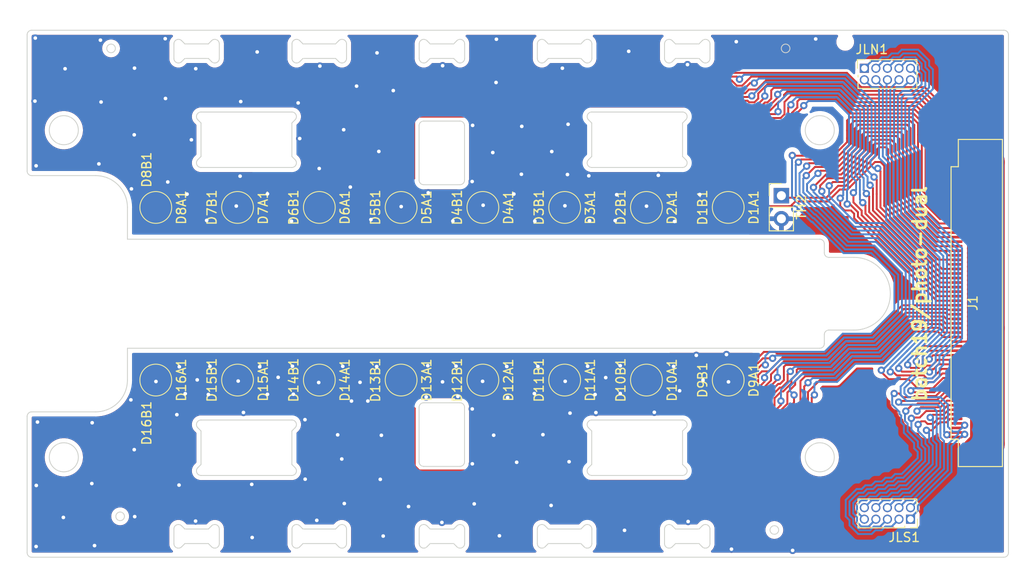
<source format=kicad_pcb>
(kicad_pcb (version 20211014) (generator pcbnew)
  (layers (0 "F.Cu" signal) (31 "B.Cu" signal) (34 "B.Paste" user) (35 "F.Paste" user) (36 "B.SilkS" user "B.Silkscreen") (37 "F.SilkS" user "F.Silkscreen") (38 "B.Mask" user) (39 "F.Mask" user) (44 "Edge.Cuts" user))
  (net 0 "")
  (net 1 "GNDA")
  (net 2 "/S_PD_OUT1")
  (net 3 "/S_PD_OUT3")
  (net 4 "/S_PD_OUT5")
  (net 5 "/S_PD_OUT7")
  (net 6 "/S_PD_OUT9")
  (net 7 "/S_PD_OUT11")
  (net 8 "/S_PD_OUT13")
  (net 9 "/S_PD_OUT15")
  (net 10 "/N_PD_OUT1")
  (net 11 "/N_PD_OUT3")
  (net 12 "/N_PD_OUT5")
  (net 13 "/N_PD_OUT7")
  (net 14 "/N_PD_OUT9")
  (net 15 "/N_PD_OUT11")
  (net 16 "/N_PD_OUT13")
  (net 17 "/N_PD_OUT15")
  (net 18 "GNDL")
  (net 19 "VCCL")
  (net 20 "/N_LED_OUT1")
  (net 21 "/N_LED_OUT2")
  (net 22 "/N_LED_OUT3")
  (net 23 "/N_LED_OUT4")
  (net 24 "/N_LED_OUT5")
  (net 25 "/N_LED_OUT6")
  (net 26 "/N_LED_OUT7")
  (net 27 "/S_LED_OUT2")
  (net 28 "/S_LED_OUT1")
  (net 29 "/S_LED_OUT4")
  (net 30 "/S_LED_OUT3")
  (net 31 "/S_LED_OUT7")
  (net 32 "/S_LED_OUT8")
  (net 33 "/S_LED_OUT6")
  (net 34 "/S_LED_OUT5")
  (net 35 "/N_LED_OUT8")
  (net 36 "/S_PD_OUT4")
  (net 37 "/S_PD_OUT6")
  (net 38 "/S_PD_OUT8")
  (net 39 "/S_PD_OUT10")
  (net 40 "/S_PD_OUT12")
  (net 41 "/S_PD_OUT14")
  (net 42 "/S_PD_OUT16")
  (net 43 "/N_PD_OUT2")
  (net 44 "/N_PD_OUT4")
  (net 45 "/N_PD_OUT6")
  (net 46 "/N_PD_OUT8")
  (net 47 "/N_PD_OUT10")
  (net 48 "/N_PD_OUT12")
  (net 49 "/N_PD_OUT14")
  (net 50 "/N_PD_OUT16")
  (net 51 "/S_PD_OUT2")
  (net 52 "VCCA")
  (net 53 "/TH2")
  (footprint "Ninja-qPCR:D_1206_nosilk" (layer "F.Cu") (at 143.157211 92.502066 -90)
    (fp_text reference "D1B1")
    (fp_text value "D_Photo")
  )
  (footprint "Ninja-qPCR:D_1206_nosilk" (layer "F.Cu") (at 136.157211 92.502066 -90)
    (fp_text reference "D2A1")
    (fp_text value "D_Photo")
  )
  (footprint "Ninja-qPCR:D_1206_nosilk" (layer "F.Cu") (at 134.15721 92.502054 -90)
    (fp_text reference "D2B1")
    (fp_text value "D_Photo")
  )
  (footprint "Ninja-qPCR:D_1206_nosilk" (layer "F.Cu") (at 127.157211 92.502066 -90)
    (fp_text reference "D3A1")
    (fp_text value "D_Photo")
  )
  (footprint "Ninja-qPCR:D_1206_nosilk" (layer "F.Cu") (at 125.157211 92.502066 -90)
    (fp_text reference "D3B1")
    (fp_text value "D_Photo")
  )
  (footprint "Ninja-qPCR:D_1206_nosilk" (layer "F.Cu") (at 118.157211 92.502066 -90)
    (fp_text reference "D4A1")
    (fp_text value "D_Photo")
  )
  (footprint "Ninja-qPCR:D_1206_nosilk" (layer "F.Cu") (at 116.157211 92.502066 -90)
    (fp_text reference "D4B1")
    (fp_text value "D_Photo")
  )
  (footprint "Ninja-qPCR:D_1206_nosilk" (layer "F.Cu") (at 109.157211 92.502066 -90)
    (fp_text reference "D5A1")
    (fp_text value "D_Photo")
  )
  (footprint "Ninja-qPCR:D_1206_nosilk" (layer "F.Cu") (at 107.157211 92.502066 -90)
    (fp_text reference "D5B1")
    (fp_text value "D_Photo")
  )
  (footprint "Ninja-qPCR:D_1206_nosilk" (layer "F.Cu") (at 100.157211 92.502066 -90)
    (fp_text reference "D6A1")
    (fp_text value "D_Photo")
  )
  (footprint "Ninja-qPCR:D_1206_nosilk" (layer "F.Cu") (at 98.157211 92.502066 -90)
    (fp_text reference "D6B1")
    (fp_text value "D_Photo")
  )
  (footprint "Ninja-qPCR:D_1206_nosilk" (layer "F.Cu") (at 91.157211 92.502066 -90)
    (fp_text reference "D7A1")
    (fp_text value "D_Photo")
  )
  (footprint "Ninja-qPCR:D_1206_nosilk" (layer "F.Cu") (at 89.157211 92.502066 -90)
    (fp_text reference "D7B1")
    (fp_text value "D_Photo")
  )
  (footprint "Ninja-qPCR:D_1206_nosilk" (layer "F.Cu") (at 82.157211 92.502066 -90)
    (fp_text reference "D8A1")
    (fp_text value "D_Photo")
  )
  (footprint "Ninja-qPCR:D_1206_nosilk" (layer "F.Cu") (at 80.157211 92.502066 -90)
    (fp_text reference "D8B1")
    (fp_text value "D_Photo")
  )
  (footprint "Ninja-qPCR:D_1206_nosilk" (layer "F.Cu") (at 98.157211 111.501633 90)
    (fp_text reference "D14B1")
    (fp_text value "D_Photo")
  )
  (footprint "Ninja-qPCR:D_1206_nosilk" (layer "F.Cu") (at 107.157211 111.501633 90)
    (fp_text reference "D13B1")
    (fp_text value "D_Photo")
  )
  (footprint "Ninja-qPCR:D_1206_nosilk" (layer "F.Cu") (at 100.157211 111.501633 90)
    (fp_text reference "D14A1")
    (fp_text value "D_Photo")
  )
  (footprint "Ninja-qPCR:D_1206_nosilk" (layer "F.Cu") (at 91.157211 111.501633 90)
    (fp_text reference "D15A1")
    (fp_text value "D_Photo")
  )
  (footprint "Ninja-qPCR:D_1206_nosilk" (layer "F.Cu") (at 80.157211 111.501633 90)
    (fp_text reference "D16B1")
    (fp_text value "D_Photo")
  )
  (footprint "Ninja-qPCR:D_1206_nosilk" (layer "F.Cu") (at 82.157211 111.501633 90)
    (fp_text reference "D16A1")
    (fp_text value "D_Photo")
  )
  (footprint "Ninja-qPCR:D_1206_nosilk" (layer "F.Cu") (at 89.157211 111.501633 90)
    (fp_text reference "D15B1")
    (fp_text value "D_Photo")
  )
  (footprint "Ninja-qPCR:D_1206_nosilk" (layer "F.Cu") (at 143.157211 111.501633 90)
    (fp_text reference "D9B1")
    (fp_text value "D_Photo")
  )
  (footprint "Ninja-qPCR:D_1206_nosilk" (layer "F.Cu") (at 109.157211 111.501633 90)
    (fp_text reference "D13A1")
    (fp_text value "D_Photo")
  )
  (footprint "Ninja-qPCR:D_1206_nosilk" (layer "F.Cu") (at 116.157211 111.501633 90)
    (fp_text reference "D12B1")
    (fp_text value "D_Photo")
  )
  (footprint "Ninja-qPCR:D_1206_nosilk" (layer "F.Cu") (at 118.157211 111.501633 90)
    (fp_text reference "D12A1")
    (fp_text value "D_Photo")
  )
  (footprint "Ninja-qPCR:D_1206_nosilk" (layer "F.Cu") (at 125.157211 111.501633 90)
    (fp_text reference "D11B1")
    (fp_text value "D_Photo")
  )
  (footprint "Ninja-qPCR:D_1206_nosilk" (layer "F.Cu") (at 127.157211 111.501633 90)
    (fp_text reference "D11A1")
    (fp_text value "D_Photo")
  )
  (footprint "Ninja-qPCR:D_1206_nosilk" (layer "F.Cu") (at 134.157211 111.501633 90)
    (fp_text reference "D10B1")
    (fp_text value "D_Photo")
  )
  (footprint "Ninja-qPCR:D_1206_nosilk" (layer "F.Cu") (at 136.157211 111.501633 90)
    (fp_text reference "D10A1")
    (fp_text value "D_Photo")
  )
  (footprint "Ninja-qPCR:D_1206_nosilk" (layer "F.Cu") (at 145.157211 92.502066 -90)
    (fp_text reference "D1A1")
    (fp_text value "D_Photo")
  )
  (footprint "Connector_PinHeader_2.54mm:PinHeader_1x02_P2.54mm_Vertical" (layer "F.Cu") (at 150.01 91.205)
    (fp_text reference "TH2")
    (fp_text value "Thermistor")
  )
  (footprint "Connector_PinSocket_1.27mm:PinSocket_2x05_P1.27mm_Vertical" (layer "F.Cu") (at 159.141 77.187 90)
    (fp_text reference "JLN1")
    (fp_text value "Conn_01x10_Male")
  )
  (footprint "Connector_PinSocket_1.27mm:PinSocket_2x05_P1.27mm_Vertical" (layer "F.Cu") (at 164.221 126.813 -90)
    (fp_text reference "JLS1")
    (fp_text value "Conn_01x10_Male")
  )
  (footprint "Ninja-qPCR:D_1206_nosilk" (layer "F.Cu") (at 145.157211 111.501633 90)
    (fp_text reference "D9A1")
    (fp_text value "D_Photo")
  )
  (footprint "Ninja-qPCR:FFC_60_Ali_HUISHUNFA" (layer "F.Cu") (at 169.31 117.77 90)
    (fp_text reference "J1")
    (fp_text value "Conn_01x60_Male")
  )
  (gr_circle (center 144.157211 92.502066) (end 142.407211 92.502066) (layer "F.SilkS") (width 0.1) (fill none))
  (gr_circle (center 99.157211 92.502066) (end 97.407211 92.502066) (layer "F.SilkS") (width 0.1) (fill none))
  (gr_circle (center 117.157211 92.502066) (end 115.407211 92.502066) (layer "F.SilkS") (width 0.1) (fill none))
  (gr_circle (center 126.157211 92.502066) (end 124.407211 92.502066) (layer "F.SilkS") (width 0.1) (fill none))
  (gr_circle (center 135.157211 92.502066) (end 133.407211 92.502066) (layer "F.SilkS") (width 0.1) (fill none))
  (gr_circle (center 108.157211 92.502066) (end 106.407211 92.502066) (layer "F.SilkS") (width 0.1) (fill none))
  (gr_circle (center 81.157211 92.502066) (end 79.407211 92.502066) (layer "F.SilkS") (width 0.1) (fill none))
  (gr_circle (center 90.157211 92.502066) (end 88.407211 92.502066) (layer "F.SilkS") (width 0.1) (fill none))
  (gr_circle (center 144.157211 111.501633) (end 142.407211 111.501633) (layer "F.SilkS") (width 0.1) (fill none))
  (gr_circle (center 90.157211 111.501633) (end 88.407211 111.501633) (layer "F.SilkS") (width 0.1) (fill none))
  (gr_circle (center 117.157211 111.501633) (end 115.407211 111.501633) (layer "F.SilkS") (width 0.1) (fill none))
  (gr_circle (center 99.157211 111.501633) (end 97.407211 111.501633) (layer "F.SilkS") (width 0.1) (fill none))
  (gr_circle (center 81.157211 111.501633) (end 79.407211 111.501633) (layer "F.SilkS") (width 0.1) (fill none))
  (gr_circle (center 108.157211 111.501633) (end 106.407211 111.501633) (layer "F.SilkS") (width 0.1) (fill none))
  (gr_circle (center 135.157211 111.501633) (end 133.407211 111.501633) (layer "F.SilkS") (width 0.1) (fill none))
  (gr_circle (center 126.157211 111.501633) (end 124.407211 111.501633) (layer "F.SilkS") (width 0.1) (fill none))
  (gr_circle (center 154.236 84) (end 152.636 84) (layer "Edge.Cuts") (width 0.1) (fill none))
  (gr_circle (center 71.036 84) (end 69.436 84) (layer "Edge.Cuts") (width 0.1) (fill none))
  (gr_line (start 101.296497 76.455302) (end 100.942944 76.101749) (layer "Edge.Cuts") (width 0.1))
  (gr_line (start 139.13505 86.894642) (end 139.488604 87.248195) (layer "Edge.Cuts") (width 0.1))
  (gr_line (start 86.942944 76.101749) (end 84.357157 76.101749) (layer "Edge.Cuts") (width 0.1))
  (gr_line (start 86.13505 82.001749) (end 96.13505 82.001749) (layer "Edge.Cuts") (width 0.1))
  (gr_line (start 97.357157 76.101749) (end 97.003604 76.455302) (layer "Edge.Cuts") (width 0.1))
  (gr_line (start 139.13505 83.208855) (end 139.13505 86.894642) (layer "Edge.Cuts") (width 0.1))
  (gr_arc (start 139.488604 87.248195) (mid 139.596966 87.793038) (end 139.13505 88.10175) (layer "Edge.Cuts") (width 0.1))
  (gr_line (start 87.296497 76.455302) (end 86.942944 76.101749) (layer "Edge.Cuts") (width 0.1))
  (gr_arc (start 96.13505 82.001749) (mid 96.596998 82.310386) (end 96.488603 82.855302) (layer "Edge.Cuts") (width 0.1))
  (gr_arc (start 123.15005 74.501749) (mid 123.458687 74.039802) (end 124.003603 74.148196) (layer "Edge.Cuts") (width 0.1))
  (gr_line (start 102.15005 74.501749) (end 102.15005 76.101749) (layer "Edge.Cuts") (width 0.1))
  (gr_line (start 84.357157 76.101749) (end 84.003604 76.455302) (layer "Edge.Cuts") (width 0.1))
  (gr_line (start 111.357157 74.501749) (end 113.942944 74.501749) (layer "Edge.Cuts") (width 0.1))
  (gr_line (start 111.003604 74.148195) (end 111.357157 74.501749) (layer "Edge.Cuts") (width 0.1))
  (gr_line (start 84.003604 74.148195) (end 84.357157 74.501749) (layer "Edge.Cuts") (width 0.1))
  (gr_line (start 97.357157 74.501749) (end 100.942944 74.501749) (layer "Edge.Cuts") (width 0.1))
  (gr_line (start 96.13505 88.101749) (end 86.13505 88.101749) (layer "Edge.Cuts") (width 0.1))
  (gr_line (start 138.357157 76.101749) (end 138.003604 76.455302) (layer "Edge.Cuts") (width 0.1))
  (gr_line (start 86.942944 74.501749) (end 87.296497 74.148195) (layer "Edge.Cuts") (width 0.1))
  (gr_arc (start 137.15005 74.501749) (mid 137.458687 74.039802) (end 138.003603 74.148196) (layer "Edge.Cuts") (width 0.1))
  (gr_line (start 100.942944 76.101749) (end 97.357157 76.101749) (layer "Edge.Cuts") (width 0.1))
  (gr_arc (start 85.781497 82.855302) (mid 85.673058 82.310368) (end 86.13505 82.00175) (layer "Edge.Cuts") (width 0.1))
  (gr_line (start 129.15005 74.501749) (end 129.15005 76.101749) (layer "Edge.Cuts") (width 0.1))
  (gr_arc (start 141.296497 74.148195) (mid 141.841433 74.039756) (end 142.15005 74.50175) (layer "Edge.Cuts") (width 0.1))
  (gr_line (start 174.5 73) (end 67.5 73) (layer "Edge.Cuts") (width 0.1))
  (gr_line (start 138.357157 74.501749) (end 140.942944 74.501749) (layer "Edge.Cuts") (width 0.1))
  (gr_line (start 96.13505 83.208855) (end 96.13505 86.894642) (layer "Edge.Cuts") (width 0.1))
  (gr_line (start 123.15005 76.101749) (end 123.15005 74.501749) (layer "Edge.Cuts") (width 0.1))
  (gr_line (start 128.296497 76.455302) (end 127.942944 76.101749) (layer "Edge.Cuts") (width 0.1))
  (gr_arc (start 102.15005 76.101749) (mid 101.8414 76.563603) (end 101.296497 76.455302) (layer "Edge.Cuts") (width 0.1))
  (gr_line (start 124.357157 74.501749) (end 127.942944 74.501749) (layer "Edge.Cuts") (width 0.1))
  (gr_line (start 141.296497 76.455302) (end 140.942944 76.101749) (layer "Edge.Cuts") (width 0.1))
  (gr_arc (start 84.003604 76.455302) (mid 83.45875 76.563636) (end 83.15005 76.10175) (layer "Edge.Cuts") (width 0.1))
  (gr_arc (start 83.15005 74.501749) (mid 83.458687 74.039802) (end 84.003603 74.148196) (layer "Edge.Cuts") (width 0.1))
  (gr_line (start 84.357157 74.501749) (end 86.942944 74.501749) (layer "Edge.Cuts") (width 0.1))
  (gr_line (start 124.003604 74.148195) (end 124.357157 74.501749) (layer "Edge.Cuts") (width 0.1))
  (gr_line (start 86.13505 86.894642) (end 86.13505 83.208855) (layer "Edge.Cuts") (width 0.1))
  (gr_arc (start 114.296497 74.148195) (mid 114.841433 74.039756) (end 115.15005 74.50175) (layer "Edge.Cuts") (width 0.1))
  (gr_line (start 140.942944 74.501749) (end 141.296497 74.148195) (layer "Edge.Cuts") (width 0.1))
  (gr_line (start 128.781497 87.248195) (end 129.13505 86.894642) (layer "Edge.Cuts") (width 0.1))
  (gr_line (start 138.003604 74.148195) (end 138.357157 74.501749) (layer "Edge.Cuts") (width 0.1))
  (gr_arc (start 87.296497 74.148195) (mid 87.841433 74.039756) (end 88.15005 74.50175) (layer "Edge.Cuts") (width 0.1))
  (gr_arc (start 124.003604 76.455302) (mid 123.45875 76.563636) (end 123.15005 76.10175) (layer "Edge.Cuts") (width 0.1))
  (gr_line (start 83.15005 76.101749) (end 83.15005 74.501749) (layer "Edge.Cuts") (width 0.1))
  (gr_line (start 96.488604 82.855302) (end 96.13505 83.208855) (layer "Edge.Cuts") (width 0.1))
  (gr_arc (start 138.003604 76.455302) (mid 137.45875 76.563636) (end 137.15005 76.10175) (layer "Edge.Cuts") (width 0.1))
  (gr_line (start 140.942944 76.101749) (end 138.357157 76.101749) (layer "Edge.Cuts") (width 0.1))
  (gr_arc (start 86.13505 88.101749) (mid 85.673024 87.793083) (end 85.781497 87.248196) (layer "Edge.Cuts") (width 0.1))
  (gr_line (start 124.357157 76.101749) (end 124.003604 76.455302) (layer "Edge.Cuts") (width 0.1))
  (gr_arc (start 129.13505 88.101749) (mid 128.673024 87.793083) (end 128.781497 87.248196) (layer "Edge.Cuts") (width 0.1))
  (gr_arc (start 96.488604 87.248195) (mid 96.596966 87.793038) (end 96.13505 88.10175) (layer "Edge.Cuts") (width 0.1))
  (gr_line (start 137.15005 76.101749) (end 137.15005 74.501749) (layer "Edge.Cuts") (width 0.1))
  (gr_line (start 86.13505 83.208855) (end 85.781497 82.855302) (layer "Edge.Cuts") (width 0.1))
  (gr_line (start 85.781497 87.248195) (end 86.13505 86.894642) (layer "Edge.Cuts") (width 0.1))
  (gr_line (start 96.13505 86.894642) (end 96.488604 87.248195) (layer "Edge.Cuts") (width 0.1))
  (gr_arc (start 128.296497 74.148195) (mid 128.841433 74.039756) (end 129.15005 74.50175) (layer "Edge.Cuts") (width 0.1))
  (gr_line (start 127.942944 76.101749) (end 124.357157 76.101749) (layer "Edge.Cuts") (width 0.1))
  (gr_line (start 139.13505 88.101749) (end 129.13505 88.101749) (layer "Edge.Cuts") (width 0.1))
  (gr_line (start 113.942944 74.501749) (end 114.296497 74.148195) (layer "Edge.Cuts") (width 0.1))
  (gr_line (start 78.036 96) (end 154.236 96) (layer "Edge.Cuts") (width 0.1))
  (gr_line (start 96.15005 76.101749) (end 96.15005 74.501749) (layer "Edge.Cuts") (width 0.1))
  (gr_line (start 127.942944 74.501749) (end 128.296497 74.148195) (layer "Edge.Cuts") (width 0.1))
  (gr_line (start 129.13505 83.208855) (end 128.781497 82.855302) (layer "Edge.Cuts") (width 0.1))
  (gr_line (start 142.15005 74.501749) (end 142.15005 76.101749) (layer "Edge.Cuts") (width 0.1))
  (gr_line (start 129.13505 86.894642) (end 129.13505 83.208855) (layer "Edge.Cuts") (width 0.1))
  (gr_arc (start 96.15005 74.501749) (mid 96.458687 74.039802) (end 97.003603 74.148196) (layer "Edge.Cuts") (width 0.1))
  (gr_arc (start 115.15005 76.101749) (mid 114.8414 76.563603) (end 114.296497 76.455302) (layer "Edge.Cuts") (width 0.1))
  (gr_arc (start 88.15005 76.101749) (mid 87.8414 76.563603) (end 87.296497 76.455302) (layer "Edge.Cuts") (width 0.1))
  (gr_line (start 78.036 92.5) (end 78.036 96) (layer "Edge.Cuts") (width 0.1))
  (gr_arc (start 142.15005 76.101749) (mid 141.8414 76.563603) (end 141.296497 76.455302) (layer "Edge.Cuts") (width 0.1))
  (gr_line (start 88.15005 74.501749) (end 88.15005 76.101749) (layer "Edge.Cuts") (width 0.1))
  (gr_arc (start 128.781497 82.855302) (mid 128.673058 82.310368) (end 129.13505 82.00175) (layer "Edge.Cuts") (width 0.1))
  (gr_arc (start 97.003604 76.455302) (mid 96.45875 76.563636) (end 96.15005 76.10175) (layer "Edge.Cuts") (width 0.1))
  (gr_line (start 97.003604 74.148195) (end 97.357157 74.501749) (layer "Edge.Cuts") (width 0.1))
  (gr_line (start 115.15005 74.501749) (end 115.15005 76.101749) (layer "Edge.Cuts") (width 0.1))
  (gr_arc (start 111.003604 76.455302) (mid 110.45875 76.563636) (end 110.15005 76.10175) (layer "Edge.Cuts") (width 0.1))
  (gr_arc (start 129.15005 76.101749) (mid 128.8414 76.563603) (end 128.296497 76.455302) (layer "Edge.Cuts") (width 0.1))
  (gr_line (start 110.15005 76.101749) (end 110.15005 74.501749) (layer "Edge.Cuts") (width 0.1))
  (gr_arc (start 110.15005 74.501749) (mid 110.458687 74.039802) (end 111.003603 74.148196) (layer "Edge.Cuts") (width 0.1))
  (gr_arc (start 101.296497 74.148195) (mid 101.841433 74.039756) (end 102.15005 74.50175) (layer "Edge.Cuts") (width 0.1))
  (gr_line (start 111.357157 76.101749) (end 111.003604 76.455302) (layer "Edge.Cuts") (width 0.1))
  (gr_arc (start 139.13505 82.001749) (mid 139.596998 82.310386) (end 139.488603 82.855302) (layer "Edge.Cuts") (width 0.1))
  (gr_line (start 100.942944 74.501749) (end 101.296497 74.148195) (layer "Edge.Cuts") (width 0.1))
  (gr_line (start 113.942944 76.101749) (end 111.357157 76.101749) (layer "Edge.Cuts") (width 0.1))
  (gr_line (start 139.488604 82.855302) (end 139.13505 83.208855) (layer "Edge.Cuts") (width 0.1))
  (gr_line (start 114.296497 76.455302) (end 113.942944 76.101749) (layer "Edge.Cuts") (width 0.1))
  (gr_arc (start 74.536 89) (mid 77.010874 90.025126) (end 78.036 92.5) (layer "Edge.Cuts") (width 0.1))
  (gr_line (start 74.536 89) (end 67.5 89) (layer "Edge.Cuts") (width 0.1))
  (gr_circle (center 71.036 120) (end 69.436 120) (layer "Edge.Cuts") (width 0.1) (fill none))
  (gr_arc (start 115.136 120.5) (mid 114.989553 120.853553) (end 114.636 121) (layer "Edge.Cuts") (width 0.1))
  (gr_arc (start 110.636 121) (mid 110.282447 120.853553) (end 110.136 120.5) (layer "Edge.Cuts") (width 0.1))
  (gr_line (start 114.636 121) (end 110.636 121) (layer "Edge.Cuts") (width 0.1))
  (gr_line (start 110.136 120.5) (end 110.136 114.5) (layer "Edge.Cuts") (width 0.1))
  (gr_line (start 115.136 120.5) (end 115.136 114.5) (layer "Edge.Cuts") (width 0.1))
  (gr_arc (start 114.636 83) (mid 114.989553 83.146447) (end 115.136 83.5) (layer "Edge.Cuts") (width 0.1))
  (gr_line (start 110.636 83) (end 114.636 83) (layer "Edge.Cuts") (width 0.1))
  (gr_arc (start 115.136 89.5) (mid 114.989553 89.853553) (end 114.636 90) (layer "Edge.Cuts") (width 0.1))
  (gr_arc (start 110.636 90) (mid 110.282447 89.853553) (end 110.136 89.5) (layer "Edge.Cuts") (width 0.1))
  (gr_line (start 115.136 89.5) (end 115.136 83.5) (layer "Edge.Cuts") (width 0.1))
  (gr_line (start 114.636 90) (end 110.636 90) (layer "Edge.Cuts") (width 0.1))
  (gr_line (start 110.136 89.5) (end 110.136 83.5) (layer "Edge.Cuts") (width 0.1))
  (gr_arc (start 110.136 83.5) (mid 110.282447 83.146447) (end 110.636 83) (layer "Edge.Cuts") (width 0.1))
  (gr_circle (center 76.236 75) (end 75.761 75) (layer "Edge.Cuts") (width 0.1) (fill none))
  (gr_circle (center 150.475 75) (end 150 75) (layer "Edge.Cuts") (width 0.1) (fill none))
  (gr_circle (center 149.236 128) (end 148.761 128) (layer "Edge.Cuts") (width 0.1) (fill none))
  (gr_circle (center 77.236 126.5) (end 76.761 126.5) (layer "Edge.Cuts") (width 0.1) (fill none))
  (gr_arc (start 67.5 89) (mid 67.146447 88.853553) (end 67 88.5) (layer "Edge.Cuts") (width 0.1))
  (gr_arc (start 67 115.5) (mid 67.146447 115.146447) (end 67.5 115) (layer "Edge.Cuts") (width 0.1))
  (gr_arc (start 154.236 96) (mid 154.589553 96.146447) (end 154.736 96.5) (layer "Edge.Cuts") (width 0.1))
  (gr_arc (start 154.736 107.5) (mid 154.589553 107.853553) (end 154.236 108) (layer "Edge.Cuts") (width 0.1))
  (gr_line (start 139.13505 82.001749) (end 129.13505 82.001749) (layer "Edge.Cuts") (width 0.1))
  (gr_arc (start 155.236 98) (mid 154.882447 97.853553) (end 154.736 97.5) (layer "Edge.Cuts") (width 0.1))
  (gr_arc (start 154.736 106.5) (mid 154.882447 106.146447) (end 155.236 106) (layer "Edge.Cuts") (width 0.1))
  (gr_line (start 154.736 96.5) (end 154.736 97.5) (layer "Edge.Cuts") (width 0.1))
  (gr_line (start 154.736 106.5) (end 154.736 107.5) (layer "Edge.Cuts") (width 0.1))
  (gr_arc (start 142.15005 129.49825) (mid 141.841385 129.960276) (end 141.296497 129.851805) (layer "Edge.Cuts") (width 0.1))
  (gr_line (start 129.15005 129.498251) (end 129.15005 127.898251) (layer "Edge.Cuts") (width 0.1))
  (gr_arc (start 78.036 111.5) (mid 77.010874 113.974874) (end 74.536 115) (layer "Edge.Cuts") (width 0.1))
  (gr_line (start 155.236 98) (end 158 98) (layer "Edge.Cuts") (width 0.1))
  (gr_arc (start 114.636 114) (mid 114.989553 114.146447) (end 115.136 114.5) (layer "Edge.Cuts") (width 0.1))
  (gr_line (start 96.13505 115.898251) (end 86.13505 115.898251) (layer "Edge.Cuts") (width 0.1))
  (gr_line (start 111.357157 127.898251) (end 111.003604 127.544698) (layer "Edge.Cuts") (width 0.1))
  (gr_line (start 123.15005 127.898251) (end 123.15005 129.498251) (layer "Edge.Cuts") (width 0.1))
  (gr_line (start 96.15005 127.898251) (end 96.15005 129.498251) (layer "Edge.Cuts") (width 0.1))
  (gr_line (start 87.296497 127.544698) (end 86.942944 127.898251) (layer "Edge.Cuts") (width 0.1))
  (gr_line (start 174.5 131) (end 67.5 131) (layer "Edge.Cuts") (width 0.1))
  (gr_line (start 88.15005 129.498251) (end 88.15005 127.898251) (layer "Edge.Cuts") (width 0.1))
  (gr_line (start 128.781497 116.751805) (end 129.13505 117.105358) (layer "Edge.Cuts") (width 0.1))
  (gr_arc (start 124.003603 129.851804) (mid 123.458668 129.960244) (end 123.15005 129.498251) (layer "Edge.Cuts") (width 0.1))
  (gr_line (start 96.13505 120.791145) (end 96.13505 117.105358) (layer "Edge.Cuts") (width 0.1))
  (gr_arc (start 128.781497 116.751804) (mid 128.673164 116.206949) (end 129.13505 115.898251) (layer "Edge.Cuts") (width 0.1))
  (gr_arc (start 102.15005 129.49825) (mid 101.841385 129.960276) (end 101.296497 129.851805) (layer "Edge.Cuts") (width 0.1))
  (gr_line (start 139.13505 120.791145) (end 139.13505 117.105358) (layer "Edge.Cuts") (width 0.1))
  (gr_line (start 84.357157 129.498251) (end 86.942944 129.498251) (layer "Edge.Cuts") (width 0.1))
  (gr_line (start 175 130.5) (end 175 73.5) (layer "Edge.Cuts") (width 0.1))
  (gr_line (start 113.942944 129.498251) (end 114.296497 129.851805) (layer "Edge.Cuts") (width 0.1))
  (gr_arc (start 175 130.5) (mid 174.853553 130.853553) (end 174.5 131) (layer "Edge.Cuts") (width 0.1))
  (gr_line (start 140.942944 127.898251) (end 138.357157 127.898251) (layer "Edge.Cuts") (width 0.1))
  (gr_line (start 101.296497 127.544698) (end 100.942944 127.898251) (layer "Edge.Cuts") (width 0.1))
  (gr_line (start 142.15005 129.498251) (end 142.15005 127.898251) (layer "Edge.Cuts") (width 0.1))
  (gr_line (start 74.536 115) (end 67.5 115) (layer "Edge.Cuts") (width 0.1))
  (gr_line (start 111.357157 129.498251) (end 113.942944 129.498251) (layer "Edge.Cuts") (width 0.1))
  (gr_line (start 100.942944 127.898251) (end 97.357157 127.898251) (layer "Edge.Cuts") (width 0.1))
  (gr_line (start 100.942944 129.498251) (end 101.296497 129.851805) (layer "Edge.Cuts") (width 0.1))
  (gr_line (start 139.488604 121.144698) (end 139.13505 120.791145) (layer "Edge.Cuts") (width 0.1))
  (gr_line (start 85.781497 116.751805) (end 86.13505 117.105358) (layer "Edge.Cuts") (width 0.1))
  (gr_arc (start 96.15005 127.89825) (mid 96.45873 127.436318) (end 97.003604 127.544698) (layer "Edge.Cuts") (width 0.1))
  (gr_line (start 129.13505 120.791145) (end 128.781497 121.144698) (layer "Edge.Cuts") (width 0.1))
  (gr_line (start 139.13505 115.898251) (end 129.13505 115.898251) (layer "Edge.Cuts") (width 0.1))
  (gr_line (start 124.003604 129.851805) (end 124.357157 129.498251) (layer "Edge.Cuts") (width 0.1))
  (gr_line (start 97.003604 129.851805) (end 97.357157 129.498251) (layer "Edge.Cuts") (width 0.1))
  (gr_line (start 84.003604 129.851805) (end 84.357157 129.498251) (layer "Edge.Cuts") (width 0.1))
  (gr_line (start 86.13505 120.791145) (end 85.781497 121.144698) (layer "Edge.Cuts") (width 0.1))
  (gr_arc (start 111.003603 129.851804) (mid 110.458668 129.960244) (end 110.15005 129.498251) (layer "Edge.Cuts") (width 0.1))
  (gr_line (start 86.942944 127.898251) (end 84.357157 127.898251) (layer "Edge.Cuts") (width 0.1))
  (gr_line (start 78.036 108) (end 154.236 108) (layer "Edge.Cuts") (width 0.1))
  (gr_line (start 86.13505 121.998251) (end 96.13505 121.998251) (layer "Edge.Cuts") (width 0.1))
  (gr_line (start 96.488604 121.144698) (end 96.13505 120.791145) (layer "Edge.Cuts") (width 0.1))
  (gr_line (start 138.003604 129.851805) (end 138.357157 129.498251) (layer "Edge.Cuts") (width 0.1))
  (gr_line (start 78.036 111.5) (end 78.036 108) (layer "Edge.Cuts") (width 0.1))
  (gr_arc (start 158 98) (mid 162 102) (end 158 106) (layer "Edge.Cuts") (width 0.1))
  (gr_arc (start 129.15005 129.49825) (mid 128.841385 129.960276) (end 128.296497 129.851805) (layer "Edge.Cuts") (width 0.1))
  (gr_line (start 127.942944 127.898251) (end 124.357157 127.898251) (layer "Edge.Cuts") (width 0.1))
  (gr_line (start 84.357157 127.898251) (end 84.003604 127.544698) (layer "Edge.Cuts") (width 0.1))
  (gr_arc (start 67.5 131) (mid 67.146447 130.853553) (end 67 130.5) (layer "Edge.Cuts") (width 0.1))
  (gr_arc (start 96.488603 121.144698) (mid 96.597013 121.689646) (end 96.13505 121.998251) (layer "Edge.Cuts") (width 0.1))
  (gr_arc (start 101.296497 127.544698) (mid 101.841445 127.436287) (end 102.15005 127.898251) (layer "Edge.Cuts") (width 0.1))
  (gr_line (start 138.357157 129.498251) (end 140.942944 129.498251) (layer "Edge.Cuts") (width 0.1))
  (gr_line (start 129.13505 117.105358) (end 129.13505 120.791145) (layer "Edge.Cuts") (width 0.1))
  (gr_arc (start 97.003603 129.851804) (mid 96.458668 129.960244) (end 96.15005 129.498251) (layer "Edge.Cuts") (width 0.1))
  (gr_line (start 139.13505 117.105358) (end 139.488604 116.751805) (layer "Edge.Cuts") (width 0.1))
  (gr_line (start 110.15005 127.898251) (end 110.15005 129.498251) (layer "Edge.Cuts") (width 0.1))
  (gr_arc (start 141.296497 127.544698) (mid 141.841445 127.436287) (end 142.15005 127.898251) (layer "Edge.Cuts") (width 0.1))
  (gr_arc (start 114.296497 127.544698) (mid 114.841445 127.436287) (end 115.15005 127.898251) (layer "Edge.Cuts") (width 0.1))
  (gr_arc (start 86.13505 121.99825) (mid 85.673197 121.6896) (end 85.781497 121.144698) (layer "Edge.Cuts") (width 0.1))
  (gr_line (start 114.296497 127.544698) (end 113.942944 127.898251) (layer "Edge.Cuts") (width 0.1))
  (gr_arc (start 110.15005 127.89825) (mid 110.45873 127.436318) (end 111.003604 127.544698) (layer "Edge.Cuts") (width 0.1))
  (gr_line (start 137.15005 127.898251) (end 137.15005 129.498251) (layer "Edge.Cuts") (width 0.1))
  (gr_line (start 110.636 114) (end 114.636 114) (layer "Edge.Cuts") (width 0.1))
  (gr_line (start 140.942944 129.498251) (end 141.296497 129.851805) (layer "Edge.Cuts") (width 0.1))
  (gr_line (start 86.13505 117.105358) (end 86.13505 120.791145) (layer "Edge.Cuts") (width 0.1))
  (gr_line (start 124.357157 127.898251) (end 124.003604 127.544698) (layer "Edge.Cuts") (width 0.1))
  (gr_arc (start 96.13505 115.89825) (mid 96.597077 116.206916) (end 96.488604 116.751805) (layer "Edge.Cuts") (width 0.1))
  (gr_line (start 138.357157 127.898251) (end 138.003604 127.544698) (layer "Edge.Cuts") (width 0.1))
  (gr_line (start 83.15005 127.898251) (end 83.15005 129.498251) (layer "Edge.Cuts") (width 0.1))
  (gr_line (start 96.13505 117.105358) (end 96.488604 116.751805) (layer "Edge.Cuts") (width 0.1))
  (gr_line (start 124.357157 129.498251) (end 127.942944 129.498251) (layer "Edge.Cuts") (width 0.1))
  (gr_circle (center 154.236 120) (end 152.636 120) (layer "Edge.Cuts") (width 0.1) (fill none))
  (gr_line (start 67 73.5) (end 67 88.5) (layer "Edge.Cuts") (width 0.1))
  (gr_arc (start 115.15005 129.49825) (mid 114.841385 129.960276) (end 114.296497 129.851805) (layer "Edge.Cuts") (width 0.1))
  (gr_arc (start 139.488603 121.144698) (mid 139.597013 121.689646) (end 139.13505 121.998251) (layer "Edge.Cuts") (width 0.1))
  (gr_line (start 102.15005 129.498251) (end 102.15005 127.898251) (layer "Edge.Cuts") (width 0.1))
  (gr_arc (start 84.003603 129.851804) (mid 83.458668 129.960244) (end 83.15005 129.498251) (layer "Edge.Cuts") (width 0.1))
  (gr_line (start 128.296497 127.544698) (end 127.942944 127.898251) (layer "Edge.Cuts") (width 0.1))
  (gr_line (start 113.942944 127.898251) (end 111.357157 127.898251) (layer "Edge.Cuts") (width 0.1))
  (gr_arc (start 83.15005 127.89825) (mid 83.45873 127.436318) (end 84.003604 127.544698) (layer "Edge.Cuts") (width 0.1))
  (gr_arc (start 128.296497 127.544698) (mid 128.841445 127.436287) (end 129.15005 127.898251) (layer "Edge.Cuts") (width 0.1))
  (gr_arc (start 129.13505 121.99825) (mid 128.673197 121.6896) (end 128.781497 121.144698) (layer "Edge.Cuts") (width 0.1))
  (gr_line (start 97.357157 129.498251) (end 100.942944 129.498251) (layer "Edge.Cuts") (width 0.1))
  (gr_arc (start 138.003603 129.851804) (mid 137.458668 129.960244) (end 137.15005 129.498251) (layer "Edge.Cuts") (width 0.1))
  (gr_arc (start 88.15005 129.49825) (mid 87.841385 129.960276) (end 87.296497 129.851805) (layer "Edge.Cuts") (width 0.1))
  (gr_arc (start 174.5 73) (mid 174.853553 73.146447) (end 175 73.5) (layer "Edge.Cuts") (width 0.1))
  (gr_line (start 127.942944 129.498251) (end 128.296497 129.851805) (layer "Edge.Cuts") (width 0.1))
  (gr_arc (start 137.15005 127.89825) (mid 137.45873 127.436318) (end 138.003604 127.544698) (layer "Edge.Cuts") (width 0.1))
  (gr_line (start 141.296497 127.544698) (end 140.942944 127.898251) (layer "Edge.Cuts") (width 0.1))
  (gr_line (start 67 130.5) (end 67 115.5) (layer "Edge.Cuts") (width 0.1))
  (gr_line (start 97.357157 127.898251) (end 97.003604 127.544698) (layer "Edge.Cuts") (width 0.1))
  (gr_arc (start 87.296497 127.544698) (mid 87.841445 127.436287) (end 88.15005 127.898251) (layer "Edge.Cuts") (width 0.1))
  (gr_line (start 129.13505 121.998251) (end 139.13505 121.998251) (layer "Edge.Cuts") (width 0.1))
  (gr_line (start 86.942944 129.498251) (end 87.296497 129.851805) (layer "Edge.Cuts") (width 0.1))
  (gr_arc (start 85.781497 116.751804) (mid 85.673164 116.206949) (end 86.13505 115.898251) (layer "Edge.Cuts") (width 0.1))
  (gr_line (start 111.003604 129.851805) (end 111.357157 129.498251) (layer "Edge.Cuts") (width 0.1))
  (gr_arc (start 123.15005 127.89825) (mid 123.45873 127.436318) (end 124.003604 127.544698) (layer "Edge.Cuts") (width 0.1))
  (gr_arc (start 67 73.5) (mid 67.146447 73.146447) (end 67.5 73) (layer "Edge.Cuts") (width 0.1))
  (gr_line (start 115.15005 129.498251) (end 115.15005 127.898251) (layer "Edge.Cuts") (width 0.1))
  (gr_arc (start 139.13505 115.89825) (mid 139.597077 116.206916) (end 139.488604 116.751805) (layer "Edge.Cuts") (width 0.1))
  (gr_arc (start 110.136 114.5) (mid 110.282447 114.146447) (end 110.636 114) (layer "Edge.Cuts") (width 0.1))
  (gr_line (start 155.236 106) (end 158 106) (layer "Edge.Cuts") (width 0.1))
  (gr_text "batch19/photo-dual" (at 165.23601 102.000003 90) (layer "F.SilkS") (effects (font (size 1.5 1.5) (thickness 0.3))))
  (segment (start 172.686 105.78) (end 172.686 118.519) (width 3.81) (layer "F.Cu") (net 1))
  (segment (start 170.245992 88.270008) (end 171.840494 86.675506) (width 0.21082) (layer "F.Cu") (net 1))
  (segment (start 171.635 86.470012) (end 171.840494 86.675506) (width 3.81) (layer "F.Cu") (net 1))
  (segment (start 169.31 107.270001) (end 171.195999 107.270001) (width 0.21082) (layer "F.Cu") (net 1))
  (segment (start 169.31 88.270008) (end 170.245992 88.270008) (width 0.21082) (layer "F.Cu") (net 1))
  (segment (start 171.195999 107.270001) (end 172.686 105.78) (width 0.21082) (layer "F.Cu") (net 1))
  (segment (start 171.437005 88.770007) (end 172.686 87.521012) (width 0.21082) (layer "F.Cu") (net 1))
  (segment (start 169.31 88.770007) (end 171.437005 88.770007) (width 0.21082) (layer "F.Cu") (net 1))
  (segment (start 171.840494 86.675506) (end 172.686 87.521012) (width 3.81) (layer "F.Cu") (net 1))
  (segment (start 172.686 87.521012) (end 172.686 105.78) (width 3.81) (layer "F.Cu") (net 1))
  (segment (start 172.686 118.519) (end 171.635 119.57) (width 3.81) (layer "F.Cu") (net 1))
  (via (at 71.174571 77.237721) (size 0.8) (drill 0.4) (layers "F.Cu" "B.Cu") (net 1))
  (via (at 138.146 110) (size 0.8) (drill 0.4) (layers "F.Cu" "B.Cu") (net 1))
  (via (at 139.746 127.07) (size 0.8) (drill 0.4) (layers "F.Cu" "B.Cu") (net 1))
  (via (at 96.196 109.98) (size 0.8) (drill 0.4) (layers "F.Cu" "B.Cu") (net 1))
  (via (at 138.806 112.68) (size 0.8) (drill 0.4) (layers "F.Cu" "B.Cu") (net 1))
  (via (at 70.986 126.62) (size 0.8) (drill 0.4) (layers "F.Cu" "B.Cu") (net 1))
  (via (at 132.746 128.04) (size 0.8) (drill 0.4) (layers "F.Cu" "B.Cu") (net 1))
  (via (at 78.786 84.51) (size 0.8) (drill 0.4) (layers "F.Cu" "B.Cu") (net 1))
  (via (at 85.556 77.23) (size 0.8) (drill 0.4) (layers "F.Cu" "B.Cu") (net 1))
  (via (at 90.226 111.61) (size 0.8) (drill 0.4) (layers "F.Cu" "B.Cu") (net 1))
  (via (at 133.206 75.32) (size 0.8) (drill 0.4) (layers "F.Cu" "B.Cu") (net 1))
  (via (at 118.246 86.46) (size 0.8) (drill 0.4) (layers "F.Cu" "B.Cu") (net 1))
  (via (at 90.016 92.35) (size 0.8) (drill 0.4) (layers "F.Cu" "B.Cu") (net 1))
  (via (at 119.786 110.01) (size 0.8) (drill 0.4) (layers "F.Cu" "B.Cu") (net 1))
  (via (at 114.206 109.97) (size 0.8) (drill 0.4) (layers "F.Cu" "B.Cu") (net 1))
  (via (at 105.506 75.49) (size 0.8) (drill 0.4) (layers "F.Cu" "B.Cu") (net 1))
  (via (at 123.216 110.01) (size 0.8) (drill 0.4) (layers "F.Cu" "B.Cu") (net 1))
  (via (at 116.026 83.47) (size 0.8) (drill 0.4) (layers "F.Cu" "B.Cu") (net 1))
  (via (at 151.246 130.25) (size 0.8) (drill 0.4) (layers "F.Cu" "B.Cu") (net 1))
  (via (at 98.876 126.94) (size 0.8) (drill 0.4) (layers "F.Cu" "B.Cu") (net 1))
  (via (at 126.216 111.64) (size 0.8) (drill 0.4) (layers "F.Cu" "B.Cu") (net 1))
  (via (at 67.986 129.82) (size 0.8) (drill 0.4) (layers "F.Cu" "B.Cu") (net 1))
  (via (at 68.136 116.12) (size 0.8) (drill 0.4) (layers "F.Cu" "B.Cu") (net 1))
  (via (at 87.116 109.98) (size 0.8) (drill 0.4) (layers "F.Cu" "B.Cu") (net 1))
  (via (at 102.566 90.26) (size 0.8) (drill 0.4) (layers "F.Cu" "B.Cu") (net 1))
  (via (at 138.256 94.04) (size 0.8) (drill 0.4) (layers "F.Cu" "B.Cu") (net 1))
  (via (at 106.186 128.67) (size 0.8) (drill 0.4) (layers "F.Cu" "B.Cu") (net 1))
  (via (at 129.506 113.09) (size 0.8) (drill 0.4) (layers "F.Cu" "B.Cu") (net 1))
  (via (at 81.176 111.66) (size 0.8) (drill 0.4) (layers "F.Cu" "B.Cu") (net 1))
  (via (at 93.446 113.07) (size 0.8) (drill 0.4) (layers "F.Cu" "B.Cu") (net 1))
  (via (at 105.706 86.34) (size 0.8) (drill 0.4) (layers "F.Cu" "B.Cu") (net 1))
  (via (at 153.786 73.96) (size 0.8) (drill 0.4) (layers "F.Cu" "B.Cu") (net 1))
  (via (at 90.806 115.07) (size 0.8) (drill 0.4) (layers "F.Cu" "B.Cu") (net 1))
  (via (at 140.646 108.78) (size 0.8) (drill 0.4) (layers "F.Cu" "B.Cu") (net 1))
  (via (at 130.676 111.23) (size 0.8) (drill 0.4) (layers "F.Cu" "B.Cu") (net 1))
  (via (at 141.02 91.08) (size 0.8) (drill 0.4) (layers "F.Cu" "B.Cu") (net 1))
  (via (at 101.906 125.09) (size 0.8) (drill 0.4) (layers "F.Cu" "B.Cu") (net 1))
  (via (at 144.186 111.7) (size 0.8) (drill 0.4) (layers "F.Cu" "B.Cu") (net 1))
  (via (at 126.746 115.14) (size 0.8) (drill 0.4) (layers "F.Cu" "B.Cu") (net 1))
  (via (at 86.946 113.09) (size 0.8) (drill 0.4) (layers "F.Cu" "B.Cu") (net 1))
  (via (at 107.296 79.64) (size 0.8) (drill 0.4) (layers "F.Cu" "B.Cu") (net 1))
  (via (at 120.876 120.55) (size 0.8) (drill 0.4) (layers "F.Cu" "B.Cu") (net 1))
  (via (at 78.836 126.53) (size 0.8) (drill 0.4) (layers "F.Cu" "B.Cu") (net 1))
  (via (at 85.716 111.48) (size 0.8) (drill 0.4) (layers "F.Cu" "B.Cu") (net 1))
  (via (at 116.206 125.13) (size 0.8) (drill 0.4) (layers "F.Cu" "B.Cu") (net 1))
  (via (at 92.596 110.04) (size 0.8) (drill 0.4) (layers "F.Cu" "B.Cu") (net 1))
  (via (at 118.346 117.57) (size 0.8) (drill 0.4) (layers "F.Cu" "B.Cu") (net 1))
  (via (at 143.966 108.69) (size 0.8) (drill 0.4) (layers "F.Cu" "B.Cu") (net 1))
  (via (at 93.446 91.01) (size 0.8) (drill 0.4) (layers "F.Cu" "B.Cu") (net 1))
  (via (at 84.596 91.04) (size 0.8) (drill 0.4) (layers "F.Cu" "B.Cu") (net 1))
  (via (at 101.626 120.19) (size 0.8) (drill 0.4) (layers "F.Cu" "B.Cu") (net 1))
  (via (at 110.916 113.36) (size 0.8) (drill 0.4) (layers "F.Cu" "B.Cu") (net 1))
  (via (at 144.516 130.11) (size 0.8) (drill 0.4) (layers "F.Cu" "B.Cu") (net 1))
  (via (at 115.986 114.68) (size 0.8) (drill 0.4) (layers "F.Cu" "B.Cu") (net 1))
  (via (at 99.216 76.94) (size 0.8) (drill 0.4) (layers "F.Cu" "B.Cu") (net 1))
  (via (at 129.596 115.08) (size 0.8) (drill 0.4) (layers "F.Cu" "B.Cu") (net 1))
  (via (at 90.436 89.06) (size 0.8) (drill 0.4) (layers "F.Cu" "B.Cu") (net 1))
  (via (at 126.466 88.88) (size 0.8) (drill 0.4) (layers "F.Cu" "B.Cu") (net 1))
  (via (at 96.086 94.01) (size 0.8) (drill 0.4) (layers "F.Cu" "B.Cu") (net 1))
  (via (at 114.406 113.3) (size 0.8) (drill 0.4) (layers "F.Cu" "B.Cu") (net 1))
  (via (at 86.756 93.93) (size 0.8) (drill 0.4) (layers "F.Cu" "B.Cu") (net 1))
  (via (at 78.416 113.68) (size 0.8) (drill 0.4) (layers "F.Cu" "B.Cu") (net 1))
  (via (at 78.786 119.16) (size 0.8) (drill 0.4) (layers "F.Cu" "B.Cu") (net 1))
  (via (at 96.996 84.92) (size 0.8) (drill 0.4) (layers "F.Cu" "B.Cu") (net 1))
  (via (at 83.746 110.04) (size 0.8) (drill 0.4) (layers "F.Cu" "B.Cu") (net 1))
  (via (at 104.496 113.81) (size 0.8) (drill 0.4) (layers "F.Cu" "B.Cu") (net 1))
  (via (at 97.596 122.41) (size 0.8) (drill 0.4) (layers "F.Cu" "B.Cu") (net 1))
  (via (at 94.626 111.2) (size 0.8) (drill 0.4) (layers "F.Cu" "B.Cu") (net 1))
  (via (at 82.196 73.93) (size 0.8) (drill 0.4) (layers "F.Cu" "B.Cu") (net 1))
  (via (at 115.996 120.72) (size 0.8) (drill 0.4) (layers "F.Cu" "B.Cu") (net 1))
  (via (at 102.696 113.81) (size 0.8) (drill 0.4) (layers "F.Cu" "B.Cu") (net 1))
  (via (at 67.856 80.8) (size 0.8) (drill 0.4) (layers "F.Cu" "B.Cu") (net 1))
  (via (at 119.876 113.42) (size 0.8) (drill 0.4) (layers "F.Cu" "B.Cu") (net 1))
  (via (at 105.866 122.43) (size 0.8) (drill 0.4) (layers "F.Cu" "B.Cu") (net 1))
  (via (at 92.316 75.39) (size 0.8) (drill 0.4) (layers "F.Cu" "B.Cu") (net 1))
  (via (at 112.716 111.7) (size 0.8) (drill 0.4) (layers "F.Cu" "B.Cu") (net 1))
  (via (at 112.646 127.17) (size 0.8) (drill 0.4) (layers "F.Cu" "B.Cu") (net 1))
  (via (at 67.986 87.92) (size 0.8) (drill 0.4) (layers "F.Cu" "B.Cu") (net 1))
  (via (at 118.606 78.75) (size 0.8) (drill 0.4) (layers "F.Cu" "B.Cu") (net 1))
  (via (at 78.476 90.46) (size 0.8) (drill 0.4) (layers "F.Cu" "B.Cu") (net 1))
  (via (at 136.026 115.05) (size 0.8) (drill 0.4) (layers "F.Cu" "B.Cu") (net 1))
  (via (at 82.476 89.7) (size 0.8) (drill 0.4) (layers "F.Cu" "B.Cu") (net 1))
  (via (at 74.116 122.89) (size 0.8) (drill 0.4) (layers "F.Cu" "B.Cu") (net 1))
  (via (at 111.096 109.92) (size 0.8) (drill 0.4) (layers "F.Cu" "B.Cu") (net 1))
  (via (at 128.686 109.98) (size 0.8) (drill 0.4) (layers "F.Cu" "B.Cu") (net 1))
  (via (at 123.766 117.51) (size 0.8) (drill 0.4) (layers "F.Cu" "B.Cu") (net 1))
  (via (at 90.506 80.85) (size 0.8) (drill 0.4) (layers "F.Cu" "B.Cu") (net 1))
  (via (at 139.676 76.78) (size 0.8) (drill 0.4) (layers "F.Cu" "B.Cu") (net 1))
  (via (at 99.146 88.22) (size 0.8) (drill 0.4) (layers "F.Cu" "B.Cu") (net 1))
  (via (at 85.076 85.06) (size 0.8) (drill 0.4) (layers "F.Cu" "B.Cu") (net 1))
  (via (at 84.396 113) (size 0.8) (drill 0.4) (layers "F.Cu" "B.Cu") (net 1))
  (via (at 83.716 123.06) (size 0.8) (drill 0.4) (layers "F.Cu" "B.Cu") (net 1))
  (via (at 112.726 76.9) (size 0.8) (drill 0.4) (layers "F.Cu" "B.Cu") (net 1))
  (via (at 128.886 93.97) (size 0.8) (drill 0.4) (layers "F.Cu" "B.Cu") (net 1))
  (via (at 115.976 89.65) (size 0.8) (drill 0.4) (layers "F.Cu" "B.Cu") (net 1))
  (via (at 136.466 88.97) (size 0.8) (drill 0.4) (layers "F.Cu" "B.Cu") (net 1))
  (via (at 83.476 115.31) (size 0.8) (drill 0.4) (layers "F.Cu" "B.Cu") (net 1))
  (via (at 105.986 117.58) (size 0.8) (drill 0.4) (layers "F.Cu" "B.Cu") (net 1))
  (via (at 96.826 81) (size 0.8) (drill 0.4) (layers "F.Cu" "B.Cu") (net 1))
  (via (at 131.716 93.95) (size 0.8) (drill 0.4) (layers "F.Cu" "B.Cu") (net 1))
  (via (at 122.826 112.99) (size 0.8) (drill 0.4) (layers "F.Cu" "B.Cu") (net 1))
  (via (at 131.886 91.1) (size 0.8) (drill 0.4) (layers "F.Cu" "B.Cu") (net 1))
  (via (at 124.666 125.3) (size 0.8) (drill 0.4) (layers "F.Cu" "B.Cu") (net 1))
  (via (at 113.856 94) (size 0.8) (drill 0.4) (layers "F.Cu" "B.Cu") (net 1))
  (via (at 74.156 116.2) (size 0.8) (drill 0.4) (layers "F.Cu" "B.Cu") (net 1))
  (via (at 108.166 92.41) (size 0.8) (drill 0.4) (layers "F.Cu" "B.Cu") (net 1))
  (via (at 145.046 74.26) (size 0.8) (drill 0.4) (layers "F.Cu" "B.Cu") (net 1))
  (via (at 74.416 129.72) (size 0.8) (drill 0.4) (layers "F.Cu" "B.Cu") (net 1))
  (via (at 105.466 110.01) (size 0.8) (drill 0.4) (layers "F.Cu" "B.Cu") (net 1))
  (via (at 126.646 120.49) (size 0.8) (drill 0.4) (layers "F.Cu" "B.Cu") (net 1))
  (via (at 120.566 91.03) (size 0.8) (drill 0.4) (layers "F.Cu" "B.Cu") (net 1))
  (via (at 135.166 92.36) (size 0.8) (drill 0.4) (layers "F.Cu" "B.Cu") (net 1))
  (via (at 108.976 125.42) (size 0.8) (drill 0.4) (layers "F.Cu" "B.Cu") (net 1))
  (via (at 104.836 93.84) (size 0.8) (drill 0.4) (layers "F.Cu" "B.Cu") (net 1))
  (via (at 78.816 77.17) (size 0.8) (drill 0.4) (layers "F.Cu" "B.Cu") (net 1))
  (via (at 74.896 87.71) (size 0.8) (drill 0.4) (layers "F.Cu" "B.Cu") (net 1))
  (via (at 121.396 88.85) (size 0.8) (drill 0.4) (layers "F.Cu" "B.Cu") (net 1))
  (via (at 67.896 73.86) (size 0.8) (drill 0.4) (layers "F.Cu" "B.Cu") (net 1))
  (via (at 103.636 111.75) (size 0.8) (drill 0.4) (layers "F.Cu" "B.Cu") (net 1))
  (via (at 91.716 122.98) (size 0.8) (drill 0.4) (layers "F.Cu" "B.Cu") (net 1))
  (via (at 85.536 127.02) (size 0.8) (drill 0.4) (layers "F.Cu" "B.Cu") (net 1))
  (via (at 121.436 83.58) (size 0.8) (drill 0.4) (layers "F.Cu" "B.Cu") (net 1))
  (via (at 128.816 89.02) (size 0.8) (drill 0.4) (layers "F.Cu" "B.Cu") (net 1))
  (via (at 99.086 111.77) (size 0.8) (drill 0.4) (layers "F.Cu" "B.Cu") (net 1))
  (via (at 75.136 80.9) (size 0.8) (drill 0.4) (layers "F.Cu" "B.Cu") (net 1))
  (via (at 125.906 77.18) (size 0.8) (drill 0.4) (layers "F.Cu" "B.Cu") (net 1))
  (via (at 122.876 94.01) (size 0.8) (drill 0.4) (layers "F.Cu" "B.Cu") (net 1))
  (via (at 82.226 80.51) (size 0.8) (drill 0.4) (layers "F.Cu" "B.Cu") (net 1))
  (via (at 118.646 73.99) (size 0.8) (drill 0.4) (layers "F.Cu" "B.Cu") (net 1))
  (via (at 96.296 113.06) (size 0.8) (drill 0.4) (layers "F.Cu" "B.Cu") (net 1))
  (via (at 132.276 112.98) (size 0.8) (drill 0.4) (layers "F.Cu" "B.Cu") (net 1))
  (via (at 126.536 83.35) (size 0.8) (drill 0.4) (layers "F.Cu" "B.Cu") (net 1))
  (via (at 117.126 111.64) (size 0.8) (drill 0.4) (layers "F.Cu" "B.Cu") (net 1))
  (via (at 124.736 86.35) (size 0.8) (drill 0.4) (layers "F.Cu" "B.Cu") (net 1))
  (via (at 103.256 79.15) (size 0.8) (drill 0.4) (layers "F.Cu" "B.Cu") (net 1))
  (via (at 132.276 109.92) (size 0.8) (drill 0.4) (layers "F.Cu" "B.Cu") (net 1))
  (via (at 75.066 74.09) (size 0.8) (drill 0.4) (layers "F.Cu" "B.Cu") (net 1))
  (via (at 91.766 128.83) (size 0.8) (drill 0.4) (layers "F.Cu" "B.Cu") (net 1))
  (via (at 118.976 128.64) (size 0.8) (drill 0.4) (layers "F.Cu" "B.Cu") (net 1))
  (via (at 101.836 83.95) (size 0.8) (drill 0.4) (layers "F.Cu" "B.Cu") (net 1))
  (via (at 126.186 92.32) (size 0.8) (drill 0.4) (layers "F.Cu" "B.Cu") (net 1))
  (via (at 141.386 111.51) (size 0.8) (drill 0.4) (layers "F.Cu" "B.Cu") (net 1))
  (via (at 111.146 90.89) (size 0.8) (drill 0.4) (layers "F.Cu" "B.Cu") (net 1))
  (via (at 101.736 109.99) (size 0.8) (drill 0.4) (layers "F.Cu" "B.Cu") (net 1))
  (via (at 97.576 115.86) (size 0.8) (drill 0.4) (layers "F.Cu" "B.Cu") (net 1))
  (via (at 68.006 123.1) (size 0.8) (drill 0.4) (layers "F.Cu" "B.Cu") (net 1))
  (via (at 101.176 117.53) (size 0.8) (drill 0.4) (layers "F.Cu" "B.Cu") (net 1))
  (via (at 117.186 92.26) (size 0.8) (drill 0.4) (layers "F.Cu" "B.Cu") (net 1))
  (segment (start 149.336921 108.399989) (end 149.536932 108.6) (width 0.21082) (layer "F.Cu") (net 2))
  (segment (start 159.97 106.61) (end 163.309999 103.270001) (width 0.21082) (layer "F.Cu") (net 2))
  (segment (start 146.488619 110.001633) (end 148.08 108.410252) (width 0.21082) (layer "F.Cu") (net 2))
  (segment (start 149.536932 108.6) (end 154.85 108.6) (width 0.21082) (layer "F.Cu") (net 2))
  (segment (start 148.08 108.4) (end 148.080011 108.399989) (width 0.21082) (layer "F.Cu") (net 2))
  (segment (start 169.31 103.270001) (end 163.309999 103.270001) (width 0.21082) (layer "F.Cu") (net 2))
  (segment (start 148.080011 108.399989) (end 149.336921 108.399989) (width 0.21082) (layer "F.Cu") (net 2))
  (segment (start 145.157211 110.001633) (end 146.488619 110.001633) (width 0.21082) (layer "F.Cu") (net 2))
  (segment (start 154.85 108.6) (end 156.84 106.61) (width 0.21082) (layer "F.Cu") (net 2))
  (segment (start 148.08 108.410252) (end 148.08 108.4) (width 0.21082) (layer "F.Cu") (net 2))
  (segment (start 156.84 106.61) (end 159.97 106.61) (width 0.21082) (layer "F.Cu") (net 2))
  (segment (start 147.867583 110.53945) (end 148.61368 110.53945) (width 0.21082) (layer "F.Cu") (net 3))
  (segment (start 148.61368 110.53945) (end 148.613691 110.539461) (width 0.21082) (layer "F.Cu") (net 3))
  (segment (start 136.487632 110.001633) (end 137.678872 111.192873) (width 0.21082) (layer "F.Cu") (net 3))
  (segment (start 136.157211 110.001633) (end 136.487632 110.001633) (width 0.21082) (layer "F.Cu") (net 3))
  (segment (start 137.966 113.81) (end 146.265086 113.81) (width 0.21082) (layer "F.Cu") (net 3))
  (segment (start 163.481293 103.683541) (end 168.256 103.683541) (width 0.21082) (layer "F.Cu") (net 3))
  (segment (start 137.678872 113.522872) (end 137.966 113.81) (width 0.21082) (layer "F.Cu") (net 3))
  (segment (start 155.021295 109.013539) (end 157.011294 107.02354) (width 0.21082) (layer "F.Cu") (net 3))
  (segment (start 168.256 103.683541) (end 168.342459 103.77) (width 0.21082) (layer "F.Cu") (net 3))
  (segment (start 157.011294 107.02354) (end 160.141295 107.023539) (width 0.21082) (layer "F.Cu") (net 3))
  (segment (start 146.265086 113.81) (end 146.772379 113.302707) (width 0.21082) (layer "F.Cu") (net 3))
  (segment (start 148.613691 110.539461) (end 150.139612 109.01354) (width 0.21082) (layer "F.Cu") (net 3))
  (segment (start 160.141295 107.023539) (end 163.481293 103.683541) (width 0.21082) (layer "F.Cu") (net 3))
  (segment (start 150.139612 109.01354) (end 155.021295 109.013539) (width 0.21082) (layer "F.Cu") (net 3))
  (segment (start 137.678872 111.192873) (end 137.678872 113.522872) (width 0.21082) (layer "F.Cu") (net 3))
  (segment (start 168.342459 103.77) (end 169.31 103.77) (width 0.21082) (layer "F.Cu") (net 3))
  (segment (start 147.452776 110.954257) (end 147.867583 110.53945) (width 0.21082) (layer "F.Cu") (net 3))
  (segment (start 147.452776 111.787459) (end 147.452776 110.954257) (width 0.21082) (layer "F.Cu") (net 3))
  (segment (start 146.772379 112.467856) (end 147.452776 111.787459) (width 0.21082) (layer "F.Cu") (net 3))
  (segment (start 146.772379 113.302707) (end 146.772379 112.467856) (width 0.21082) (layer "F.Cu") (net 3))
  (segment (start 148.869018 110.868968) (end 148.869018 111.540885) (width 0.21082) (layer "F.Cu") (net 4))
  (segment (start 155.19259 109.427078) (end 150.310906 109.42708) (width 0.21082) (layer "F.Cu") (net 4))
  (segment (start 128.925754 113.809754) (end 128.678872 113.562872) (width 0.21082) (layer "F.Cu") (net 4))
  (segment (start 128.678872 111.222872) (end 127.457633 110.001633) (width 0.21082) (layer "F.Cu") (net 4))
  (segment (start 160.312587 107.43708) (end 157.182588 107.43708) (width 0.21082) (layer "F.Cu") (net 4))
  (segment (start 147.599456 113.67154) (end 146.633916 114.63708) (width 0.21082) (layer "F.Cu") (net 4))
  (segment (start 147.599457 112.810446) (end 147.599456 113.67154) (width 0.21082) (layer "F.Cu") (net 4))
  (segment (start 168.084707 104.097081) (end 163.652586 104.097081) (width 0.21082) (layer "F.Cu") (net 4))
  (segment (start 146.607672 114.63708) (end 137.498244 114.637078) (width 0.21082) (layer "F.Cu") (net 4))
  (segment (start 127.457633 110.001633) (end 127.157211 110.001633) (width 0.21082) (layer "F.Cu") (net 4))
  (segment (start 137.498244 114.637078) (end 136.67092 113.809754) (width 0.21082) (layer "F.Cu") (net 4))
  (segment (start 157.182588 107.43708) (end 155.19259 109.427078) (width 0.21082) (layer "F.Cu") (net 4))
  (segment (start 136.67092 113.809754) (end 128.925754 113.809754) (width 0.21082) (layer "F.Cu") (net 4))
  (segment (start 163.652586 104.097081) (end 160.312587 107.43708) (width 0.21082) (layer "F.Cu") (net 4))
  (segment (start 148.869018 111.540885) (end 147.599457 112.810446) (width 0.21082) (layer "F.Cu") (net 4))
  (segment (start 128.678872 113.562872) (end 128.678872 111.222872) (width 0.21082) (layer "F.Cu") (net 4))
  (segment (start 168.257625 104.269999) (end 168.084707 104.097081) (width 0.21082) (layer "F.Cu") (net 4))
  (segment (start 150.310906 109.42708) (end 148.869018 110.868968) (width 0.21082) (layer "F.Cu") (net 4))
  (segment (start 146.633916 114.63708) (end 146.607672 114.63708) (width 0.21082) (layer "F.Cu") (net 4))
  (segment (start 169.31 104.269999) (end 168.257625 104.269999) (width 0.21082) (layer "F.Cu") (net 4))
  (segment (start 149.659785 111.919785) (end 149.869333 111.919785) (width 0.21082) (layer "F.Cu") (net 5))
  (segment (start 150.285249 111.503869) (end 150.285249 110.037571) (width 0.21082) (layer "F.Cu") (net 5))
  (segment (start 149.869333 111.919785) (end 150.285249 111.503869) (width 0.21082) (layer "F.Cu") (net 5))
  (segment (start 118.157211 110.001633) (end 118.457633 110.001633) (width 0.21082) (layer "F.Cu") (net 5))
  (segment (start 150.4822 109.84062) (end 155.363885 109.840617) (width 0.21082) (layer "F.Cu") (net 5))
  (segment (start 118.457633 110.001633) (end 122.265754 113.809754) (width 0.21082) (layer "F.Cu") (net 5))
  (segment (start 168.172794 104.770001) (end 169.31 104.770001) (width 0.21082) (layer "F.Cu") (net 5))
  (segment (start 167.913414 104.510621) (end 168.172794 104.770001) (width 0.21082) (layer "F.Cu") (net 5))
  (segment (start 148.426536 113.153034) (end 149.659785 111.919785) (width 0.21082) (layer "F.Cu") (net 5))
  (segment (start 155.363885 109.840617) (end 157.353882 107.85062) (width 0.21082) (layer "F.Cu") (net 5))
  (segment (start 122.265754 113.809754) (end 127.705754 113.809754) (width 0.21082) (layer "F.Cu") (net 5))
  (segment (start 128.016 121.97) (end 128.636 122.59) (width 0.21082) (layer "F.Cu") (net 5))
  (segment (start 139.850664 122.59) (end 148.426536 114.014128) (width 0.21082) (layer "F.Cu") (net 5))
  (segment (start 148.426536 114.014128) (end 148.426536 113.153034) (width 0.21082) (layer "F.Cu") (net 5))
  (segment (start 157.353882 107.85062) (end 160.483882 107.850619) (width 0.21082) (layer "F.Cu") (net 5))
  (segment (start 163.82388 104.510621) (end 167.913414 104.510621) (width 0.21082) (layer "F.Cu") (net 5))
  (segment (start 127.705754 113.809754) (end 128.016 114.12) (width 0.21082) (layer "F.Cu") (net 5))
  (segment (start 128.636 122.59) (end 139.850664 122.59) (width 0.21082) (layer "F.Cu") (net 5))
  (segment (start 160.483882 107.850619) (end 163.82388 104.510621) (width 0.21082) (layer "F.Cu") (net 5))
  (segment (start 128.016 114.12) (end 128.016 121.97) (width 0.21082) (layer "F.Cu") (net 5))
  (segment (start 150.285249 110.037571) (end 150.4822 109.84062) (width 0.21082) (layer "F.Cu") (net 5))
  (segment (start 109.157211 110.001633) (end 109.157211 110.608789) (width 0.21082) (layer "F.Cu") (net 6))
  (segment (start 149.999238 112.75) (end 150.208784 112.75) (width 0.21082) (layer "F.Cu") (net 6))
  (segment (start 108.835754 113.809754) (end 109.656 114.63) (width 0.21082) (layer "F.Cu") (net 6))
  (segment (start 163.995173 104.924161) (end 167.742121 104.924161) (width 0.21082) (layer "F.Cu") (net 6))
  (segment (start 151.835841 110.254159) (end 155.535177 110.254159) (width 0.21082) (layer "F.Cu") (net 6))
  (segment (start 155.535177 110.254159) (end 157.525176 108.26416) (width 0.21082) (layer "F.Cu") (net 6))
  (segment (start 149.253615 114.356717) (end 149.253615 113.495623) (width 0.21082) (layer "F.Cu") (net 6))
  (segment (start 109.656 114.63) (end 109.656 120.95) (width 0.21082) (layer "F.Cu") (net 6))
  (segment (start 109.157211 110.608789) (end 108.956246 110.809754) (width 0.21082) (layer "F.Cu") (net 6))
  (segment (start 126.326333 121.45) (end 128.293412 123.417079) (width 0.21082) (layer "F.Cu") (net 6))
  (segment (start 109.656 120.95) (end 110.156 121.45) (width 0.21082) (layer "F.Cu") (net 6))
  (segment (start 140.193252 123.41708) (end 149.253615 114.356717) (width 0.21082) (layer "F.Cu") (net 6))
  (segment (start 151.70148 110.842044) (end 151.70148 110.38852) (width 0.21082) (layer "F.Cu") (net 6))
  (segment (start 151.70148 110.38852) (end 151.835841 110.254159) (width 0.21082) (layer "F.Cu") (net 6))
  (segment (start 150.208784 112.75) (end 151.112328 111.846457) (width 0.21082) (layer "F.Cu") (net 6))
  (segment (start 160.655177 108.264158) (end 163.995173 104.924161) (width 0.21082) (layer "F.Cu") (net 6))
  (segment (start 128.293412 123.417079) (end 140.193252 123.41708) (width 0.21082) (layer "F.Cu") (net 6))
  (segment (start 149.253615 113.495623) (end 149.999238 112.75) (width 0.21082) (layer "F.Cu") (net 6))
  (segment (start 110.156 121.45) (end 126.326333 121.45) (width 0.21082) (layer "F.Cu") (net 6))
  (segment (start 105.936 111.524834) (end 105.936 113.58) (width 0.21082) (layer "F.Cu") (net 6))
  (segment (start 108.956246 110.809754) (end 106.65108 110.809754) (width 0.21082) (layer "F.Cu") (net 6))
  (segment (start 106.65108 110.809754) (end 105.936 111.524834) (width 0.21082) (layer "F.Cu") (net 6))
  (segment (start 151.112328 111.846457) (end 151.112328 111.431196) (width 0.21082) (layer "F.Cu") (net 6))
  (segment (start 157.525176 108.26416) (end 160.655177 108.264158) (width 0.21082) (layer "F.Cu") (net 6))
  (segment (start 106.165754 113.809754) (end 108.835754 113.809754) (width 0.21082) (layer "F.Cu") (net 6))
  (segment (start 168.08796 105.27) (end 169.31 105.27) (width 0.21082) (layer "F.Cu") (net 6))
  (segment (start 105.936 113.58) (end 106.165754 113.809754) (width 0.21082) (layer "F.Cu") (net 6))
  (segment (start 151.112328 111.431196) (end 151.70148 110.842044) (width 0.21082) (layer "F.Cu") (net 6))
  (segment (start 167.742121 104.924161) (end 168.08796 105.27) (width 0.21082) (layer "F.Cu") (net 6))
  (segment (start 155.706472 110.667698) (end 157.69647 108.6777) (width 0.21082) (layer "F.Cu") (net 7))
  (segment (start 125.968246 122.27708) (end 127.935324 124.244158) (width 0.21082) (layer "F.Cu") (net 7))
  (segment (start 108.812461 121.276129) (end 109.81341 122.277078) (width 0.21082) (layer "F.Cu") (net 7))
  (segment (start 157.69647 108.6777) (end 160.826469 108.677699) (width 0.21082) (layer "F.Cu") (net 7))
  (segment (start 150.669846 112.873772) (end 151.525868 112.017752) (width 0.21082) (layer "F.Cu") (net 7))
  (segment (start 100.447633 110.001633) (end 101.678872 111.232872) (width 0.21082) (layer "F.Cu") (net 7))
  (segment (start 108.493166 114.636834) (end 108.812461 114.956129) (width 0.21082) (layer "F.Cu") (net 7))
  (segment (start 167.570828 105.337701) (end 168.003128 105.770001) (width 0.21082) (layer "F.Cu") (net 7))
  (segment (start 127.935324 124.244158) (end 128.986 124.24416) (width 0.21082) (layer "F.Cu") (net 7))
  (segment (start 108.812461 114.956129) (end 108.812461 121.276129) (width 0.21082) (layer "F.Cu") (net 7))
  (segment (start 150.669846 114.110154) (end 150.669846 112.873772) (width 0.21082) (layer "F.Cu") (net 7))
  (segment (start 101.678872 111.232872) (end 101.678872 114.438038) (width 0.21082) (layer "F.Cu") (net 7))
  (segment (start 100.157211 110.001633) (end 100.447633 110.001633) (width 0.21082) (layer "F.Cu") (net 7))
  (segment (start 164.166467 105.337701) (end 167.570828 105.337701) (width 0.21082) (layer "F.Cu") (net 7))
  (segment (start 152.460659 110.667699) (end 155.706472 110.667698) (width 0.21082) (layer "F.Cu") (net 7))
  (segment (start 101.877668 114.636834) (end 108.493166 114.636834) (width 0.21082) (layer "F.Cu") (net 7))
  (segment (start 109.81341 122.277078) (end 125.968246 122.27708) (width 0.21082) (layer "F.Cu") (net 7))
  (segment (start 101.678872 114.438038) (end 101.877668 114.636834) (width 0.21082) (layer "F.Cu") (net 7))
  (segment (start 168.003128 105.770001) (end 169.31 105.770001) (width 0.21082) (layer "F.Cu") (net 7))
  (segment (start 151.525868 111.60249) (end 152.460659 110.667699) (width 0.21082) (layer "F.Cu") (net 7))
  (segment (start 128.986 124.24416) (end 140.535841 124.244159) (width 0.21082) (layer "F.Cu") (net 7))
  (segment (start 140.535841 124.244159) (end 150.669846 114.110154) (width 0.21082) (layer "F.Cu") (net 7))
  (segment (start 160.826469 108.677699) (end 164.166467 105.337701) (width 0.21082) (layer "F.Cu") (net 7))
  (segment (start 151.525868 112.017752) (end 151.525868 111.60249) (width 0.21082) (layer "F.Cu") (net 7))
  (segment (start 152.631953 111.081239) (end 155.877767 111.081237) (width 0.21082) (layer "F.Cu") (net 8))
  (segment (start 91.157211 110.001633) (end 91.447633 110.001633) (width 0.21082) (layer "F.Cu") (net 8))
  (segment (start 167.918294 106.27) (end 169.31 106.27) (width 0.21082) (layer "F.Cu") (net 8))
  (segment (start 107.699914 115.463914) (end 107.985381 115.749381) (width 0.21082) (layer "F.Cu") (net 8))
  (segment (start 152.109618 111.603574) (end 152.631953 111.081239) (width 0.21082) (layer "F.Cu") (net 8))
  (segment (start 101.535081 115.463914) (end 107.699914 115.463914) (width 0.21082) (layer "F.Cu") (net 8))
  (segment (start 92.678872 111.232872) (end 92.678872 113.522872) (width 0.21082) (layer "F.Cu") (net 8))
  (segment (start 155.877767 111.081237) (end 157.867764 109.09124) (width 0.21082) (layer "F.Cu") (net 8))
  (segment (start 92.965754 113.809754) (end 99.880921 113.809754) (width 0.21082) (layer "F.Cu") (net 8))
  (segment (start 167.399535 105.751241) (end 167.918294 106.27) (width 0.21082) (layer "F.Cu") (net 8))
  (segment (start 107.985381 115.749381) (end 107.985381 121.618715) (width 0.21082) (layer "F.Cu") (net 8))
  (segment (start 91.447633 110.001633) (end 92.678872 111.232872) (width 0.21082) (layer "F.Cu") (net 8))
  (segment (start 92.678872 113.522872) (end 92.965754 113.809754) (width 0.21082) (layer "F.Cu") (net 8))
  (segment (start 107.985381 121.618715) (end 109.47082 123.104156) (width 0.21082) (layer "F.Cu") (net 8))
  (segment (start 140.878429 125.071239) (end 152.109618 113.84005) (width 0.21082) (layer "F.Cu") (net 8))
  (segment (start 160.997761 109.09124) (end 164.33776 105.751241) (width 0.21082) (layer "F.Cu") (net 8))
  (segment (start 109.47082 123.104156) (end 125.625658 123.10416) (width 0.21082) (layer "F.Cu") (net 8))
  (segment (start 164.33776 105.751241) (end 167.399535 105.751241) (width 0.21082) (layer "F.Cu") (net 8))
  (segment (start 99.880921 113.809754) (end 101.535081 115.463914) (width 0.21082) (layer "F.Cu") (net 8))
  (segment (start 127.592737 125.071239) (end 140.878429 125.071239) (width 0.21082) (layer "F.Cu") (net 8))
  (segment (start 152.109618 113.84005) (end 152.109618 111.603574) (width 0.21082) (layer "F.Cu") (net 8))
  (segment (start 157.867764 109.09124) (end 160.997761 109.09124) (width 0.21082) (layer "F.Cu") (net 8))
  (segment (start 125.625658 123.10416) (end 127.592737 125.071239) (width 0.21082) (layer "F.Cu") (net 8))
  (segment (start 125.283071 123.93124) (end 127.26537 125.913539) (width 0.21082) (layer "F.Cu") (net 9))
  (segment (start 152.936698 112.813302) (end 154.255222 111.494778) (width 0.21082) (layer "F.Cu") (net 9))
  (segment (start 141.205794 125.913539) (end 152.936698 114.182636) (width 0.21082) (layer "F.Cu") (net 9))
  (segment (start 167.228241 106.164781) (end 167.833459 106.769999) (width 0.21082) (layer "F.Cu") (net 9))
  (segment (start 164.509054 106.164781) (end 167.228241 106.164781) (width 0.21082) (layer "F.Cu") (net 9))
  (segment (start 106.879295 116.290994) (end 107.158301 116.57) (width 0.21082) (layer "F.Cu") (net 9))
  (segment (start 83.970588 113.809754) (end 91.65092 113.809754) (width 0.21082) (layer "F.Cu") (net 9))
  (segment (start 83.678872 113.518038) (end 83.970588 113.809754) (width 0.21082) (layer "F.Cu") (net 9))
  (segment (start 91.65092 113.809754) (end 92.477999 114.636833) (width 0.21082) (layer "F.Cu") (net 9))
  (segment (start 82.437633 110.001633) (end 83.678872 111.242872) (width 0.21082) (layer "F.Cu") (net 9))
  (segment (start 107.158301 116.57) (end 107.158301 121.961306) (width 0.21082) (layer "F.Cu") (net 9))
  (segment (start 107.158301 121.961306) (end 109.12823 123.931235) (width 0.21082) (layer "F.Cu") (net 9))
  (segment (start 167.833459 106.769999) (end 169.31 106.769999) (width 0.21082) (layer "F.Cu") (net 9))
  (segment (start 109.12823 123.931235) (end 125.283071 123.93124) (width 0.21082) (layer "F.Cu") (net 9))
  (segment (start 99.538 114.636834) (end 101.19216 116.290994) (width 0.21082) (layer "F.Cu") (net 9))
  (segment (start 101.19216 116.290994) (end 106.879295 116.290994) (width 0.21082) (layer "F.Cu") (net 9))
  (segment (start 152.936698 114.182636) (end 152.936698 112.813302) (width 0.21082) (layer "F.Cu") (net 9))
  (segment (start 161.169056 109.504779) (end 164.509054 106.164781) (width 0.21082) (layer "F.Cu") (net 9))
  (segment (start 92.477999 114.636833) (end 99.538 114.636834) (width 0.21082) (layer "F.Cu") (net 9))
  (segment (start 158.039058 109.50478) (end 161.169056 109.504779) (width 0.21082) (layer "F.Cu") (net 9))
  (segment (start 82.157211 110.001633) (end 82.437633 110.001633) (width 0.21082) (layer "F.Cu") (net 9))
  (segment (start 127.26537 125.913539) (end 141.205794 125.913539) (width 0.21082) (layer "F.Cu") (net 9))
  (segment (start 154.255222 111.494778) (end 156.049062 111.494776) (width 0.21082) (layer "F.Cu") (net 9))
  (segment (start 156.049062 111.494776) (end 158.039058 109.50478) (width 0.21082) (layer "F.Cu") (net 9))
  (segment (start 83.678872 111.242872) (end 83.678872 113.518038) (width 0.21082) (layer "F.Cu") (net 9))
  (segment (start 148.591051 84.656002) (end 148.591053 84.656001) (width 0.21082) (layer "F.Cu") (net 10))
  (segment (start 167.098826 102.77) (end 163.889413 99.560587) (width 0.21082) (layer "F.Cu") (net 10))
  (segment (start 156.962124 92.834283) (end 156.485385 92.357544) (width 0.21082) (layer "F.Cu") (net 10))
  (segment (start 150.448656 83.90354) (end 151.591869 82.760327) (width 0.21082) (layer "F.Cu") (net 10))
  (segment (start 156.485385 92.357544) (end 156.485385 91.483957) (width 0.21082) (layer "F.Cu") (net 10))
  (segment (start 146.678881 85.021119) (end 146.678881 92.605952) (width 0.21082) (layer "F.Cu") (net 10))
  (segment (start 147.043999 84.656001) (end 146.678881 85.021119) (width 0.21082) (layer "F.Cu") (net 10))
  (segment (start 146.678881 92.605952) (end 145.282767 94.002066) (width 0.21082) (layer "F.Cu") (net 10))
  (segment (start 158.019824 93.690993) (end 158.019824 93.193653) (width 0.21082) (layer "F.Cu") (net 10))
  (segment (start 152.475593 81.375329) (end 152.475593 81.291031) (width 0.21082) (layer "F.Cu") (net 10))
  (segment (start 151.591869 82.259053) (end 152.080461 81.770461) (width 0.21082) (layer "F.Cu") (net 10))
  (segment (start 158.019824 93.193653) (end 157.660454 92.834283) (width 0.21082) (layer "F.Cu") (net 10))
  (segment (start 148.591053 84.656001) (end 149.343514 83.90354) (width 0.21082) (layer "F.Cu") (net 10))
  (segment (start 145.282767 94.002066) (end 145.157211 94.002066) (width 0.21082) (layer "F.Cu") (net 10))
  (segment (start 152.080461 81.770461) (end 152.475593 81.375329) (width 0.21082) (layer "F.Cu") (net 10))
  (segment (start 151.591869 82.760327) (end 151.591869 82.259053) (width 0.21082) (layer "F.Cu") (net 10))
  (segment (start 157.660454 92.834283) (end 156.962124 92.834283) (width 0.21082) (layer "F.Cu") (net 10))
  (segment (start 147.043999 84.656001) (end 148.591051 84.656002) (width 0.21082) (layer "F.Cu") (net 10))
  (segment (start 149.343514 83.90354) (end 150.448656 83.90354) (width 0.21082) (layer "F.Cu") (net 10))
  (segment (start 163.889413 99.560587) (end 158.019824 93.690993) (width 0.21082) (layer "F.Cu") (net 10))
  (segment (start 169.31 102.77) (end 167.098826 102.77) (width 0.21082) (layer "F.Cu") (net 10))
  (via (at 152.475593 81.291031) (size 0.8) (drill 0.4) (layers "F.Cu" "B.Cu") (net 10))
  (via (at 156.485385 91.483957) (size 0.8) (drill 0.4) (layers "F.Cu" "B.Cu") (net 10))
  (segment (start 156.925222 86.134778) (end 156.93 86.13) (width 0.21082) (layer "B.Cu") (net 10))
  (segment (start 157.45 82.303836) (end 155.940944 80.79478) (width 0.21082) (layer "B.Cu") (net 10))
  (segment (start 156.925221 90.3) (end 156.818011 90.40721) (width 0.21082) (layer "B.Cu") (net 10))
  (segment (start 156.925221 86.13478) (end 156.925221 90.03) (width 0.21082) (layer "B.Cu") (net 10))
  (segment (start 156.93 86.13) (end 156.925221 86.13478) (width 0.21082) (layer "B.Cu") (net 10))
  (segment (start 156.93 86.13) (end 157.45 85.61) (width 0.21082) (layer "B.Cu") (net 10))
  (segment (start 155.940944 80.79478) (end 152.971844 80.79478) (width 0.21082) (layer "B.Cu") (net 10))
  (segment (start 156.818011 90.40721) (end 156.818011 91.151331) (width 0.21082) (layer "B.Cu") (net 10))
  (segment (start 152.971844 80.79478) (end 152.475593 81.291031) (width 0.21082) (layer "B.Cu") (net 10))
  (segment (start 157.45 85.61) (end 157.45 82.303836) (width 0.21082) (layer "B.Cu") (net 10))
  (segment (start 156.925221 90.03) (end 156.925221 90.3) (width 0.21082) (layer "B.Cu") (net 10))
  (segment (start 156.818011 91.151331) (end 156.485385 91.483957) (width 0.21082) (layer "B.Cu") (net 10))
  (segment (start 169.31 102.270001) (end 167.183661 102.270001) (width 0.21082) (layer "F.Cu") (net 11))
  (segment (start 158.433364 93.519702) (end 158.433364 93.022359) (width 0.21082) (layer "F.Cu") (net 11))
  (segment (start 150.349985 82.832545) (end 150.10774 83.074791) (width 0.21082) (layer "F.Cu") (net 11))
  (segment (start 136.453933 94.002066) (end 136.157211 94.002066) (width 0.21082) (layer "F.Cu") (net 11))
  (segment (start 145.426055 90.193945) (end 138.286889 90.193945) (width 0.21082) (layer "F.Cu") (net 11))
  (segment (start 138.286889 90.193945) (end 137.678872 90.801962) (width 0.21082) (layer "F.Cu") (net 11))
  (segment (start 145.851801 84.461003) (end 145.851801 89.768199) (width 0.21082) (layer "F.Cu") (net 11))
  (segment (start 137.678872 92.777127) (end 136.453933 94.002066) (width 0.21082) (layer "F.Cu") (net 11))
  (segment (start 137.678872 90.801962) (end 137.678872 92.777127) (width 0.21082) (layer "F.Cu") (net 11))
  (segment (start 150.764792 81.499861) (end 150.764791 82.41774) (width 0.21082) (layer "F.Cu") (net 11))
  (segment (start 157.537167 92.126162) (end 158.433364 93.022359) (width 0.21082) (layer "F.Cu") (net 11))
  (segment (start 149.002596 83.074792) (end 148.248466 83.828922) (width 0.21082) (layer "F.Cu") (net 11))
  (segment (start 157.255438 92.126162) (end 157.537167 92.126162) (width 0.21082) (layer "F.Cu") (net 11))
  (segment (start 150.764791 82.41774) (end 150.349985 82.832545) (width 0.21082) (layer "F.Cu") (net 11))
  (segment (start 151.059362 81.205291) (end 150.764792 81.499861) (width 0.21082) (layer "F.Cu") (net 11))
  (segment (start 146.483881 83.828923) (end 145.851801 84.461003) (width 0.21082) (layer "F.Cu") (net 11))
  (segment (start 148.248466 83.828922) (end 146.483881 83.828923) (width 0.21082) (layer "F.Cu") (net 11))
  (segment (start 150.10774 83.074791) (end 149.002596 83.074792) (width 0.21082) (layer "F.Cu") (net 11))
  (segment (start 167.183661 102.270001) (end 158.433364 93.519702) (width 0.21082) (layer "F.Cu") (net 11))
  (segment (start 145.851801 89.768199) (end 145.426055 90.193945) (width 0.21082) (layer "F.Cu") (net 11))
  (via (at 151.059362 81.205291) (size 0.8) (drill 0.4) (layers "F.Cu" "B.Cu") (net 11))
  (via (at 157.255438 92.126162) (size 0.8) (drill 0.4) (layers "F.Cu" "B.Cu") (net 11))
  (segment (start 157.338761 90.476933) (end 157.338762 86.306072) (width 0.21082) (layer "B.Cu") (net 11))
  (segment (start 157.231551 92.102275) (end 157.255438 92.126162) (width 0.21082) (layer "B.Cu") (net 11))
  (segment (start 151.65876 80.38124) (end 156.112237 80.38124) (width 0.21082) (layer "B.Cu") (net 11))
  (segment (start 151.65876 80.38124) (end 151.059362 80.980638) (width 0.21082) (layer "B.Cu") (net 11))
  (segment (start 151.059362 80.980638) (end 151.059362 81.205291) (width 0.21082) (layer "B.Cu") (net 11))
  (segment (start 157.231551 90.584143) (end 157.231551 92.102275) (width 0.21082) (layer "B.Cu") (net 11))
  (segment (start 157.231551 90.584143) (end 157.338761 90.476933) (width 0.21082) (layer "B.Cu") (net 11))
  (segment (start 157.338762 86.306072) (end 157.863539 85.781295) (width 0.21082) (layer "B.Cu") (net 11))
  (segment (start 157.86354 82.132543) (end 157.863539 85.781295) (width 0.21082) (layer "B.Cu") (net 11))
  (segment (start 156.112237 80.38124) (end 157.86354 82.132543) (width 0.21082) (layer "B.Cu") (net 11))
  (segment (start 137.944302 89.366865) (end 137.117222 90.193945) (width 0.21082) (layer "F.Cu") (net 12))
  (segment (start 158.846904 92.851065) (end 158.257753 92.261914) (width 0.21082) (layer "F.Cu") (net 12))
  (segment (start 169.31 101.769999) (end 167.268492 101.769999) (width 0.21082) (layer "F.Cu") (net 12))
  (segment (start 128.678872 90.571962) (end 128.678872 92.867128) (width 0.21082) (layer "F.Cu") (net 12))
  (segment (start 157.939672 91.943833) (end 157.939672 90.877457) (width 0.21082) (layer "F.Cu") (net 12))
  (segment (start 149.365158 82.231104) (end 148.676616 82.231104) (width 0.21082) (layer "F.Cu") (net 12))
  (segment (start 167.268492 101.769999) (end 165.239247 99.740753) (width 0.21082) (layer "F.Cu") (net 12))
  (segment (start 158.257753 92.261914) (end 157.939672 91.943833) (width 0.21082) (layer "F.Cu") (net 12))
  (segment (start 149.643131 81.953131) (end 149.365158 82.231104) (width 0.21082) (layer "F.Cu") (net 12))
  (segment (start 127.543934 94.002066) (end 127.157211 94.002066) (width 0.21082) (layer "F.Cu") (net 12))
  (segment (start 165.239247 99.740753) (end 158.846904 93.348409) (width 0.21082) (layer "F.Cu") (net 12))
  (segment (start 145.024721 89.115279) (end 144.773135 89.366865) (width 0.21082) (layer "F.Cu") (net 12))
  (segment (start 144.773135 89.366865) (end 137.944302 89.366865) (width 0.21082) (layer "F.Cu") (net 12))
  (segment (start 158.846904 93.348409) (end 158.846904 92.851065) (width 0.21082) (layer "F.Cu") (net 12))
  (segment (start 147.905877 83.001843) (end 146.141293 83.001843) (width 0.21082) (layer "F.Cu") (net 12))
  (segment (start 148.676616 82.231104) (end 147.905877 83.001843) (width 0.21082) (layer "F.Cu") (net 12))
  (segment (start 145.024721 84.118415) (end 145.024721 89.115279) (width 0.21082) (layer "F.Cu") (net 12))
  (segment (start 146.141293 83.001843) (end 145.024721 84.118415) (width 0.21082) (layer "F.Cu") (net 12))
  (segment (start 128.678872 92.867128) (end 127.543934 94.002066) (width 0.21082) (layer "F.Cu") (net 12))
  (segment (start 129.056901 90.193933) (end 128.678872 90.571962) (width 0.21082) (layer "F.Cu") (net 12))
  (segment (start 137.11721 90.193933) (end 129.056901 90.193933) (width 0.21082) (layer "F.Cu") (net 12))
  (segment (start 137.117222 90.193945) (end 137.11721 90.193933) (width 0.21082) (layer "F.Cu") (net 12))
  (via (at 149.643131 81.953131) (size 0.8) (drill 0.4) (layers "F.Cu" "B.Cu") (net 12))
  (via (at 157.939672 90.877457) (size 0.8) (drill 0.4) (layers "F.Cu" "B.Cu") (net 12))
  (segment (start 149.643131 81.021197) (end 150.696628 79.9677) (width 0.21082) (layer "B.Cu") (net 12))
  (segment (start 158.234242 90.582887) (end 158.234242 89.620371) (width 0.21082) (layer "B.Cu") (net 12))
  (segment (start 157.752301 89.138428) (end 157.752301 86.477367) (width 0.21082) (layer "B.Cu") (net 12))
  (segment (start 158.234242 89.620371) (end 157.752301 89.138428) (width 0.21082) (layer "B.Cu") (net 12))
  (segment (start 157.939672 90.877457) (end 158.234242 90.582887) (width 0.21082) (layer "B.Cu") (net 12))
  (segment (start 157.752301 86.477367) (end 158.277078 85.95259) (width 0.21082) (layer "B.Cu") (net 12))
  (segment (start 149.643131 81.953131) (end 149.643131 81.021197) (width 0.21082) (layer "B.Cu") (net 12))
  (segment (start 156.283531 79.9677) (end 158.27708 81.96125) (width 0.21082) (layer "B.Cu") (net 12))
  (segment (start 158.27708 81.96125) (end 158.277078 85.95259) (width 0.21082) (layer "B.Cu") (net 12))
  (segment (start 150.696628 79.9677) (end 156.283531 79.9677) (width 0.21082) (layer "B.Cu") (net 12))
  (segment (start 145.767412 81.99915) (end 143.907631 81.99915) (width 0.21082) (layer "F.Cu") (net 13))
  (segment (start 127.826 89.46) (end 127.092055 90.193945) (width 0.21082) (layer "F.Cu") (net 13))
  (segment (start 119.678872 90.491962) (end 119.678872 92.807128) (width 0.21082) (layer "F.Cu") (net 13))
  (segment (start 167.353327 101.27) (end 159.260444 93.177116) (width 0.21082) (layer "F.Cu") (net 13))
  (segment (start 159.260444 92.26317) (end 158.965874 91.9686) (width 0.21082) (layer "F.Cu") (net 13))
  (segment (start 148.334026 81.404026) (end 147.563288 82.174763) (width 0.21082) (layer "F.Cu") (net 13))
  (segment (start 118.483934 94.002066) (end 118.157211 94.002066) (width 0.21082) (layer "F.Cu") (net 13))
  (segment (start 127.092055 90.193945) (end 119.976889 90.193945) (width 0.21082) (layer "F.Cu") (net 13))
  (segment (start 169.31 101.27) (end 167.353327 101.27) (width 0.21082) (layer "F.Cu") (net 13))
  (segment (start 143.318481 81.41) (end 128.456 81.41) (width 0.21082) (layer "F.Cu") (net 13))
  (segment (start 159.260444 93.177116) (end 159.260444 92.26317) (width 0.21082) (layer "F.Cu") (net 13))
  (segment (start 149.601978 80.060915) (end 149.601978 80.40803) (width 0.21082) (layer "F.Cu") (net 13))
  (segment (start 145.943023 82.174761) (end 145.767412 81.99915) (width 0.21082) (layer "F.Cu") (net 13))
  (segment (start 149.601978 80.40803) (end 148.605982 81.404026) (width 0.21082) (layer "F.Cu") (net 13))
  (segment (start 148.605982 81.404026) (end 148.334026 81.404026) (width 0.21082) (layer "F.Cu") (net 13))
  (segment (start 143.907631 81.99915) (end 143.318481 81.41) (width 0.21082) (layer "F.Cu") (net 13))
  (segment (start 147.563288 82.174763) (end 145.943023 82.174761) (width 0.21082) (layer "F.Cu") (net 13))
  (segment (start 128.456 81.41) (end 127.826 82.04) (width 0.21082) (layer "F.Cu") (net 13))
  (segment (start 119.678872 92.807128) (end 118.483934 94.002066) (width 0.21082) (layer "F.Cu") (net 13))
  (segment (start 127.826 82.04) (end 127.826 89.46) (width 0.21082) (layer "F.Cu") (net 13))
  (segment (start 119.976889 90.193945) (end 119.678872 90.491962) (width 0.21082) (layer "F.Cu") (net 13))
  (via (at 158.965874 91.9686) (size 0.8) (drill 0.4) (layers "F.Cu" "B.Cu") (net 13))
  (via (at 149.601978 80.060915) (size 0.8) (drill 0.4) (layers "F.Cu" "B.Cu") (net 13))
  (segment (start 158.69062 81.789957) (end 156.454824 79.55416) (width 0.21082) (layer "B.Cu") (net 13))
  (segment (start 156.454824 79.55416) (end 150.108733 79.55416) (width 0.21082) (layer "B.Cu") (net 13))
  (segment (start 158.647782 89.449077) (end 158.165841 88.967135) (width 0.21082) (layer "B.Cu") (net 13))
  (segment (start 158.965874 91.9686) (end 158.656287 91.659013) (width 0.21082) (layer "B.Cu") (net 13))
  (segment (start 158.656287 91.659013) (end 158.656287 91.13) (width 0.21082) (layer "B.Cu") (net 13))
  (segment (start 158.690617 86.123885) (end 158.69062 81.789957) (width 0.21082) (layer "B.Cu") (net 13))
  (segment (start 158.165841 88.967135) (end 158.165841 86.648661) (width 0.21082) (layer "B.Cu") (net 13))
  (segment (start 158.165841 86.648661) (end 158.690617 86.123885) (width 0.21082) (layer "B.Cu") (net 13))
  (segment (start 158.656287 91.13) (end 158.647782 91.121495) (width 0.21082) (layer "B.Cu") (net 13))
  (segment (start 158.647782 91.121495) (end 158.647782 89.449077) (width 0.21082) (layer "B.Cu") (net 13))
  (segment (start 150.108733 79.55416) (end 149.601978 80.060915) (width 0.21082) (layer "B.Cu") (net 13))
  (segment (start 146.11 81.172071) (end 146.285611 81.347682) (width 0.21082) (layer "F.Cu") (net 14))
  (segment (start 106.016 90.39) (end 106.212055 90.193945) (width 0.21082) (layer "F.Cu") (net 14))
  (segment (start 147.220702 81.347682) (end 148.185747 80.382637) (width 0.21082) (layer "F.Cu") (net 14))
  (segment (start 126.186334 82.51) (end 126.99892 81.697414) (width 0.21082) (layer "F.Cu") (net 14))
  (segment (start 147.2207 81.347683) (end 147.220702 81.347682) (width 0.21082) (layer "F.Cu") (net 14))
  (segment (start 126.99892 81.697414) (end 128.11341 80.582921) (width 0.21082) (layer "F.Cu") (net 14))
  (segment (start 109.157211 93.289101) (end 109.062055 93.193945) (width 0.21082) (layer "F.Cu") (net 14))
  (segment (start 159.673984 91.285378) (end 159.364408 90.975802) (width 0.21082) (layer "F.Cu") (net 14))
  (segment (start 144.250219 81.172071) (end 145.88 81.172071) (width 0.21082) (layer "F.Cu") (net 14))
  (segment (start 108.712055 90.193945) (end 109.596 89.31) (width 0.21082) (layer "F.Cu") (net 14))
  (segment (start 159.673984 93.005823) (end 159.673984 91.285378) (width 0.21082) (layer "F.Cu") (net 14))
  (segment (start 106.299945 93.193945) (end 106.016 92.91) (width 0.21082) (layer "F.Cu") (net 14))
  (segment (start 106.212055 90.193945) (end 108.712055 90.193945) (width 0.21082) (layer "F.Cu") (net 14))
  (segment (start 146.285611 81.347682) (end 147.2207 81.347683) (width 0.21082) (layer "F.Cu") (net 14))
  (segment (start 167.438162 100.770001) (end 159.673984 93.005823) (width 0.21082) (layer "F.Cu") (net 14))
  (segment (start 148.185747 80.382637) (end 148.185747 80.237993) (width 0.21082) (layer "F.Cu") (net 14))
  (segment (start 128.11341 80.582921) (end 143.661068 80.582921) (width 0.21082) (layer "F.Cu") (net 14))
  (segment (start 109.596 83.01) (end 110.096 82.51) (width 0.21082) (layer "F.Cu") (net 14))
  (segment (start 110.096 82.51) (end 126.186334 82.51) (width 0.21082) (layer "F.Cu") (net 14))
  (segment (start 109.062055 93.193945) (end 106.299945 93.193945) (width 0.21082) (layer "F.Cu") (net 14))
  (segment (start 109.596 89.31) (end 109.596 83.01) (width 0.21082) (layer "F.Cu") (net 14))
  (segment (start 169.31 100.770001) (end 167.438162 100.770001) (width 0.21082) (layer "F.Cu") (net 14))
  (segment (start 106.016 92.91) (end 106.016 90.39) (width 0.21082) (layer "F.Cu") (net 14))
  (segment (start 144.250217 81.17207) (end 144.250219 81.172071) (width 0.21082) (layer "F.Cu") (net 14))
  (segment (start 109.157211 94.002066) (end 109.157211 93.289101) (width 0.21082) (layer "F.Cu") (net 14))
  (segment (start 145.88 81.172071) (end 146.11 81.172071) (width 0.21082) (layer "F.Cu") (net 14))
  (segment (start 143.661068 80.582921) (end 144.250217 81.17207) (width 0.21082) (layer "F.Cu") (net 14))
  (via (at 159.364408 90.975802) (size 0.8) (drill 0.4) (layers "F.Cu" "B.Cu") (net 14))
  (via (at 148.185747 80.237993) (size 0.8) (drill 0.4) (layers "F.Cu" "B.Cu") (net 14))
  (segment (start 158.579381 88.795842) (end 158.579381 86.819954) (width 0.21082) (layer "B.Cu") (net 14))
  (segment (start 159.104158 81.618666) (end 159.104158 86.295177) (width 0.21082) (layer "B.Cu") (net 14))
  (segment (start 159.061321 89.277783) (end 158.579381 88.795842) (width 0.21082) (layer "B.Cu") (net 14))
  (segment (start 148.185747 79.381202) (end 148.426329 79.14062) (width 0.21082) (layer "B.Cu") (net 14))
  (segment (start 159.364408 90.975802) (end 159.364408 90.878387) (width 0.21082) (layer "B.Cu") (net 14))
  (segment (start 148.185747 80.237993) (end 148.185747 79.381202) (width 0.21082) (layer "B.Cu") (net 14))
  (segment (start 156.626118 79.14062) (end 159.10416 81.618664) (width 0.21082) (layer "B.Cu") (net 14))
  (segment (start 158.579381 86.819954) (end 159.104158 86.295177) (width 0.21082) (layer "B.Cu") (net 14))
  (segment (start 159.10416 81.618664) (end 159.104158 81.618666) (width 0.21082) (layer "B.Cu") (net 14))
  (segment (start 148.426329 79.14062) (end 156.626118 79.14062) (width 0.21082) (layer "B.Cu") (net 14))
  (segment (start 159.061321 90.5753) (end 159.061321 89.277783) (width 0.21082) (layer "B.Cu") (net 14))
  (segment (start 159.364408 90.878387) (end 159.061321 90.5753) (width 0.21082) (layer "B.Cu") (net 14))
  (segment (start 167.522993 100.269999) (end 160.087524 92.83453) (width 0.21082) (layer "F.Cu") (net 15))
  (segment (start 127.770823 79.75584) (end 144.003653 79.75584) (width 0.21082) (layer "F.Cu") (net 15))
  (segment (start 144.592805 80.344991) (end 146.207195 80.344991) (width 0.21082) (layer "F.Cu") (net 15))
  (segment (start 101.678872 89.857128) (end 102.169135 89.366865) (width 0.21082) (layer "F.Cu") (net 15))
  (segment (start 125.843743 81.68292) (end 127.770823 79.75584) (width 0.21082) (layer "F.Cu") (net 15))
  (segment (start 160.087524 92.83453) (end 160.087523 91.06) (width 0.21082) (layer "F.Cu") (net 15))
  (segment (start 146.637124 80.344991) (end 146.756093 80.226022) (width 0.21082) (layer "F.Cu") (net 15))
  (segment (start 100.493934 94.002066) (end 101.678872 92.817128) (width 0.21082) (layer "F.Cu") (net 15))
  (segment (start 108.369467 89.366865) (end 108.768921 88.967411) (width 0.21082) (layer "F.Cu") (net 15))
  (segment (start 100.157211 94.002066) (end 100.493934 94.002066) (width 0.21082) (layer "F.Cu") (net 15))
  (segment (start 160.087523 90.376627) (end 159.769442 90.058546) (width 0.21082) (layer "F.Cu") (net 15))
  (segment (start 160.087523 91.06) (end 160.087523 90.376627) (width 0.21082) (layer "F.Cu") (net 15))
  (segment (start 108.768921 82.667413) (end 109.753412 81.682921) (width 0.21082) (layer "F.Cu") (net 15))
  (segment (start 146.207195 80.344991) (end 146.637124 80.344991) (width 0.21082) (layer "F.Cu") (net 15))
  (segment (start 101.678872 92.817128) (end 101.678872 89.857128) (width 0.21082) (layer "F.Cu") (net 15))
  (segment (start 144.003653 79.75584) (end 144.592805 80.344991) (width 0.21082) (layer "F.Cu") (net 15))
  (segment (start 108.768921 88.967411) (end 108.768921 82.667413) (width 0.21082) (layer "F.Cu") (net 15))
  (segment (start 102.169135 89.366865) (end 108.369467 89.366865) (width 0.21082) (layer "F.Cu") (net 15))
  (segment (start 169.31 100.269999) (end 167.522993 100.269999) (width 0.21082) (layer "F.Cu") (net 15))
  (segment (start 109.753412 81.682921) (end 125.843743 81.68292) (width 0.21082) (layer "F.Cu") (net 15))
  (via (at 146.756093 80.226022) (size 0.8) (drill 0.4) (layers "F.Cu" "B.Cu") (net 15))
  (via (at 159.769442 90.058546) (size 0.8) (drill 0.4) (layers "F.Cu" "B.Cu") (net 15))
  (segment (start 159.769442 90.058546) (end 159.498372 89.787476) (width 0.21082) (layer "B.Cu") (net 15))
  (segment (start 146.756093 80.226022) (end 148.255035 78.72708) (width 0.21082) (layer "B.Cu") (net 15))
  (segment (start 159.498372 89.13) (end 158.992921 88.624549) (width 0.21082) (layer "B.Cu") (net 15))
  (segment (start 159.498372 89.787476) (end 159.498372 89.13) (width 0.21082) (layer "B.Cu") (net 15))
  (segment (start 156.797412 78.72708) (end 159.5177 81.447371) (width 0.21082) (layer "B.Cu") (net 15))
  (segment (start 159.517698 81.447373) (end 159.517698 86.46647) (width 0.21082) (layer "B.Cu") (net 15))
  (segment (start 158.992921 88.624549) (end 158.992921 86.991247) (width 0.21082) (layer "B.Cu") (net 15))
  (segment (start 159.5177 81.447371) (end 159.517698 81.447373) (width 0.21082) (layer "B.Cu") (net 15))
  (segment (start 158.992921 86.991247) (end 159.517698 86.46647) (width 0.21082) (layer "B.Cu") (net 15))
  (segment (start 148.255035 78.72708) (end 156.797412 78.72708) (width 0.21082) (layer "B.Cu") (net 15))
  (segment (start 136.786 78.92876) (end 127.428233 78.928762) (width 0.21082) (layer "F.Cu") (net 16))
  (segment (start 160.501064 92.663237) (end 160.501063 91.03) (width 0.21082) (layer "F.Cu") (net 16))
  (segment (start 107.922461 84.30062) (end 107.941841 84.32) (width 0.21082) (layer "F.Cu") (net 16))
  (segment (start 160.501063 89.450675) (end 160.206493 89.156105) (width 0.21082) (layer "F.Cu") (net 16))
  (segment (start 169.31 99.77) (end 167.607827 99.77) (width 0.21082) (layer "F.Cu") (net 16))
  (segment (start 160.501063 91.03) (end 160.501063 89.450675) (width 0.21082) (layer "F.Cu") (net 16))
  (segment (start 146.572729 78.809791) (end 147.02626 78.809791) (width 0.21082) (layer "F.Cu") (net 16))
  (segment (start 125.501155 80.85584) (end 109.410822 80.855842) (width 0.21082) (layer "F.Cu") (net 16))
  (segment (start 167.607827 99.77) (end 166.52 98.682173) (width 0.21082) (layer "F.Cu") (net 16))
  (segment (start 127.428233 78.928762) (end 125.501155 80.85584) (width 0.21082) (layer "F.Cu") (net 16))
  (segment (start 145.864609 79.517911) (end 146.572729 78.809791) (width 0.21082) (layer "F.Cu") (net 16))
  (segment (start 92.678872 92.847128) (end 91.523934 94.002066) (width 0.21082) (layer "F.Cu") (net 16))
  (segment (start 140.883761 78.928761) (end 144.346241 78.928761) (width 0.21082) (layer "F.Cu") (net 16))
  (segment (start 144.935391 79.517911) (end 145.864609 79.517911) (width 0.21082) (layer "F.Cu") (net 16))
  (segment (start 91.523934 94.002066) (end 91.157211 94.002066) (width 0.21082) (layer "F.Cu") (net 16))
  (segment (start 93.102055 90.193945) (end 92.678872 90.617128) (width 0.21082) (layer "F.Cu") (net 16))
  (segment (start 107.941841 84.32) (end 107.941841 88.144159) (width 0.21082) (layer "F.Cu") (net 16))
  (segment (start 100.087222 90.193945) (end 93.102055 90.193945) (width 0.21082) (layer "F.Cu") (net 16))
  (segment (start 101.741382 88.539785) (end 100.087222 90.193945) (width 0.21082) (layer "F.Cu") (net 16))
  (segment (start 107.941841 88.144159) (end 107.546215 88.539785) (width 0.21082) (layer "F.Cu") (net 16))
  (segment (start 166.52 98.682173) (end 160.501064 92.663237) (width 0.21082) (layer "F.Cu") (net 16))
  (segment (start 140.883761 78.928761) (end 136.786 78.92876) (width 0.21082) (layer "F.Cu") (net 16))
  (segment (start 144.346241 78.928761) (end 144.935391 79.517911) (width 0.21082) (layer "F.Cu") (net 16))
  (segment (start 92.678872 90.617128) (end 92.678872 92.847128) (width 0.21082) (layer "F.Cu") (net 16))
  (segment (start 107.546215 88.539785) (end 101.741382 88.539785) (width 0.21082) (layer "F.Cu") (net 16))
  (segment (start 107.922461 82.344203) (end 107.922461 84.30062) (width 0.21082) (layer "F.Cu") (net 16))
  (segment (start 109.410822 80.855842) (end 107.922461 82.344203) (width 0.21082) (layer "F.Cu") (net 16))
  (via (at 147.02626 78.809791) (size 0.8) (drill 0.4) (layers "F.Cu" "B.Cu") (net 16))
  (via (at 160.206493 89.156105) (size 0.8) (drill 0.4) (layers "F.Cu" "B.Cu") (net 16))
  (segment (start 147.522511 78.31354) (end 156.968707 78.31354) (width 0.21082) (layer "B.Cu") (net 16))
  (segment (start 159.40646 87.162541) (end 159.40646 88.356072) (width 0.21082) (layer "B.Cu") (net 16))
  (segment (start 156.968707 78.31354) (end 159.93124 81.276073) (width 0.21082) (layer "B.Cu") (net 16))
  (segment (start 159.93124 81.276073) (end 159.931238 81.276075) (width 0.21082) (layer "B.Cu") (net 16))
  (segment (start 159.40646 88.356072) (end 160.206493 89.156105) (width 0.21082) (layer "B.Cu") (net 16))
  (segment (start 159.931238 86.637763) (end 159.40646 87.162541) (width 0.21082) (layer "B.Cu") (net 16))
  (segment (start 147.02626 78.809791) (end 147.522511 78.31354) (width 0.21082) (layer "B.Cu") (net 16))
  (segment (start 159.931238 81.276075) (end 159.931238 86.637763) (width 0.21082) (layer "B.Cu") (net 16))
  (segment (start 92.739134 89.366866) (end 91.912055 90.193945) (width 0.21082) (layer "F.Cu") (net 17))
  (segment (start 109.068237 80.02876) (end 107.095381 82.001617) (width 0.21082) (layer "F.Cu") (net 17))
  (segment (start 107.095381 82.001617) (end 107.095381 87.400619) (width 0.21082) (layer "F.Cu") (net 17))
  (segment (start 145.4 78.396251) (end 145.10543 78.101681) (width 0.21082) (layer "F.Cu") (net 17))
  (segment (start 160.914603 92.491943) (end 167.692659 99.269999) (width 0.21082) (layer "F.Cu") (net 17))
  (segment (start 160.914603 88.504571) (end 160.620032 88.21) (width 0.21082) (layer "F.Cu") (net 17))
  (segment (start 83.678872 90.707128) (end 83.678872 92.827128) (width 0.21082) (layer "F.Cu") (net 17))
  (segment (start 167.692659 99.269999) (end 169.31 99.269999) (width 0.21082) (layer "F.Cu") (net 17))
  (segment (start 145.10543 78.101681) (end 127.07432 78.10168) (width 0.21082) (layer "F.Cu") (net 17))
  (segment (start 101.398792 87.712707) (end 99.744634 89.366865) (width 0.21082) (layer "F.Cu") (net 17))
  (segment (start 91.912055 90.193945) (end 84.192055 90.193945) (width 0.21082) (layer "F.Cu") (net 17))
  (segment (start 127.07432 78.10168) (end 127.07432 78.113008) (width 0.21082) (layer "F.Cu") (net 17))
  (segment (start 82.503934 94.002066) (end 82.157211 94.002066) (width 0.21082) (layer "F.Cu") (net 17))
  (segment (start 160.914603 91.07) (end 160.914603 88.504571) (width 0.21082) (layer "F.Cu") (net 17))
  (segment (start 160.914603 92.491943) (end 160.914603 91.07) (width 0.21082) (layer "F.Cu") (net 17))
  (segment (start 106.783295 87.712705) (end 101.398792 87.712707) (width 0.21082) (layer "F.Cu") (net 17))
  (segment (start 125.158568 80.02876) (end 109.068237 80.02876) (width 0.21082) (layer "F.Cu") (net 17))
  (segment (start 83.678872 92.827128) (end 82.503934 94.002066) (width 0.21082) (layer "F.Cu") (net 17))
  (segment (start 84.192055 90.193945) (end 83.678872 90.707128) (width 0.21082) (layer "F.Cu") (net 17))
  (segment (start 127.07432 78.113008) (end 125.158568 80.02876) (width 0.21082) (layer "F.Cu") (net 17))
  (segment (start 99.744634 89.366865) (end 92.739134 89.366866) (width 0.21082) (layer "F.Cu") (net 17))
  (segment (start 107.095381 87.400619) (end 106.783295 87.712705) (width 0.21082) (layer "F.Cu") (net 17))
  (via (at 160.620032 88.21) (size 0.8) (drill 0.4) (layers "F.Cu" "B.Cu") (net 17))
  (via (at 145.4 78.396251) (size 0.8) (drill 0.4) (layers "F.Cu" "B.Cu") (net 17))
  (segment (start 157.14 77.9) (end 145.896251 77.9) (width 0.21082) (layer "B.Cu") (net 17))
  (segment (start 160.34478 86.809054) (end 159.82 87.333834) (width 0.21082) (layer "B.Cu") (net 17))
  (segment (start 160.34478 81.10478) (end 160.34478 86.809054) (width 0.21082) (layer "B.Cu") (net 17))
  (segment (start 160.21 88.21) (end 160.620032 88.21) (width 0.21082) (layer "B.Cu") (net 17))
  (segment (start 159.82 87.333834) (end 159.82 87.82) (width 0.21082) (layer "B.Cu") (net 17))
  (segment (start 145.896251 77.9) (end 145.4 78.396251) (width 0.21082) (layer "B.Cu") (net 17))
  (segment (start 159.82 87.82) (end 160.21 88.21) (width 0.21082) (layer "B.Cu") (net 17))
  (segment (start 160.34478 81.10478) (end 157.14 77.9) (width 0.21082) (layer "B.Cu") (net 17))
  (segment (start 168.47 117.27) (end 168.22 117.52) (width 0.21082) (layer "F.Cu") (net 18))
  (segment (start 169.974012 117.27) (end 170.1783 117.474288) (width 0.21082) (layer "F.Cu") (net 18))
  (segment (start 169.31 117.77) (end 169.882588 117.77) (width 0.21082) (layer "F.Cu") (net 18))
  (segment (start 169.31 117.27) (end 169.974012 117.27) (width 0.21082) (layer "F.Cu") (net 18))
  (segment (start 169.31 107.77) (end 165.61 107.77) (width 0.21082) (layer "F.Cu") (net 18))
  (segment (start 169.882588 117.77) (end 170.1783 117.474288) (width 0.21082) (layer "F.Cu") (net 18))
  (segment (start 169.31 117.77) (end 168.47 117.77) (width 0.21082) (layer "F.Cu") (net 18))
  (segment (start 169.31 117.27) (end 168.47 117.27) (width 0.21082) (layer "F.Cu") (net 18))
  (segment (start 165.61 107.77) (end 164.857357 108.522643) (width 0.21082) (layer "F.Cu") (net 18))
  (segment (start 168.47 117.77) (end 168.22 117.52) (width 0.21082) (layer "F.Cu") (net 18))
  (segment (start 164.857357 108.522643) (end 164.857357 109.452059) (width 0.21082) (layer "F.Cu") (net 18))
  (via (at 168.22 117.52) (size 0.8) (drill 0.4) (layers "F.Cu" "B.Cu") (net 18))
  (via (at 170.1783 117.474288) (size 0.8) (drill 0.4) (layers "F.Cu" "B.Cu") (net 18))
  (via (at 164.857357 109.452059) (size 0.8) (drill 0.4) (layers "F.Cu" "B.Cu") (net 18))
  (segment (start 167.925419 114.360586) (end 167.925419 117.225419) (width 0.21082) (layer "B.Cu") (net 18))
  (segment (start 168.73354 118.76457) (end 169.02811 118.47) (width 0.21082) (layer "B.Cu") (net 18))
  (segment (start 164.857357 110.489056) (end 163.135392 112.211021) (width 0.21082) (layer "B.Cu") (net 18))
  (segment (start 167.826017 97.853182) (end 167.826017 106.066811) (width 0.21082) (layer "B.Cu") (net 18))
  (segment (start 164.221 126.685857) (end 165.029121 125.877736) (width 0.21082) (layer "B.Cu") (net 18))
  (segment (start 168.73354 119.05) (end 168.73354 118.76457) (width 0.21082) (layer "B.Cu") (net 18))
  (segment (start 162.41248 79.580354) (end 162.41248 86.373147) (width 0.21082) (layer "B.Cu") (net 18))
  (segment (start 169.02811 118.47) (end 170.023822 117.474288) (width 0.21082) (layer "B.Cu") (net 18))
  (segment (start 165.029121 125.319713) (end 168.309417 122.039417) (width 0.21082) (layer "B.Cu") (net 18))
  (segment (start 163.135392 112.211021) (end 163.135392 113.140239) (width 0.21082) (layer "B.Cu") (net 18))
  (segment (start 162.41248 86.373147) (end 163.19416 87.154828) (width 0.21082) (layer "B.Cu") (net 18))
  (segment (start 164.857357 109.452059) (end 164.857357 110.489056) (width 0.21082) (layer "B.Cu") (net 18))
  (segment (start 163.792445 113.797291) (end 167.362124 113.797291) (width 0.21082) (layer "B.Cu") (net 18))
  (segment (start 168.309417 122.039417) (end 168.73354 121.615293) (width 0.21082) (layer "B.Cu") (net 18))
  (segment (start 165.029121 125.877736) (end 165.029121 125.319713) (width 0.21082) (layer "B.Cu") (net 18))
  (segment (start 164.221 78.457) (end 163.412879 79.265121) (width 0.21082) (layer "B.Cu") (net 18))
  (segment (start 163.135392 113.140239) (end 163.792445 113.797291) (width 0.21082) (layer "B.Cu") (net 18))
  (segment (start 163.19416 93.221322) (end 167.826017 97.853182) (width 0.21082) (layer "B.Cu") (net 18))
  (segment (start 163.412879 79.265121) (end 162.727713 79.265121) (width 0.21082) (layer "B.Cu") (net 18))
  (segment (start 164.857357 109.035473) (end 164.857357 109.452059) (width 0.21082) (layer "B.Cu") (net 18))
  (segment (start 163.19416 87.154828) (end 163.19416 93.221322) (width 0.21082) (layer "B.Cu") (net 18))
  (segment (start 164.221 126.813) (end 164.221 126.685857) (width 0.21082) (layer "B.Cu") (net 18))
  (segment (start 170.023822 117.474288) (end 170.1783 117.474288) (width 0.21082) (layer "B.Cu") (net 18))
  (segment (start 167.925419 117.225419) (end 168.22 117.52) (width 0.21082) (layer "B.Cu") (net 18))
  (segment (start 167.362124 113.797291) (end 167.925419 114.360586) (width 0.21082) (layer "B.Cu") (net 18))
  (segment (start 168.73354 121.615293) (end 168.73354 119.05) (width 0.21082) (layer "B.Cu") (net 18))
  (segment (start 162.727713 79.265121) (end 162.41248 79.580354) (width 0.21082) (layer "B.Cu") (net 18))
  (segment (start 167.826017 106.066811) (end 166.096415 107.796415) (width 0.21082) (layer "B.Cu") (net 18))
  (segment (start 166.096415 107.796415) (end 164.857357 109.035473) (width 0.21082) (layer "B.Cu") (net 18))
  (segment (start 169.8783 116.77) (end 170.1783 116.47) (width 0.21082) (layer "F.Cu") (net 19))
  (segment (start 169.31 116.27) (end 169.9783 116.27) (width 0.21082) (layer "F.Cu") (net 19))
  (segment (start 169.31 116.77) (end 169.8783 116.77) (width 0.21082) (layer "F.Cu") (net 19))
  (segment (start 169.9783 116.27) (end 170.1783 116.47) (width 0.21082) (layer "F.Cu") (net 19))
  (via (at 170.1783 116.47) (size 0.8) (drill 0.4) (layers "F.Cu" "B.Cu") (net 19))
  (segment (start 162.82602 80.19398) (end 162.82602 86.201853) (width 0.21082) (layer "B.Cu") (net 19))
  (segment (start 163.963738 113.383751) (end 167.533419 113.383752) (width 0.21082) (layer "B.Cu") (net 19))
  (segment (start 162.82602 86.201853) (end 163.6077 86.983535) (width 0.21082) (layer "B.Cu") (net 19))
  (segment (start 168.320001 118.593275) (end 169.470179 117.443097) (width 0.21082) (layer "B.Cu") (net 19))
  (segment (start 164.142197 79.67866) (end 163.34134 79.67866) (width 0.21082) (layer "B.Cu") (net 19))
  (segment (start 164.221 77.187) (end 165.029121 77.995121) (width 0.21082) (layer "B.Cu") (net 19))
  (segment (start 167.533419 113.383752) (end 168.338959 114.189293) (width 0.21082) (layer "B.Cu") (net 19))
  (segment (start 163.548931 112.968944) (end 163.963738 113.383751) (width 0.21082) (layer "B.Cu") (net 19))
  (segment (start 165.029121 78.791736) (end 164.142197 79.67866) (width 0.21082) (layer "B.Cu") (net 19))
  (segment (start 168.239557 97.681889) (end 168.239556 106.238105) (width 0.21082) (layer "B.Cu") (net 19))
  (segment (start 164.221 125.543) (end 168.32 121.444) (width 0.21082) (layer "B.Cu") (net 19))
  (segment (start 165.029121 77.995121) (end 165.029121 78.791736) (width 0.21082) (layer "B.Cu") (net 19))
  (segment (start 168.338959 116.637524) (end 168.879556 117.178121) (width 0.21082) (layer "B.Cu") (net 19))
  (segment (start 169.470179 117.178121) (end 170.1783 116.47) (width 0.21082) (layer "B.Cu") (net 19))
  (segment (start 169.470179 117.443097) (end 169.470179 117.178121) (width 0.21082) (layer "B.Cu") (net 19))
  (segment (start 163.6077 86.983535) (end 163.6077 93.050028) (width 0.21082) (layer "B.Cu") (net 19))
  (segment (start 163.548931 112.382316) (end 163.548931 112.968944) (width 0.21082) (layer "B.Cu") (net 19))
  (segment (start 168.32 121.444) (end 168.320001 118.593275) (width 0.21082) (layer "B.Cu") (net 19))
  (segment (start 165.565478 108.912187) (end 165.565478 110.365769) (width 0.21082) (layer "B.Cu") (net 19))
  (segment (start 163.6077 93.050028) (end 168.239557 97.681889) (width 0.21082) (layer "B.Cu") (net 19))
  (segment (start 168.879556 117.178121) (end 169.470179 117.178121) (width 0.21082) (layer "B.Cu") (net 19))
  (segment (start 168.338959 114.189293) (end 168.338959 116.637524) (width 0.21082) (layer "B.Cu") (net 19))
  (segment (start 163.34134 79.67866) (end 162.82602 80.19398) (width 0.21082) (layer "B.Cu") (net 19))
  (segment (start 168.239556 106.238105) (end 165.565478 108.912187) (width 0.21082) (layer "B.Cu") (net 19))
  (segment (start 165.565478 110.365769) (end 163.548931 112.382316) (width 0.21082) (layer "B.Cu") (net 19))
  (segment (start 166.207649 108.270001) (end 165.565478 108.912172) (width 0.21082) (layer "F.Cu") (net 20))
  (segment (start 165.150671 110.16018) (end 164.250627 110.16018) (width 0.21082) (layer "F.Cu") (net 20))
  (segment (start 165.565478 109.745373) (end 165.150671 110.16018) (width 0.21082) (layer "F.Cu") (net 20))
  (segment (start 164.250627 110.16018) (end 163.907514 109.817067) (width 0.21082) (layer "F.Cu") (net 20))
  (segment (start 169.31 108.270001) (end 166.207649 108.270001) (width 0.21082) (layer "F.Cu") (net 20))
  (segment (start 165.565478 108.912172) (end 165.565478 109.745373) (width 0.21082) (layer "F.Cu") (net 20))
  (via (at 163.907514 109.817067) (size 0.8) (drill 0.4) (layers "F.Cu" "B.Cu") (net 20))
  (segment (start 163.907514 109.400482) (end 163.907514 109.817067) (width 0.21082) (layer "B.Cu") (net 20))
  (segment (start 162.951 78.457) (end 161.99894 79.40906) (width 0.21082) (layer "B.Cu") (net 20))
  (segment (start 164.013998 109.293998) (end 163.907514 109.400482) (width 0.21082) (layer "B.Cu") (net 20))
  (segment (start 161.99894 79.40906) (end 161.99894 86.544441) (width 0.21082) (layer "B.Cu") (net 20))
  (segment (start 167.412477 98.024475) (end 167.412477 105.895518) (width 0.21082) (layer "B.Cu") (net 20))
  (segment (start 165.273998 108.033998) (end 164.013998 109.293998) (width 0.21082) (layer "B.Cu") (net 20))
  (segment (start 162.78062 93.392616) (end 167.412477 98.024475) (width 0.21082) (layer "B.Cu") (net 20))
  (segment (start 167.412477 105.895518) (end 165.273998 108.033998) (width 0.21082) (layer "B.Cu") (net 20))
  (segment (start 162.78062 87.326121) (end 162.78062 93.392616) (width 0.21082) (layer "B.Cu") (net 20))
  (segment (start 161.99894 86.544441) (end 162.78062 87.326121) (width 0.21082) (layer "B.Cu") (net 20))
  (segment (start 166.709085 108.77) (end 166.284543 109.194542) (width 0.21082) (layer "F.Cu") (net 21))
  (segment (start 169.31 108.77) (end 166.709085 108.77) (width 0.21082) (layer "F.Cu") (net 21))
  (via (at 166.284543 109.194542) (size 0.8) (drill 0.4) (layers "F.Cu" "B.Cu") (net 21))
  (segment (start 168.653097 97.510596) (end 168.653095 106.409399) (width 0.21082) (layer "B.Cu") (net 21))
  (segment (start 164.02124 92.878734) (end 168.653097 97.510596) (width 0.21082) (layer "B.Cu") (net 21))
  (segment (start 165.029121 76.852264) (end 165.029121 77.410287) (width 0.21082) (layer "B.Cu") (net 21))
  (segment (start 163.5678 80.0922) (end 163.23956 80.42044) (width 0.21082) (layer "B.Cu") (net 21))
  (segment (start 163.23956 86.03056) (end 163.674499 86.465502) (width 0.21082) (layer "B.Cu") (net 21))
  (segment (start 163.674499 86.465502) (end 164.02124 86.812242) (width 0.21082) (layer "B.Cu") (net 21))
  (segment (start 163.759121 76.378879) (end 164.555736 76.378879) (width 0.21082) (layer "B.Cu") (net 21))
  (segment (start 166.284543 108.777953) (end 166.284543 109.194542) (width 0.21082) (layer "B.Cu") (net 21))
  (segment (start 163.23956 80.42044) (end 163.23956 86.03056) (width 0.21082) (layer "B.Cu") (net 21))
  (segment (start 167.781248 107.281248) (end 166.284543 108.777953) (width 0.21082) (layer "B.Cu") (net 21))
  (segment (start 165.029121 77.410287) (end 165.44266 77.823826) (width 0.21082) (layer "B.Cu") (net 21))
  (segment (start 165.44266 77.823826) (end 165.44266 78.963031) (width 0.21082) (layer "B.Cu") (net 21))
  (segment (start 164.02124 86.812242) (end 164.02124 92.878734) (width 0.21082) (layer "B.Cu") (net 21))
  (segment (start 162.951 77.187) (end 163.759121 76.378879) (width 0.21082) (layer "B.Cu") (net 21))
  (segment (start 165.44266 78.963031) (end 164.31349 80.0922) (width 0.21082) (layer "B.Cu") (net 21))
  (segment (start 168.653095 106.409399) (end 167.781248 107.281248) (width 0.21082) (layer "B.Cu") (net 21))
  (segment (start 164.31349 80.0922) (end 163.5678 80.0922) (width 0.21082) (layer "B.Cu") (net 21))
  (segment (start 164.555736 76.378879) (end 165.029121 76.852264) (width 0.21082) (layer "B.Cu") (net 21))
  (segment (start 167.210521 109.269999) (end 166.577857 109.902663) (width 0.21082) (layer "F.Cu") (net 22))
  (segment (start 165.993021 109.902663) (end 165.979017 109.916668) (width 0.21082) (layer "F.Cu") (net 22))
  (segment (start 166.577857 109.902663) (end 165.993021 109.902663) (width 0.21082) (layer "F.Cu") (net 22))
  (segment (start 169.31 109.269999) (end 167.210521 109.269999) (width 0.21082) (layer "F.Cu") (net 22))
  (segment (start 165.979017 109.916668) (end 165.321964 110.57372) (width 0.21082) (layer "F.Cu") (net 22))
  (segment (start 165.321964 110.57372) (end 163.28372 110.57372) (width 0.21082) (layer "F.Cu") (net 22))
  (segment (start 163.28372 110.57372) (end 162.924877 110.214877) (width 0.21082) (layer "F.Cu") (net 22))
  (via (at 162.924877 110.214877) (size 0.8) (drill 0.4) (layers "F.Cu" "B.Cu") (net 22))
  (segment (start 162.924877 109.798285) (end 162.924877 110.214877) (width 0.21082) (layer "B.Cu") (net 22))
  (segment (start 166.998937 105.724225) (end 164.571581 108.151581) (width 0.21082) (layer "B.Cu") (net 22))
  (segment (start 166.998937 98.195768) (end 166.998937 105.724225) (width 0.21082) (layer "B.Cu") (net 22))
  (segment (start 164.571581 108.151581) (end 162.924877 109.798285) (width 0.21082) (layer "B.Cu") (net 22))
  (segment (start 161.5854 86.715732) (end 162.36708 87.497414) (width 0.21082) (layer "B.Cu") (net 22))
  (segment (start 162.36708 87.497414) (end 162.36708 93.56391) (width 0.21082) (layer "B.Cu") (net 22))
  (segment (start 161.681 78.457) (end 161.5854 78.5526) (width 0.21082) (layer "B.Cu") (net 22))
  (segment (start 161.5854 78.5526) (end 161.5854 86.715732) (width 0.21082) (layer "B.Cu") (net 22))
  (segment (start 162.36708 93.56391) (end 166.998937 98.195768) (width 0.21082) (layer "B.Cu") (net 22))
  (segment (start 169.31 109.770001) (end 167.295353 109.770001) (width 0.21082) (layer "F.Cu") (net 23))
  (segment (start 167.002677 110.062677) (end 166.749152 110.316202) (width 0.21082) (layer "F.Cu") (net 23))
  (segment (start 166.601444 110.316202) (end 166.306873 110.610773) (width 0.21082) (layer "F.Cu") (net 23))
  (segment (start 166.749152 110.316202) (end 166.601444 110.316202) (width 0.21082) (layer "F.Cu") (net 23))
  (segment (start 167.295353 109.770001) (end 167.002677 110.062677) (width 0.21082) (layer "F.Cu") (net 23))
  (via (at 166.306873 110.610773) (size 0.8) (drill 0.4) (layers "F.Cu" "B.Cu") (net 23))
  (segment (start 166.992664 108.654666) (end 166.992664 109.487856) (width 0.21082) (layer "B.Cu") (net 23))
  (segment (start 163.587826 75.96534) (end 164.727031 75.96534) (width 0.21082) (layer "B.Cu") (net 23))
  (segment (start 162.489121 76.378879) (end 163.174287 76.378879) (width 0.21082) (layer "B.Cu") (net 23))
  (segment (start 169.066634 106.580693) (end 168.158665 107.488665) (width 0.21082) (layer "B.Cu") (net 23))
  (segment (start 169.066637 97.339303) (end 169.066637 106.580693) (width 0.21082) (layer "B.Cu") (net 23))
  (segment (start 163.6531 80.8369) (end 163.6531 85.85927) (width 0.21082) (layer "B.Cu") (net 23))
  (segment (start 165.856199 79.134326) (end 164.484785 80.505739) (width 0.21082) (layer "B.Cu") (net 23))
  (segment (start 169.066637 106.580693) (end 169.066634 106.580693) (width 0.21082) (layer "B.Cu") (net 23))
  (segment (start 165.442661 77.238993) (end 165.856199 77.652531) (width 0.21082) (layer "B.Cu") (net 23))
  (segment (start 164.43478 92.707439) (end 169.066637 97.339303) (width 0.21082) (layer "B.Cu") (net 23))
  (segment (start 165.856199 77.652531) (end 165.856199 79.134326) (width 0.21082) (layer "B.Cu") (net 23))
  (segment (start 163.6531 85.85927) (end 164.43478 86.640949) (width 0.21082) (layer "B.Cu") (net 23))
  (segment (start 165.442661 76.680971) (end 165.442661 77.238993) (width 0.21082) (layer "B.Cu") (net 23))
  (segment (start 164.727031 75.96534) (end 165.442661 76.680971) (width 0.21082) (layer "B.Cu") (net 23))
  (segment (start 163.984261 80.505739) (end 163.6531 80.8369) (width 0.21082) (layer "B.Cu") (net 23))
  (segment (start 164.484785 80.505739) (end 163.984261 80.505739) (width 0.21082) (layer "B.Cu") (net 23))
  (segment (start 166.306873 110.610773) (end 166.306873 110.173647) (width 0.21082) (layer "B.Cu") (net 23))
  (segment (start 161.681 77.187) (end 162.489121 76.378879) (width 0.21082) (layer "B.Cu") (net 23))
  (segment (start 164.43478 86.640949) (end 164.43478 92.707439) (width 0.21082) (layer "B.Cu") (net 23))
  (segment (start 166.306873 110.173647) (end 166.992664 109.487856) (width 0.21082) (layer "B.Cu") (net 23))
  (segment (start 168.158665 107.488665) (end 166.992664 108.654666) (width 0.21082) (layer "B.Cu") (net 23))
  (segment (start 163.174287 76.378879) (end 163.587826 75.96534) (width 0.21082) (layer "B.Cu") (net 23))
  (segment (start 162.314282 110.605717) (end 162.307161 110.598596) (width 0.21082) (layer "F.Cu") (net 24))
  (segment (start 162.307161 110.598596) (end 161.998501 110.598596) (width 0.21082) (layer "F.Cu") (net 24))
  (segment (start 166.013559 111.318894) (end 165.681925 110.98726) (width 0.21082) (layer "F.Cu") (net 24))
  (segment (start 169.31 110.27) (end 167.649081 110.27) (width 0.21082) (layer "F.Cu") (net 24))
  (segment (start 166.62954 111.289541) (end 166.600187 111.318894) (width 0.21082) (layer "F.Cu") (net 24))
  (segment (start 162.695825 110.98726) (end 162.314282 110.605717) (width 0.21082) (layer "F.Cu") (net 24))
  (segment (start 163.46 110.98726) (end 162.695825 110.98726) (width 0.21082) (layer "F.Cu") (net 24))
  (segment (start 165.681925 110.98726) (end 163.46 110.98726) (width 0.21082) (layer "F.Cu") (net 24))
  (segment (start 167.649081 110.27) (end 166.62954 111.289541) (width 0.21082) (layer "F.Cu") (net 24))
  (segment (start 166.600187 111.318894) (end 166.013559 111.318894) (width 0.21082) (layer "F.Cu") (net 24))
  (via (at 161.998501 110.598596) (size 0.8) (drill 0.4) (layers "F.Cu" "B.Cu") (net 24))
  (segment (start 161.998501 110.598596) (end 161.998501 110.139827) (width 0.21082) (layer "B.Cu") (net 24))
  (segment (start 161.998501 110.139827) (end 163.838322 108.300006) (width 0.21082) (layer "B.Cu") (net 24))
  (segment (start 163.838322 108.300006) (end 163.838328 108.300006) (width 0.21082) (layer "B.Cu") (net 24))
  (segment (start 166.585398 105.55293) (end 166.585398 98.367063) (width 0.21082) (layer "B.Cu") (net 24))
  (segment (start 163.838328 108.300006) (end 163.838328 108.3) (width 0.21082) (layer "B.Cu") (net 24))
  (segment (start 161.17186 86.887026) (end 161.17186 79.21786) (width 0.21082) (layer "B.Cu") (net 24))
  (segment (start 166.585398 98.367063) (end 161.95354 93.735204) (width 0.21082) (layer "B.Cu") (net 24))
  (segment (start 163.838328 108.3) (end 166.585398 105.55293) (width 0.21082) (layer "B.Cu") (net 24))
  (segment (start 161.95354 87.668707) (end 161.17186 86.887026) (width 0.21082) (layer "B.Cu") (net 24))
  (segment (start 161.95354 93.735204) (end 161.95354 87.668707) (width 0.21082) (layer "B.Cu") (net 24))
  (segment (start 161.17186 79.21786) (end 160.411 78.457) (width 0.21082) (layer "B.Cu") (net 24))
  (segment (start 165.31671 111.732433) (end 166.77148 111.732434) (width 0.21082) (layer "F.Cu") (net 25))
  (segment (start 166.77148 111.732434) (end 167.733915 110.769999) (width 0.21082) (layer "F.Cu") (net 25))
  (segment (start 165.279647 111.69537) (end 165.31671 111.732433) (width 0.21082) (layer "F.Cu") (net 25))
  (segment (start 167.733915 110.769999) (end 169.31 110.769999) (width 0.21082) (layer "F.Cu") (net 25))
  (via (at 165.279647 111.69537) (size 0.8) (drill 0.4) (layers "F.Cu" "B.Cu") (net 25))
  (segment (start 162.317828 75.965339) (end 163.002993 75.965339) (width 0.21082) (layer "B.Cu") (net 25))
  (segment (start 166.600187 111.318894) (end 166.21 111.318894) (width 0.21082) (layer "B.Cu") (net 25))
  (segment (start 169.480177 97.168007) (end 169.480177 106.751983) (width 0.21082) (layer "B.Cu") (net 25))
  (segment (start 167.846085 95.533915) (end 169.480177 97.168007) (width 0.21082) (layer "B.Cu") (net 25))
  (segment (start 165.856201 76.509678) (end 165.856201 77.067699) (width 0.21082) (layer "B.Cu") (net 25))
  (segment (start 164.898326 75.5518) (end 165.856201 76.509678) (width 0.21082) (layer "B.Cu") (net 25))
  (segment (start 164.06664 85.687976) (end 164.848319 86.469653) (width 0.21082) (layer "B.Cu") (net 25))
  (segment (start 161.904287 76.378879) (end 162.317828 75.965339) (width 0.21082) (layer "B.Cu") (net 25))
  (segment (start 165.656123 111.318894) (end 165.279647 111.69537) (width 0.21082) (layer "B.Cu") (net 25))
  (segment (start 163.002993 75.965339) (end 163.416535 75.5518) (width 0.21082) (layer "B.Cu") (net 25))
  (segment (start 164.06664 81.508719) (end 164.06664 85.687976) (width 0.21082) (layer "B.Cu") (net 25))
  (segment (start 165.856201 77.067699) (end 166.269739 77.481238) (width 0.21082) (layer "B.Cu") (net 25))
  (segment (start 167.406204 108.82596) (end 167.406203 109.659151) (width 0.21082) (layer "B.Cu") (net 25))
  (segment (start 166.269739 77.481238) (end 166.269738 79.305621) (width 0.21082) (layer "B.Cu") (net 25))
  (segment (start 161.219121 76.378879) (end 161.904287 76.378879) (width 0.21082) (layer "B.Cu") (net 25))
  (segment (start 169.480177 106.751983) (end 167.406204 108.82596) (width 0.21082) (layer "B.Cu") (net 25))
  (segment (start 167.014994 110.904087) (end 166.600187 111.318894) (width 0.21082) (layer "B.Cu") (net 25))
  (segment (start 167.406203 109.659151) (end 167.014994 110.05036) (width 0.21082) (layer "B.Cu") (net 25))
  (segment (start 167.014994 110.05036) (end 167.014994 110.904087) (width 0.21082) (layer "B.Cu") (net 25))
  (segment (start 164.848319 86.469653) (end 164.848319 92.536143) (width 0.21082) (layer "B.Cu") (net 25))
  (segment (start 160.411 77.187) (end 161.219121 76.378879) (width 0.21082) (layer "B.Cu") (net 25))
  (segment (start 166.269738 79.305621) (end 164.06664 81.508719) (width 0.21082) (layer "B.Cu") (net 25))
  (segment (start 166.21 111.318894) (end 165.656123 111.318894) (width 0.21082) (layer "B.Cu") (net 25))
  (segment (start 163.416535 75.5518) (end 164.898326 75.5518) (width 0.21082) (layer "B.Cu") (net 25))
  (segment (start 164.848319 92.536143) (end 167.846085 95.533915) (width 0.21082) (layer "B.Cu") (net 25))
  (segment (start 161.79927 111.4008) (end 161.29038 110.89191) (width 0.21082) (layer "F.Cu") (net 26))
  (segment (start 167.818748 111.27) (end 166.942775 112.145973) (width 0.21082) (layer "F.Cu") (net 26))
  (segment (start 165.11 112.403491) (end 164.986333 112.403491) (width 0.21082) (layer "F.Cu") (net 26))
  (segment (start 161.29038 110.89191) (end 161.012267 110.613797) (width 0.21082) (layer "F.Cu") (net 26))
  (segment (start 163.983642 111.4008) (end 161.79927 111.4008) (width 0.21082) (layer "F.Cu") (net 26))
  (segment (start 169.31 111.27) (end 167.818748 111.27) (width 0.21082) (layer "F.Cu") (net 26))
  (segment (start 166.685256 112.403491) (end 165.11 112.403491) (width 0.21082) (layer "F.Cu") (net 26))
  (segment (start 166.942773 112.145974) (end 166.685256 112.403491) (width 0.21082) (layer "F.Cu") (net 26))
  (segment (start 161.012267 110.613797) (end 161.012267 110.417611) (width 0.21082) (layer "F.Cu") (net 26))
  (segment (start 166.942775 112.145973) (end 166.942773 112.145974) (width 0.21082) (layer "F.Cu") (net 26))
  (segment (start 164.986333 112.403491) (end 163.983642 111.4008) (width 0.21082) (layer "F.Cu") (net 26))
  (via (at 161.012267 110.417611) (size 0.8) (drill 0.4) (layers "F.Cu" "B.Cu") (net 26))
  (segment (start 159.949121 79.265121) (end 160.615121 79.265121) (width 0.21082) (layer "B.Cu") (net 26))
  (segment (start 161.54 87.84) (end 161.54 93.906498) (width 0.21082) (layer "B.Cu") (net 26))
  (segment (start 162.94 108.613501) (end 161.43046 110.123041) (width 0.21082) (layer "B.Cu") (net 26))
  (segment (start 160.75832 87.05832) (end 161.54 87.84) (width 0.21082) (layer "B.Cu") (net 26))
  (segment (start 162.94 108.613495) (end 162.94 108.613501) (width 0.21082) (layer "B.Cu") (net 26))
  (segment (start 160.615121 79.265121) (end 160.75832 79.40832) (width 0.21082) (layer "B.Cu") (net 26))
  (segment (start 161.54 93.906498) (end 166.171857 98.538355) (width 0.21082) (layer "B.Cu") (net 26))
  (segment (start 166.171858 105.381637) (end 162.94 108.613495) (width 0.21082) (layer "B.Cu") (net 26))
  (segment (start 166.171858 100.14) (end 166.171858 105.381637) (width 0.21082) (layer "B.Cu") (net 26))
  (segment (start 161.012267 110.417611) (end 161.13589 110.417611) (width 0.21082) (layer "B.Cu") (net 26))
  (segment (start 166.171857 98.538355) (end 166.171858 100.14) (width 0.21082) (layer "B.Cu") (net 26))
  (segment (start 159.141 78.457) (end 159.949121 79.265121) (width 0.21082) (layer "B.Cu") (net 26))
  (segment (start 161.13589 110.417611) (end 161.43046 110.123041) (width 0.21082) (layer "B.Cu") (net 26))
  (segment (start 160.75832 79.40832) (end 160.75832 87.05832) (width 0.21082) (layer "B.Cu") (net 26))
  (segment (start 169.31 112.77) (end 168.07325 112.77) (width 0.21082) (layer "F.Cu") (net 27))
  (segment (start 164.851872 113.667079) (end 164.721659 113.797291) (width 0.21082) (layer "F.Cu") (net 27))
  (segment (start 167.176168 113.66708) (end 164.851872 113.667079) (width 0.21082) (layer "F.Cu") (net 27))
  (segment (start 164.721659 113.797291) (end 163.037076 113.797291) (width 0.21082) (layer "F.Cu") (net 27))
  (segment (start 163.037076 113.797291) (end 162.91405 113.920317) (width 0.21082) (layer "F.Cu") (net 27))
  (segment (start 168.07325 112.77) (end 167.176168 113.66708) (width 0.21082) (layer "F.Cu") (net 27))
  (via (at 162.91405 113.920317) (size 0.8) (drill 0.4) (layers "F.Cu" "B.Cu") (net 27))
  (segment (start 167.90646 119.33) (end 167.90646 118.207895) (width 0.21082) (layer "B.Cu") (net 27))
  (segment (start 164.444287 124.734879) (end 167.884583 121.294583) (width 0.21082) (layer "B.Cu") (net 27))
  (segment (start 167.511879 117.37) (end 167.511879 114.531879) (width 0.21082) (layer "B.Cu") (net 27))
  (segment (start 167.90646 118.207895) (end 167.511879 117.813314) (width 0.21082) (layer "B.Cu") (net 27))
  (segment (start 162.951 125.543) (end 163.759121 124.734879) (width 0.21082) (layer "B.Cu") (net 27))
  (segment (start 167.90646 121.272706) (end 167.90646 119.33) (width 0.21082) (layer "B.Cu") (net 27))
  (segment (start 167.511879 114.531879) (end 167.190831 114.210831) (width 0.21082) (layer "B.Cu") (net 27))
  (segment (start 163.759121 124.734879) (end 164.444287 124.734879) (width 0.21082) (layer "B.Cu") (net 27))
  (segment (start 167.190831 114.210831) (end 164.42 114.210831) (width 0.21082) (layer "B.Cu") (net 27))
  (segment (start 167.511879 117.813314) (end 167.511879 117.37) (width 0.21082) (layer "B.Cu") (net 27))
  (segment (start 164.42 114.210831) (end 163.204564 114.210831) (width 0.21082) (layer "B.Cu") (net 27))
  (segment (start 163.204564 114.210831) (end 162.91405 113.920317) (width 0.21082) (layer "B.Cu") (net 27))
  (segment (start 167.884583 121.294583) (end 167.90646 121.272706) (width 0.21082) (layer "B.Cu") (net 27))
  (segment (start 167.004875 113.25354) (end 165.09 113.253539) (width 0.21082) (layer "F.Cu") (net 28))
  (segment (start 163.378919 113.383751) (end 163.207364 113.212196) (width 0.21082) (layer "F.Cu") (net 28))
  (segment (start 163.207364 113.212196) (end 162.973968 112.9788) (width 0.21082) (layer "F.Cu") (net 28))
  (segment (start 169.31 112.270001) (end 167.988415 112.270001) (width 0.21082) (layer "F.Cu") (net 28))
  (segment (start 162.973968 112.9788) (end 162.427282 112.9788) (width 0.21082) (layer "F.Cu") (net 28))
  (segment (start 165.09 113.253539) (end 164.680578 113.253539) (width 0.21082) (layer "F.Cu") (net 28))
  (segment (start 164.680578 113.253539) (end 164.550366 113.383751) (width 0.21082) (layer "F.Cu") (net 28))
  (segment (start 164.550366 113.383751) (end 163.378919 113.383751) (width 0.21082) (layer "F.Cu") (net 28))
  (segment (start 167.988415 112.270001) (end 167.004875 113.25354) (width 0.21082) (layer "F.Cu") (net 28))
  (via (at 162.427282 112.9788) (size 0.8) (drill 0.4) (layers "F.Cu" "B.Cu") (net 28))
  (segment (start 165.01168 119.86) (end 165.01168 119.406948) (width 0.21082) (layer "B.Cu") (net 28))
  (segment (start 161.461363 122.253639) (end 162.11224 122.253639) (width 0.21082) (layer "B.Cu") (net 28))
  (segment (start 163.489822 117.30111) (end 163.489822 116.473877) (width 0.21082) (layer "B.Cu") (net 28))
  (segment (start 157.505799 126.932301) (end 157.092262 126.518764) (width 0.21082) (layer "B.Cu") (net 28))
  (segment (start 162.525777 121.840102) (end 163.245226 121.840102) (width 0.21082) (layer "B.Cu") (net 28))
  (segment (start 160.359007 128.034661) (end 159.945465 128.448201) (width 0.21082) (layer "B.Cu") (net 28))
  (segment (start 164.6171 119.012366) (end 164.6171 118.44) (width 0.21082) (layer "B.Cu") (net 28))
  (segment (start 164.6171 118.428389) (end 163.494355 117.305645) (width 0.21082) (layer "B.Cu") (net 28))
  (segment (start 163.489822 116.473877) (end 163.19524 116.179294) (width 0.21082) (layer "B.Cu") (net 28))
  (segment (start 158.292383 123.49426) (end 158.848705 123.49426) (width 0.21082) (layer "B.Cu") (net 28))
  (segment (start 157.09226 124.694381) (end 158.292383 123.49426) (width 0.21082) (layer "B.Cu") (net 28))
  (segment (start 162.205929 113.200153) (end 162.427282 112.9788) (width 0.21082) (layer "B.Cu") (net 28))
  (segment (start 163.494355 117.305645) (end 163.489822 117.30111) (width 0.21082) (layer "B.Cu") (net 28))
  (segment (start 163.245226 121.840102) (end 165.01168 120.073648) (width 0.21082) (layer "B.Cu") (net 28))
  (segment (start 157.092262 126.518764) (end 157.09226 124.694381) (width 0.21082) (layer "B.Cu") (net 28))
  (segment (start 162.998699 115.212255) (end 162.998699 115.006401) (width 0.21082) (layer "B.Cu") (net 28))
  (segment (start 162.142879 127.621121) (end 161.457713 127.621121) (width 0.21082) (layer "B.Cu") (net 28))
  (segment (start 161.457713 127.621121) (end 161.044172 128.034661) (width 0.21082) (layer "B.Cu") (net 28))
  (segment (start 157.505799 127.490325) (end 157.505799 126.932301) (width 0.21082) (layer "B.Cu") (net 28))
  (segment (start 161.04782 122.667181) (end 161.461363 122.253639) (width 0.21082) (layer "B.Cu") (net 28))
  (segment (start 163.494355 117.305645) (end 163.489823 117.301112) (width 0.21082) (layer "B.Cu") (net 28))
  (segment (start 161.044172 128.034661) (end 160.359007 128.034661) (width 0.21082) (layer "B.Cu") (net 28))
  (segment (start 163.19524 116.179294) (end 163.19524 115.408796) (width 0.21082) (layer "B.Cu") (net 28))
  (segment (start 162.951 126.813) (end 162.142879 127.621121) (width 0.21082) (layer "B.Cu") (net 28))
  (segment (start 164.6171 118.44) (end 164.6171 118.428389) (width 0.21082) (layer "B.Cu") (net 28))
  (segment (start 159.262247 123.080719) (end 159.928706 123.080719) (width 0.21082) (layer "B.Cu") (net 28))
  (segment (start 162.11224 122.253639) (end 162.525777 121.840102) (width 0.21082) (layer "B.Cu") (net 28))
  (segment (start 165.01168 120.073648) (end 165.01168 119.86) (width 0.21082) (layer "B.Cu") (net 28))
  (segment (start 165.01168 119.406948) (end 164.6171 119.012366) (width 0.21082) (layer "B.Cu") (net 28))
  (segment (start 159.928706 123.080719) (end 160.342244 122.667181) (width 0.21082) (layer "B.Cu") (net 28))
  (segment (start 158.848705 123.49426) (end 159.262247 123.080719) (width 0.21082) (layer "B.Cu") (net 28))
  (segment (start 162.205929 114.213631) (end 162.205929 113.200153) (width 0.21082) (layer "B.Cu") (net 28))
  (segment (start 160.342244 122.667181) (end 161.04782 122.667181) (width 0.21082) (layer "B.Cu") (net 28))
  (segment (start 159.945465 128.448201) (end 158.463674 128.4482) (width 0.21082) (layer "B.Cu") (net 28))
  (segment (start 163.19524 115.408796) (end 162.998699 115.212255) (width 0.21082) (layer "B.Cu") (net 28))
  (segment (start 162.998699 115.006401) (end 162.205929 114.213631) (width 0.21082) (layer "B.Cu") (net 28))
  (segment (start 158.463674 128.4482) (end 157.505799 127.490325) (width 0.21082) (layer "B.Cu") (net 28))
  (segment (start 168.242916 113.77) (end 167.518754 114.49416) (width 0.21082) (layer "F.Cu") (net 29))
  (segment (start 167.518754 114.49416) (end 165.6 114.494159) (width 0.21082) (layer "F.Cu") (net 29))
  (segment (start 165.360318 114.494159) (end 164.935536 114.918941) (width 0.21082) (layer "F.Cu") (net 29))
  (segment (start 169.31 113.77) (end 168.242916 113.77) (width 0.21082) (layer "F.Cu") (net 29))
  (segment (start 165.6 114.494159) (end 165.360318 114.494159) (width 0.21082) (layer "F.Cu") (net 29))
  (via (at 164.935536 114.918941) (size 0.8) (drill 0.4) (layers "F.Cu" "B.Cu") (net 29))
  (segment (start 166.824371 114.624371) (end 167.098339 114.898339) (width 0.21082) (layer "B.Cu") (net 29))
  (segment (start 164.272992 124.32134) (end 163.553539 124.32134) (width 0.21082) (layer "B.Cu") (net 29))
  (segment (start 163.553539 124.32134) (end 163.14 124.734879) (width 0.21082) (layer "B.Cu") (net 29))
  (segment (start 167.098339 117.984607) (end 167.49292 118.379188) (width 0.21082) (layer "B.Cu") (net 29))
  (segment (start 163.14 124.734879) (end 162.489121 124.734879) (width 0.21082) (layer "B.Cu") (net 29))
  (segment (start 164.935536 114.918941) (end 165.230106 114.624371) (width 0.21082) (layer "B.Cu") (net 29))
  (segment (start 165.230106 114.624371) (end 166.824371 114.624371) (width 0.21082) (layer "B.Cu") (net 29))
  (segment (start 162.489121 124.734879) (end 161.681 125.543) (width 0.21082) (layer "B.Cu") (net 29))
  (segment (start 167.49292 118.379188) (end 167.49292 121.101412) (width 0.21082) (layer "B.Cu") (net 29))
  (segment (start 167.098339 114.898339) (end 167.098339 117.984607) (width 0.21082) (layer "B.Cu") (net 29))
  (segment (start 167.49292 121.101412) (end 164.272992 124.32134) (width 0.21082) (layer "B.Cu") (net 29))
  (segment (start 168.158085 113.269999) (end 167.347461 114.08062) (width 0.21082) (layer "F.Cu") (net 30))
  (segment (start 164.911891 114.191891) (end 164.892952 114.21083) (width 0.21082) (layer "F.Cu") (net 30))
  (segment (start 167.347461 114.08062) (end 165.38 114.080619) (width 0.21082) (layer "F.Cu") (net 30))
  (segment (start 164.892952 114.21083) (end 164.414931 114.21083) (width 0.21082) (layer "F.Cu") (net 30))
  (segment (start 164.414931 114.21083) (end 163.70682 114.918941) (width 0.21082) (layer "F.Cu") (net 30))
  (segment (start 169.31 113.269999) (end 168.158085 113.269999) (width 0.21082) (layer "F.Cu") (net 30))
  (segment (start 165.38 114.080619) (end 165.023165 114.080619) (width 0.21082) (layer "F.Cu") (net 30))
  (segment (start 165.023164 114.080619) (end 164.911891 114.191891) (width 0.21082) (layer "F.Cu") (net 30))
  (segment (start 165.023165 114.080619) (end 165.023164 114.080619) (width 0.21082) (layer "F.Cu") (net 30))
  (via (at 163.70682 114.918941) (size 0.8) (drill 0.4) (layers "F.Cu" "B.Cu") (net 30))
  (segment (start 157.505803 124.865674) (end 158.463678 123.907799) (width 0.21082) (layer "B.Cu") (net 30))
  (segment (start 165.42522 119.235655) (end 165.03064 118.841073) (width 0.21082) (layer "B.Cu") (net 30))
  (segment (start 157.919339 127.319029) (end 157.919339 126.761007) (width 0.21082) (layer "B.Cu") (net 30))
  (segment (start 162.283534 122.667179) (end 162.697072 122.253641) (width 0.21082) (layer "B.Cu") (net 30))
  (segment (start 158.634969 128.03466) (end 157.919339 127.319029) (width 0.21082) (layer "B.Cu") (net 30))
  (segment (start 160.872879 127.621121) (end 160.187713 127.621121) (width 0.21082) (layer "B.Cu") (net 30))
  (segment (start 159.43354 123.494259) (end 160.1 123.494259) (width 0.21082) (layer "B.Cu") (net 30))
  (segment (start 163.60878 115.016981) (end 163.70682 114.918941) (width 0.21082) (layer "B.Cu") (net 30))
  (segment (start 157.505801 126.347469) (end 157.5058 124.865674) (width 0.21082) (layer "B.Cu") (net 30))
  (segment (start 161.632656 122.667179) (end 162.283534 122.667179) (width 0.21082) (layer "B.Cu") (net 30))
  (segment (start 158.463678 123.907799) (end 159.02 123.907799) (width 0.21082) (layer "B.Cu") (net 30))
  (segment (start 160.513539 123.08072) (end 161.219115 123.08072) (width 0.21082) (layer "B.Cu") (net 30))
  (segment (start 165.03064 118.257095) (end 163.903362 117.129817) (width 0.21082) (layer "B.Cu") (net 30))
  (segment (start 161.219115 123.08072) (end 161.632656 122.667179) (width 0.21082) (layer "B.Cu") (net 30))
  (segment (start 163.60878 116.008001) (end 163.60878 115.016981) (width 0.21082) (layer "B.Cu") (net 30))
  (segment (start 157.919339 126.761007) (end 157.505801 126.347469) (width 0.21082) (layer "B.Cu") (net 30))
  (segment (start 161.681 126.813) (end 160.872879 127.621121) (width 0.21082) (layer "B.Cu") (net 30))
  (segment (start 165.03064 118.841073) (end 165.03064 118.257095) (width 0.21082) (layer "B.Cu") (net 30))
  (segment (start 165.42522 120.244942) (end 165.42522 119.235655) (width 0.21082) (layer "B.Cu") (net 30))
  (segment (start 157.5058 124.865674) (end 157.505803 124.865674) (width 0.21082) (layer "B.Cu") (net 30))
  (segment (start 163.903362 116.302583) (end 163.60878 116.008001) (width 0.21082) (layer "B.Cu") (net 30))
  (segment (start 163.416521 122.253641) (end 165.42522 120.244942) (width 0.21082) (layer "B.Cu") (net 30))
  (segment (start 159.02 123.907799) (end 159.43354 123.494259) (width 0.21082) (layer "B.Cu") (net 30))
  (segment (start 160.187713 127.621121) (end 159.774172 128.034661) (width 0.21082) (layer "B.Cu") (net 30))
  (segment (start 160.1 123.494259) (end 160.513539 123.08072) (width 0.21082) (layer "B.Cu") (net 30))
  (segment (start 162.697072 122.253641) (end 163.416521 122.253641) (width 0.21082) (layer "B.Cu") (net 30))
  (segment (start 159.774172 128.034661) (end 158.634969 128.03466) (width 0.21082) (layer "B.Cu") (net 30))
  (segment (start 163.903362 117.129817) (end 163.903362 116.302583) (width 0.21082) (layer "B.Cu") (net 30))
  (segment (start 166.096915 116.323931) (end 165.813586 116.040602) (width 0.21082) (layer "F.Cu") (net 31))
  (segment (start 165.407389 116.040602) (end 165.059119 116.388872) (width 0.21082) (layer "F.Cu") (net 31))
  (segment (start 166.683543 116.323931) (end 166.096915 116.323931) (width 0.21082) (layer "F.Cu") (net 31))
  (segment (start 169.31 115.27) (end 168.497414 115.27) (width 0.21082) (layer "F.Cu") (net 31))
  (segment (start 168.497414 115.27) (end 168.032632 115.73478) (width 0.21082) (layer "F.Cu") (net 31))
  (segment (start 165.813586 116.040602) (end 165.407389 116.040602) (width 0.21082) (layer "F.Cu") (net 31))
  (segment (start 167.272694 115.73478) (end 166.683543 116.323931) (width 0.21082) (layer "F.Cu") (net 31))
  (segment (start 168.032632 115.73478) (end 167.272694 115.73478) (width 0.21082) (layer "F.Cu") (net 31))
  (via (at 165.059119 116.388872) (size 0.8) (drill 0.4) (layers "F.Cu" "B.Cu") (net 31))
  (segment (start 166.2523 120.58753) (end 166.2523 118.893068) (width 0.21082) (layer "B.Cu") (net 31))
  (segment (start 163.75911 123.08072) (end 166.2523 120.58753) (width 0.21082) (layer "B.Cu") (net 31))
  (segment (start 159.777828 124.321339) (end 160.462993 124.321339) (width 0.21082) (layer "B.Cu") (net 31))
  (segment (start 160.876534 123.9078) (end 161.561698 123.9078) (width 0.21082) (layer "B.Cu") (net 31))
  (segment (start 158.806264 124.734879) (end 159.364287 124.734879) (width 0.21082) (layer "B.Cu") (net 31))
  (segment (start 166.2523 118.893068) (end 165.857719 118.498486) (width 0.21082) (layer "B.Cu") (net 31))
  (segment (start 158.332879 126.004879) (end 158.332879 125.208264) (width 0.21082) (layer "B.Cu") (net 31))
  (segment (start 158.332879 125.208264) (end 158.806264 124.734879) (width 0.21082) (layer "B.Cu") (net 31))
  (segment (start 159.364287 124.734879) (end 159.777828 124.321339) (width 0.21082) (layer "B.Cu") (net 31))
  (segment (start 165.857719 117.914506) (end 165.059119 117.115906) (width 0.21082) (layer "B.Cu") (net 31))
  (segment (start 161.561698 123.9078) (end 161.975242 123.494259) (width 0.21082) (layer "B.Cu") (net 31))
  (segment (start 162.626118 123.494259) (end 163.03966 123.08072) (width 0.21082) (layer "B.Cu") (net 31))
  (segment (start 161.975242 123.494259) (end 162.626118 123.494259) (width 0.21082) (layer "B.Cu") (net 31))
  (segment (start 165.059119 117.115906) (end 165.059119 116.388872) (width 0.21082) (layer "B.Cu") (net 31))
  (segment (start 159.141 126.813) (end 158.332879 126.004879) (width 0.21082) (layer "B.Cu") (net 31))
  (segment (start 165.857719 118.498486) (end 165.857719 117.914506) (width 0.21082) (layer "B.Cu") (net 31))
  (segment (start 160.462993 124.321339) (end 160.876534 123.9078) (width 0.21082) (layer "B.Cu") (net 31))
  (segment (start 163.03966 123.08072) (end 163.75911 123.08072) (width 0.21082) (layer "B.Cu") (net 31))
  (segment (start 166.560267 117.032041) (end 165.976689 117.032041) (width 0.21082) (layer "F.Cu") (net 32))
  (segment (start 167.443988 116.14832) (end 166.854838 116.73747) (width 0.21082) (layer "F.Cu") (net 32))
  (segment (start 169.31 115.77) (end 168.582247 115.77) (width 0.21082) (layer "F.Cu") (net 32))
  (segment (start 166.854838 116.73747) (end 166.560267 117.032041) (width 0.21082) (layer "F.Cu") (net 32))
  (segment (start 168.203925 116.14832) (end 167.443988 116.14832) (width 0.21082) (layer "F.Cu") (net 32))
  (segment (start 168.582247 115.77) (end 168.203925 116.14832) (width 0.21082) (layer "F.Cu") (net 32))
  (via (at 165.976689 117.032041) (size 0.8) (drill 0.4) (layers "F.Cu" "B.Cu") (net 32))
  (segment (start 161.047828 124.321339) (end 160.634287 124.734879) (width 0.21082) (layer "B.Cu") (net 32))
  (segment (start 163.210953 123.49426) (end 162.797412 123.907799) (width 0.21082) (layer "B.Cu") (net 32))
  (segment (start 162.797412 123.907799) (end 162.146535 123.907799) (width 0.21082) (layer "B.Cu") (net 32))
  (segment (start 165.976689 117.032041) (end 166.271259 117.326611) (width 0.21082) (layer "B.Cu") (net 32))
  (segment (start 162.146535 123.907799) (end 161.732993 124.321339) (width 0.21082) (layer "B.Cu") (net 32))
  (segment (start 163.930404 123.49426) (end 163.210953 123.49426) (width 0.21082) (layer "B.Cu") (net 32))
  (segment (start 159.949121 124.734879) (end 159.141 125.543) (width 0.21082) (layer "B.Cu") (net 32))
  (segment (start 166.66584 118.721774) (end 166.66584 120.758824) (width 0.21082) (layer "B.Cu") (net 32))
  (segment (start 161.732993 124.321339) (end 161.047828 124.321339) (width 0.21082) (layer "B.Cu") (net 32))
  (segment (start 166.66584 120.758824) (end 163.930404 123.49426) (width 0.21082) (layer "B.Cu") (net 32))
  (segment (start 166.271259 117.326611) (end 166.271259 118.327193) (width 0.21082) (layer "B.Cu") (net 32))
  (segment (start 166.271259 118.327193) (end 166.66584 118.721774) (width 0.21082) (layer "B.Cu") (net 32))
  (segment (start 160.634287 124.734879) (end 159.949121 124.734879) (width 0.21082) (layer "B.Cu") (net 32))
  (segment (start 168.412579 114.770001) (end 167.86134 115.32124) (width 0.21082) (layer "F.Cu") (net 33))
  (segment (start 166.684799 115.32124) (end 166.390229 115.61581) (width 0.21082) (layer "F.Cu") (net 33))
  (segment (start 167.86134 115.32124) (end 166.684799 115.32124) (width 0.21082) (layer "F.Cu") (net 33))
  (segment (start 169.31 114.770001) (end 168.412579 114.770001) (width 0.21082) (layer "F.Cu") (net 33))
  (via (at 166.390229 115.61581) (size 0.8) (drill 0.4) (layers "F.Cu" "B.Cu") (net 33))
  (segment (start 167.07938 120.930118) (end 164.101698 123.9078) (width 0.21082) (layer "B.Cu") (net 33))
  (segment (start 161.904287 124.734879) (end 161.219121 124.734879) (width 0.21082) (layer "B.Cu") (net 33))
  (segment (start 166.390229 115.61581) (end 166.56581 115.61581) (width 0.21082) (layer "B.Cu") (net 33))
  (segment (start 164.101698 123.9078) (end 163.382246 123.9078) (width 0.21082) (layer "B.Cu") (net 33))
  (segment (start 163.382246 123.9078) (end 162.968706 124.321339) (width 0.21082) (layer "B.Cu") (net 33))
  (segment (start 162.317828 124.321339) (end 161.904287 124.734879) (width 0.21082) (layer "B.Cu") (net 33))
  (segment (start 166.56581 115.61581) (end 166.684799 115.734799) (width 0.21082) (layer "B.Cu") (net 33))
  (segment (start 162.968706 124.321339) (end 162.317828 124.321339) (width 0.21082) (layer "B.Cu") (net 33))
  (segment (start 167.07938 118.550481) (end 167.07938 120.930118) (width 0.21082) (layer "B.Cu") (net 33))
  (segment (start 161.219121 124.734879) (end 160.411 125.543) (width 0.21082) (layer "B.Cu") (net 33))
  (segment (start 166.684799 118.1559) (end 167.07938 118.550481) (width 0.21082) (layer "B.Cu") (net 33))
  (segment (start 166.684799 115.734799) (end 166.684799 118.1559) (width 0.21082) (layer "B.Cu") (net 33))
  (segment (start 165.22885 115.627062) (end 164.9 115.627062) (width 0.21082) (layer "F.Cu") (net 34))
  (segment (start 169.31 114.269999) (end 168.327751 114.269999) (width 0.21082) (layer "F.Cu") (net 34))
  (segment (start 165.948212 114.9077) (end 165.442956 115.412956) (width 0.21082) (layer "F.Cu") (net 34))
  (segment (start 167.690047 114.9077) (end 165.948212 114.9077) (width 0.21082) (layer "F.Cu") (net 34))
  (segment (start 164.404526 115.627062) (end 164.316901 115.714687) (width 0.21082) (layer "F.Cu") (net 34))
  (segment (start 168.327751 114.269999) (end 167.690047 114.9077) (width 0.21082) (layer "F.Cu") (net 34))
  (segment (start 165.442956 115.412956) (end 165.22885 115.627062) (width 0.21082) (layer "F.Cu") (net 34))
  (segment (start 164.9 115.627062) (end 164.404526 115.627062) (width 0.21082) (layer "F.Cu") (net 34))
  (via (at 164.316901 115.714687) (size 0.8) (drill 0.4) (layers "F.Cu" "B.Cu") (net 34))
  (segment (start 160.291699 123.907799) (end 160.705241 123.49426) (width 0.21082) (layer "B.Cu") (net 34))
  (segment (start 158.634971 124.321339) (end 159.192993 124.321339) (width 0.21082) (layer "B.Cu") (net 34))
  (segment (start 159.192993 124.321339) (end 159.606535 123.907799) (width 0.21082) (layer "B.Cu") (net 34))
  (segment (start 158.806264 127.621121) (end 158.332879 127.147736) (width 0.21082) (layer "B.Cu") (net 34))
  (segment (start 162.454828 123.080719) (end 162.868367 122.66718) (width 0.21082) (layer "B.Cu") (net 34))
  (segment (start 164.316901 116.958522) (end 164.316901 115.714687) (width 0.21082) (layer "B.Cu") (net 34))
  (segment (start 165.44418 118.66978) (end 165.44418 118.085801) (width 0.21082) (layer "B.Cu") (net 34))
  (segment (start 160.411 126.813) (end 159.602879 127.621121) (width 0.21082) (layer "B.Cu") (net 34))
  (segment (start 159.602879 127.621121) (end 158.806264 127.621121) (width 0.21082) (layer "B.Cu") (net 34))
  (segment (start 158.332879 127.147736) (end 158.332879 126.589713) (width 0.21082) (layer "B.Cu") (net 34))
  (segment (start 157.91934 125.036969) (end 158.634971 124.321339) (width 0.21082) (layer "B.Cu") (net 34))
  (segment (start 157.91934 126.176174) (end 157.91934 125.036969) (width 0.21082) (layer "B.Cu") (net 34))
  (segment (start 162.868367 122.66718) (end 163.587816 122.66718) (width 0.21082) (layer "B.Cu") (net 34))
  (segment (start 161.803949 123.080719) (end 162.454828 123.080719) (width 0.21082) (layer "B.Cu") (net 34))
  (segment (start 165.83876 119.064362) (end 165.44418 118.66978) (width 0.21082) (layer "B.Cu") (net 34))
  (segment (start 163.587816 122.66718) (end 165.83876 120.416236) (width 0.21082) (layer "B.Cu") (net 34))
  (segment (start 159.606535 123.907799) (end 160.291699 123.907799) (width 0.21082) (layer "B.Cu") (net 34))
  (segment (start 158.332879 126.589713) (end 157.91934 126.176174) (width 0.21082) (layer "B.Cu") (net 34))
  (segment (start 161.390406 123.49426) (end 161.561702 123.322966) (width 0.21082) (layer "B.Cu") (net 34))
  (segment (start 160.705241 123.49426) (end 161.390406 123.49426) (width 0.21082) (layer "B.Cu") (net 34))
  (segment (start 165.83876 120.416236) (end 165.83876 119.064362) (width 0.21082) (layer "B.Cu") (net 34))
  (segment (start 161.561702 123.322966) (end 161.803949 123.080719) (width 0.21082) (layer "B.Cu") (net 34))
  (segment (start 165.44418 118.085801) (end 164.316901 116.958522) (width 0.21082) (layer "B.Cu") (net 34))
  (segment (start 169.300001 111.76) (end 167.913582 111.76) (width 0.21082) (layer "F.Cu") (net 35))
  (segment (start 169.31 111.769999) (end 169.300001 111.76) (width 0.21082) (layer "F.Cu") (net 35))
  (segment (start 164.46563 112.67563) (end 164.257052 112.67563) (width 0.21082) (layer "F.Cu") (net 35))
  (segment (start 164.63 112.84) (end 164.46563 112.67563) (width 0.21082) (layer "F.Cu") (net 35))
  (segment (start 167.913582 111.76) (end 167.166791 112.506791) (width 0.21082) (layer "F.Cu") (net 35))
  (segment (start 167.166791 112.506791) (end 166.833582 112.84) (width 0.21082) (layer "F.Cu") (net 35))
  (segment (start 166.833582 112.84) (end 164.63 112.84) (width 0.21082) (layer "F.Cu") (net 35))
  (via (at 164.257052 112.67563) (size 0.8) (drill 0.4) (layers "F.Cu" "B.Cu") (net 35))
  (segment (start 164.48018 81.680013) (end 166.683277 79.476916) (width 0.21082) (layer "B.Cu") (net 35))
  (segment (start 164.6 75.138259) (end 163.245239 75.13826) (width 0.21082) (layer "B.Cu") (net 35))
  (segment (start 166.244018 111.732434) (end 166.77148 111.732434) (width 0.21082) (layer "B.Cu") (net 35))
  (segment (start 164.257052 112.67563) (end 164.529191 112.403491) (width 0.21082) (layer "B.Cu") (net 35))
  (segment (start 164.48018 85.516682) (end 164.48018 81.680013) (width 0.21082) (layer "B.Cu") (net 35))
  (segment (start 165.572961 112.403491) (end 166.244018 111.732434) (width 0.21082) (layer "B.Cu") (net 35))
  (segment (start 167.428534 110.221654) (end 167.819742 109.830446) (width 0.21082) (layer "B.Cu") (net 35))
  (segment (start 166.269741 76.338381) (end 165.069621 75.138261) (width 0.21082) (layer "B.Cu") (net 35))
  (segment (start 166.77148 111.732434) (end 167.428534 111.07538) (width 0.21082) (layer "B.Cu") (net 35))
  (segment (start 163.245239 75.13826) (end 162.8317 75.551799) (width 0.21082) (layer "B.Cu") (net 35))
  (segment (start 162.8317 75.551799) (end 162.146535 75.551799) (width 0.21082) (layer "B.Cu") (net 35))
  (segment (start 166.683277 79.476916) (end 166.683279 77.309945) (width 0.21082) (layer "B.Cu") (net 35))
  (segment (start 166.683279 77.309945) (end 166.269741 76.896406) (width 0.21082) (layer "B.Cu") (net 35))
  (segment (start 164.529191 112.403491) (end 165.572961 112.403491) (width 0.21082) (layer "B.Cu") (net 35))
  (segment (start 167.428534 111.07538) (end 167.428534 110.221654) (width 0.21082) (layer "B.Cu") (net 35))
  (segment (start 167.819744 108.997253) (end 169.068498 107.748498) (width 0.21082) (layer "B.Cu") (net 35))
  (segment (start 161.047828 75.965339) (end 160.634287 76.378879) (width 0.21082) (layer "B.Cu") (net 35))
  (segment (start 165.261859 92.364855) (end 165.261859 86.29836) (width 0.21082) (layer "B.Cu") (net 35))
  (segment (start 165.069621 75.138261) (end 164.6 75.138259) (width 0.21082) (layer "B.Cu") (net 35))
  (segment (start 169.893717 96.996714) (end 165.261859 92.364855) (width 0.21082) (layer "B.Cu") (net 35))
  (segment (start 165.261859 86.29836) (end 164.48018 85.516682) (width 0.21082) (layer "B.Cu") (net 35))
  (segment (start 166.269741 76.896406) (end 166.269741 76.338381) (width 0.21082) (layer "B.Cu") (net 35))
  (segment (start 159.949121 76.378879) (end 159.141 77.187) (width 0.21082) (layer "B.Cu") (net 35))
  (segment (start 160.634287 76.378879) (end 159.949121 76.378879) (width 0.21082) (layer "B.Cu") (net 35))
  (segment (start 167.819742 109.830446) (end 167.819744 108.997253) (width 0.21082) (layer "B.Cu") (net 35))
  (segment (start 169.893716 106.923277) (end 169.893717 96.996714) (width 0.21082) (layer "B.Cu") (net 35))
  (segment (start 161.732993 75.965339) (end 161.047828 75.965339) (width 0.21082) (layer "B.Cu") (net 35))
  (segment (start 169.068498 107.748498) (end 169.893716 106.923277) (width 0.21082) (layer "B.Cu") (net 35))
  (segment (start 162.146535 75.551799) (end 161.732993 75.965339) (width 0.21082) (layer "B.Cu") (net 35))
  (segment (start 164.196981 82.986981) (end 164.63646 83.42646) (width 0.21082) (layer "F.Cu") (net 36))
  (segment (start 134.295754 110.809754) (end 136.71092 110.809754) (width 0.21082) (layer "F.Cu") (net 36))
  (segment (start 151.88811 87.520763) (end 152.185333 87.22354) (width 0.21082) (layer "F.Cu") (net 36))
  (segment (start 137.669539 114.223539) (end 146.462622 114.22354) (width 0.21082) (layer "F.Cu") (net 36))
  (segment (start 157.65354 83.37646) (end 158.043019 82.986981) (width 0.21082) (layer "F.Cu") (net 36))
  (segment (start 165.148082 91.461918) (end 167.456164 93.77) (width 0.21082) (layer "F.Cu") (net 36))
  (segment (start 147.185918 112.639151) (end 148.160897 111.664172) (width 0.21082) (layer "F.Cu") (net 36))
  (segment (start 137.265332 113.819332) (end 137.669539 114.223539) (width 0.21082) (layer "F.Cu") (net 36))
  (segment (start 146.462622 114.22354) (end 147.185916 113.500246) (width 0.21082) (layer "F.Cu") (net 36))
  (segment (start 158.043019 82.986981) (end 164.196981 82.986981) (width 0.21082) (layer "F.Cu") (net 36))
  (segment (start 137.265332 111.364166) (end 137.265332 113.819332) (width 0.21082) (layer "F.Cu") (net 36))
  (segment (start 157.65354 85.481293) (end 157.65354 83.37646) (width 0.21082) (layer "F.Cu") (net 36))
  (segment (start 134.157211 110.001633) (end 134.157211 110.671211) (width 0.21082) (layer "F.Cu") (net 36))
  (segment (start 152.185333 87.22354) (end 155.911295 87.223539) (width 0.21082) (layer "F.Cu") (net 36))
  (segment (start 134.157211 110.671211) (end 134.295754 110.809754) (width 0.21082) (layer "F.Cu") (net 36))
  (segment (start 167.456164 93.77) (end 169.31 93.77) (width 0.21082) (layer "F.Cu") (net 36))
  (segment (start 164.63646 83.42646) (end 164.63646 90.950295) (width 0.21082) (layer "F.Cu") (net 36))
  (segment (start 155.911295 87.223539) (end 157.65354 85.481293) (width 0.21082) (layer "F.Cu") (net 36))
  (segment (start 164.63646 90.950295) (end 165.148082 91.461918) (width 0.21082) (layer "F.Cu") (net 36))
  (segment (start 148.160897 111.664172) (end 148.160897 111.247571) (width 0.21082) (layer "F.Cu") (net 36))
  (segment (start 147.185916 113.500246) (end 147.185918 112.639151) (width 0.21082) (layer "F.Cu") (net 36))
  (segment (start 136.71092 110.809754) (end 137.265332 111.364166) (width 0.21082) (layer "F.Cu") (net 36))
  (via (at 148.160897 111.247571) (size 0.8) (drill 0.4) (layers "F.Cu" "B.Cu") (net 36))
  (via (at 151.88811 87.520763) (size 0.8) (drill 0.4) (layers "F.Cu" "B.Cu") (net 36))
  (segment (start 163.277078 99.73741) (end 163.27708 101.63) (width 0.21082) (layer "B.Cu") (net 36))
  (segment (start 163.27708 104.182586) (end 160.232588 107.227079) (width 0.21082) (layer "B.Cu") (net 36))
  (segment (start 157.193912 96.702921) (end 160.24259 96.702922) (width 0.21082) (layer "B.Cu") (net 36))
  (segment (start 160.232588 107.227079) (end 157.102587 107.22708) (width 0.21082) (layer "B.Cu") (net 36))
  (segment (start 160.24259 96.702922) (end 163.277078 99.73741) (width 0.21082) (layer "B.Cu") (net 36))
  (segment (start 155.12292 109.206747) (end 155.12292 109.21708) (width 0.21082) (layer "B.Cu") (net 36))
  (segment (start 163.27708 101.63) (end 163.27708 104.182586) (width 0.21082) (layer "B.Cu") (net 36))
  (segment (start 157.102587 107.22708) (end 155.12292 109.206747) (width 0.21082) (layer "B.Cu") (net 36))
  (segment (start 153.658662 93.259008) (end 153.75 93.259008) (width 0.21082) (layer "B.Cu") (net 36))
  (segment (start 148.160897 110.992255) (end 148.160897 111.247571) (width 0.21082) (layer "B.Cu") (net 36))
  (segment (start 151.88811 87.520763) (end 151.59354 87.815333) (width 0.21082) (layer "B.Cu") (net 36))
  (segment (start 155.12292 109.21708) (end 149.936072 109.21708) (width 0.21082) (layer "B.Cu") (net 36))
  (segment (start 151.59354 87.815333) (end 151.59354 91.193886) (width 0.21082) (layer "B.Cu") (net 36))
  (segment (start 153.75 93.259008) (end 157.193912 96.702921) (width 0.21082) (layer "B.Cu") (net 36))
  (segment (start 151.59354 91.193886) (end 153.658662 93.259008) (width 0.21082) (layer "B.Cu") (net 36))
  (segment (start 149.936072 109.21708) (end 148.160897 110.992255) (width 0.21082) (layer "B.Cu") (net 36))
  (segment (start 153.04292 87.63708) (end 156.08259 87.637078) (width 0.21082) (layer "F.Cu") (net 37))
  (segment (start 152.791249 87.888751) (end 153.04292 87.63708) (width 0.21082) (layer "F.Cu") (net 37))
  (segment (start 127.68092 110.809754) (end 125.335754 110.809754) (width 0.21082) (layer "F.Cu") (net 37))
  (segment (start 164.222921 91.121591) (end 167.371329 94.269999) (width 0.21082) (layer "F.Cu") (net 37))
  (segment (start 158.06708 85.652586) (end 158.06708 83.82292) (width 0.21082) (layer "F.Cu") (net 37))
  (segment (start 128.265332 113.784499) (end 128.265332 111.394166) (width 0.21082) (layer "F.Cu") (net 37))
  (segment (start 156.08259 87.637078) (end 158.06708 85.652586) (width 0.21082) (layer "F.Cu") (net 37))
  (segment (start 136.499626 114.223294) (end 128.704127 114.223294) (width 0.21082) (layer "F.Cu") (net 37))
  (segment (start 128.265332 111.394166) (end 127.68092 110.809754) (width 0.21082) (layer "F.Cu") (net 37))
  (segment (start 148.012996 113.842834) (end 146.80521 115.05062) (width 0.21082) (layer "F.Cu") (net 37))
  (segment (start 149.577128 111.210555) (end 149.577128 111.417609) (width 0.21082) (layer "F.Cu") (net 37))
  (segment (start 128.704127 114.223294) (end 128.265332 113.784499) (width 0.21082) (layer "F.Cu") (net 37))
  (segment (start 152.791249 87.956369) (end 152.791249 87.888751) (width 0.21082) (layer "F.Cu") (net 37))
  (segment (start 148.012996 112.981741) (end 148.012996 113.842834) (width 0.21082) (layer "F.Cu") (net 37))
  (segment (start 137.326952 115.05062) (end 136.499626 114.223294) (width 0.21082) (layer "F.Cu") (net 37))
  (segment (start 167.371329 94.269999) (end 169.31 94.269999) (width 0.21082) (layer "F.Cu") (net 37))
  (segment (start 158.489479 83.400521) (end 163.840521 83.400521) (width 0.21082) (layer "F.Cu") (net 37))
  (segment (start 125.335754 110.809754) (end 125.157211 110.631211) (width 0.21082) (layer "F.Cu") (net 37))
  (segment (start 163.840521 83.400521) (end 164.22292 83.78292) (width 0.21082) (layer "F.Cu") (net 37))
  (segment (start 146.80521 115.05062) (end 137.326952 115.05062) (width 0.21082) (layer "F.Cu") (net 37))
  (segment (start 158.06708 83.82292) (end 158.489479 83.400521) (width 0.21082) (layer "F.Cu") (net 37))
  (segment (start 149.577128 111.417609) (end 148.012996 112.981741) (width 0.21082) (layer "F.Cu") (net 37))
  (segment (start 125.157211 110.631211) (end 125.157211 110.001633) (width 0.21082) (layer "F.Cu") (net 37))
  (segment (start 164.22292 83.78292) (end 164.222921 91.121591) (width 0.21082) (layer "F.Cu") (net 37))
  (via (at 149.577128 111.210555) (size 0.8) (drill 0.4) (layers "F.Cu" "B.Cu") (net 37))
  (via (at 152.791249 87.956369) (size 0.8) (drill 0.4) (layers "F.Cu" "B.Cu") (net 37))
  (segment (start 152.00708 91.022593) (end 153.831574 92.847087) (width 0.21082) (layer "B.Cu") (net 37))
  (segment (start 153.831574 92.847087) (end 153.922912 92.847087) (width 0.21082) (layer "B.Cu") (net 37))
  (segment (start 160.40388 107.64062) (end 157.284213 107.64062) (width 0.21082) (layer "B.Cu") (net 37))
  (segment (start 153.922912 92.847087) (end 157.365207 96.289382) (width 0.21082) (layer "B.Cu") (net 37))
  (segment (start 160.413883 96.289382) (end 163.69062 99.566119) (width 0.21082) (layer "B.Cu") (net 37))
  (segment (start 155.294213 109.63062) (end 150.107366 109.63062) (width 0.21082) (layer "B.Cu") (net 37))
  (segment (start 163.69062 104.35388) (end 160.40388 107.64062) (width 0.21082) (layer "B.Cu") (net 37))
  (segment (start 163.69062 99.566119) (end 163.69062 104.35388) (width 0.21082) (layer "B.Cu") (net 37))
  (segment (start 152.00708 88.740538) (end 152.00708 91.022593) (width 0.21082) (layer "B.Cu") (net 37))
  (segment (start 152.791249 87.956369) (end 152.00708 88.740538) (width 0.21082) (layer "B.Cu") (net 37))
  (segment (start 157.365207 96.289382) (end 160.413883 96.289382) (width 0.21082) (layer "B.Cu") (net 37))
  (segment (start 157.284213 107.64062) (end 155.294213 109.63062) (width 0.21082) (layer "B.Cu") (net 37))
  (segment (start 150.107366 109.63062) (end 149.577128 110.160858) (width 0.21082) (layer "B.Cu") (net 37))
  (segment (start 149.577128 110.160858) (end 149.577128 111.210555) (width 0.21082) (layer "B.Cu") (net 37))
  (segment (start 116.157211 110.001633) (end 116.157211 110.621211) (width 0.21082) (layer "F.Cu") (net 38))
  (segment (start 163.809382 91.292886) (end 167.286496 94.77) (width 0.21082) (layer "F.Cu") (net 38))
  (segment (start 122.089294 114.223294) (end 127.225754 114.223294) (width 0.21082) (layer "F.Cu") (net 38))
  (segment (start 148.840075 114.185423) (end 148.840075 113.324329) (width 0.21082) (layer "F.Cu") (net 38))
  (segment (start 163.80938 84.11938) (end 163.809382 91.292886) (width 0.21082) (layer "F.Cu") (net 38))
  (segment (start 128.464707 123.00354) (end 140.021958 123.00354) (width 0.21082) (layer "F.Cu") (net 38))
  (segment (start 149.831079 112.333325) (end 150.040626 112.333325) (width 0.21082) (layer "F.Cu") (net 38))
  (segment (start 152.754039 88.995014) (end 153.698433 88.05062) (width 0.21082) (layer "F.Cu") (net 38))
  (segment (start 150.040626 112.333325) (end 150.698789 111.675162) (width 0.21082) (layer "F.Cu") (net 38))
  (segment (start 127.60246 122.141293) (end 128.464707 123.00354) (width 0.21082) (layer "F.Cu") (net 38))
  (segment (start 148.840075 113.324329) (end 149.831079 112.333325) (width 0.21082) (layer "F.Cu") (net 38))
  (segment (start 118.675754 110.809754) (end 122.089294 114.223294) (width 0.21082) (layer "F.Cu") (net 38))
  (segment (start 156.253885 88.050618) (end 158.480619 85.823882) (width 0.21082) (layer "F.Cu") (net 38))
  (segment (start 167.286496 94.77) (end 169.31 94.77) (width 0.21082) (layer "F.Cu") (net 38))
  (segment (start 150.698789 110.8433) (end 150.993359 110.54873) (width 0.21082) (layer "F.Cu") (net 38))
  (segment (start 153.698433 88.05062) (end 156.253885 88.050618) (width 0.21082) (layer "F.Cu") (net 38))
  (segment (start 158.48062 84.11938) (end 158.785939 83.814061) (width 0.21082) (layer "F.Cu") (net 38))
  (segment (start 127.60246 114.6) (end 127.60246 122.141293) (width 0.21082) (layer "F.Cu") (net 38))
  (segment (start 150.698789 111.675162) (end 150.698789 110.8433) (width 0.21082) (layer "F.Cu") (net 38))
  (segment (start 152.754023 88.995014) (end 152.754039 88.995014) (width 0.21082) (layer "F.Cu") (net 38))
  (segment (start 127.225754 114.223294) (end 127.60246 114.6) (width 0.21082) (layer "F.Cu") (net 38))
  (segment (start 140.021958 123.00354) (end 148.840075 114.185423) (width 0.21082) (layer "F.Cu") (net 38))
  (segment (start 116.157211 110.621211) (end 116.345754 110.809754) (width 0.21082) (layer "F.Cu") (net 38))
  (segment (start 158.480619 85.823882) (end 158.48062 84.11938) (width 0.21082) (layer "F.Cu") (net 38))
  (segment (start 116.345754 110.809754) (end 118.675754 110.809754) (width 0.21082) (layer "F.Cu") (net 38))
  (segment (start 163.504061 83.814061) (end 163.80938 84.11938) (width 0.21082) (layer "F.Cu") (net 38))
  (segment (start 158.785939 83.814061) (end 163.504061 83.814061) (width 0.21082) (layer "F.Cu") (net 38))
  (via (at 152.754023 88.995014) (size 0.8) (drill 0.4) (layers "F.Cu" "B.Cu") (net 38))
  (via (at 150.993359 110.54873) (size 0.8) (drill 0.4) (layers "F.Cu" "B.Cu") (net 38))
  (segment (start 150.993359 110.506641) (end 150.993359 110.54873) (width 0.21082) (layer "B.Cu") (net 38))
  (segment (start 152.42062 90.851287) (end 152.42062 89.328417) (width 0.21082) (layer "B.Cu") (net 38))
  (segment (start 160.575173 108.05416) (end 157.455507 108.05416) (width 0.21082) (layer "B.Cu") (net 38))
  (segment (start 164.10416 99.394825) (end 164.10416 104.525172) (width 0.21082) (layer "B.Cu") (net 38))
  (segment (start 160.585178 95.875843) (end 164.10416 99.394825) (width 0.21082) (layer "B.Cu") (net 38))
  (segment (start 164.10416 104.525172) (end 160.575173 108.05416) (width 0.21082) (layer "B.Cu") (net 38))
  (segment (start 155.465508 110.044159) (end 151.45584 110.04416) (width 0.21082) (layer "B.Cu") (net 38))
  (segment (start 160.585178 95.875843) (end 157.536502 95.875843) (width 0.21082) (layer "B.Cu") (net 38))
  (segment (start 157.536502 95.875843) (end 154.100329 92.43967) (width 0.21082) (layer "B.Cu") (net 38))
  (segment (start 152.42062 89.328417) (end 152.754023 88.995014) (width 0.21082) (layer "B.Cu") (net 38))
  (segment (start 154.008991 92.43967) (end 154.100329 92.43967) (width 0.21082) (layer "B.Cu") (net 38))
  (segment (start 152.735555 91.166234) (end 154.008991 92.43967) (width 0.21082) (layer "B.Cu") (net 38))
  (segment (start 157.455507 108.05416) (end 155.465508 110.044159) (width 0.21082) (layer "B.Cu") (net 38))
  (segment (start 151.45584 110.04416) (end 150.993359 110.506641) (width 0.21082) (layer "B.Cu") (net 38))
  (segment (start 152.735555 91.166222) (end 152.735555 91.166234) (width 0.21082) (layer "B.Cu") (net 38))
  (segment (start 152.735555 91.166222) (end 152.42062 90.851287) (width 0.21082) (layer "B.Cu") (net 38))
  (segment (start 154.329807 88.464159) (end 156.425178 88.464159) (width 0.21082) (layer "F.Cu") (net 39))
  (segment (start 107.157211 110.001633) (end 106.874367 110.001633) (width 0.21082) (layer "F.Cu") (net 39))
  (segment (start 158.89416 84.50584) (end 159.172399 84.227601) (width 0.21082) (layer "F.Cu") (net 39))
  (segment (start 109.24246 114.801294) (end 109.24246 121.088374) (width 0.21082) (layer "F.Cu") (net 39))
  (segment (start 140.364546 123.83062) (end 149.961725 114.233441) (width 0.21082) (layer "F.Cu") (net 39))
  (segment (start 109.984705 121.863539) (end 126.13954 121.86354) (width 0.21082) (layer "F.Cu") (net 39))
  (segment (start 109.24246 121.088374) (end 109.226 121.104834) (width 0.21082) (layer "F.Cu") (net 39))
  (segment (start 128.876 123.83062) (end 140.364546 123.83062) (width 0.21082) (layer "F.Cu") (net 39))
  (segment (start 105.522461 113.751294) (end 105.994461 114.223294) (width 0.21082) (layer "F.Cu") (net 39))
  (segment (start 154.035236 88.75873) (end 154.329807 88.464159) (width 0.21082) (layer "F.Cu") (net 39))
  (segment (start 109.226 121.104834) (end 109.984705 121.863539) (width 0.21082) (layer "F.Cu") (net 39))
  (segment (start 126.13954 121.86354) (end 128.106618 123.830618) (width 0.21082) (layer "F.Cu") (net 39))
  (segment (start 158.894159 85.995175) (end 158.89416 84.50584) (width 0.21082) (layer "F.Cu") (net 39))
  (segment (start 163.117601 84.227601) (end 163.395841 84.505841) (width 0.21082) (layer "F.Cu") (net 39))
  (segment (start 128.106618 123.830618) (end 128.876 123.83062) (width 0.21082) (layer "F.Cu") (net 39))
  (segment (start 149.961725 114.233441) (end 149.961725 113.8) (width 0.21082) (layer "F.Cu") (net 39))
  (segment (start 106.874367 110.001633) (end 105.522461 111.353539) (width 0.21082) (layer "F.Cu") (net 39))
  (segment (start 167.201661 95.269999) (end 169.31 95.269999) (width 0.21082) (layer "F.Cu") (net 39))
  (segment (start 163.395841 84.505841) (end 163.395841 91.464179) (width 0.21082) (layer "F.Cu") (net 39))
  (segment (start 108.66446 114.223294) (end 109.24246 114.801294) (width 0.21082) (layer "F.Cu") (net 39))
  (segment (start 105.522461 111.353539) (end 105.522461 113.751294) (width 0.21082) (layer "F.Cu") (net 39))
  (segment (start 105.994461 114.223294) (end 108.66446 114.223294) (width 0.21082) (layer "F.Cu") (net 39))
  (segment (start 163.395841 91.464179) (end 167.201661 95.269999) (width 0.21082) (layer "F.Cu") (net 39))
  (segment (start 159.172399 84.227601) (end 163.117601 84.227601) (width 0.21082) (layer "F.Cu") (net 39))
  (segment (start 156.425178 88.464159) (end 158.894159 85.995175) (width 0.21082) (layer "F.Cu") (net 39))
  (via (at 149.961725 113.8) (size 0.8) (drill 0.4) (layers "F.Cu" "B.Cu") (net 39))
  (via (at 154.035236 88.75873) (size 0.8) (drill 0.4) (layers "F.Cu" "B.Cu") (net 39))
  (segment (start 157.707797 95.462304) (end 154.27387 92.028377) (width 0.21082) (layer "B.Cu") (net 39))
  (segment (start 153.991742 88.75873) (end 154.035236 88.75873) (width 0.21082) (layer "B.Cu") (net 39))
  (segment (start 152.83416 90.680006) (end 152.83416 89.916312) (width 0.21082) (layer "B.Cu") (net 39))
  (segment (start 152.085824 110.4577) (end 155.636803 110.457698) (width 0.21082) (layer "B.Cu") (net 39))
  (segment (start 152.83416 89.916312) (end 153.991742 88.75873) (width 0.21082) (layer "B.Cu") (net 39))
  (segment (start 149.961725 112.581799) (end 152.085824 110.4577) (width 0.21082) (layer "B.Cu") (net 39))
  (segment (start 157.626801 108.4677) (end 160.746467 108.4677) (width 0.21082) (layer "B.Cu") (net 39))
  (segment (start 154.27387 92.028377) (end 154.182531 92.028377) (width 0.21082) (layer "B.Cu") (net 39))
  (segment (start 160.746467 108.4677) (end 164.517699 104.696468) (width 0.21082) (layer "B.Cu") (net 39))
  (segment (start 160.756473 95.462304) (end 157.707797 95.462304) (width 0.21082) (layer "B.Cu") (net 39))
  (segment (start 164.517699 104.696468) (end 164.5177 102.14) (width 0.21082) (layer "B.Cu") (net 39))
  (segment (start 164.517699 99.22353) (end 160.756473 95.462304) (width 0.21082) (layer "B.Cu") (net 39))
  (segment (start 154.182531 92.028377) (end 152.83416 90.680006) (width 0.21082) (layer "B.Cu") (net 39))
  (segment (start 149.961725 113.8) (end 149.961725 112.581799) (width 0.21082) (layer "B.Cu") (net 39))
  (segment (start 155.636803 110.457698) (end 157.626801 108.4677) (width 0.21082) (layer "B.Cu") (net 39))
  (segment (start 164.5177 102.14) (end 164.517699 99.22353) (width 0.21082) (layer "B.Cu") (net 39))
  (segment (start 167.11683 95.770001) (end 169.31 95.770001) (width 0.21082) (layer "F.Cu") (net 40))
  (segment (start 154.917702 88.877699) (end 156.596473 88.877699) (width 0.21082) (layer "F.Cu") (net 40))
  (segment (start 162.982301 84.962301) (end 162.982301 91.635472) (width 0.21082) (layer "F.Cu") (net 40))
  (segment (start 140.707135 124.657699) (end 151.401497 113.963337) (width 0.21082) (layer "F.Cu") (net 40))
  (segment (start 125.796952 122.69062) (end 127.764032 124.6577) (width 0.21082) (layer "F.Cu") (net 40))
  (segment (start 101.706374 115.050374) (end 108.086374 115.050374) (width 0.21082) (layer "F.Cu") (net 40))
  (segment (start 100.67092 110.809754) (end 101.265332 111.404166) (width 0.21082) (layer "F.Cu") (net 40))
  (segment (start 153.54227 90.253131) (end 154.917702 88.877699) (width 0.21082) (layer "F.Cu") (net 40))
  (segment (start 153.54227 90.298153) (end 153.54227 90.253131) (width 0.21082) (layer "F.Cu") (net 40))
  (segment (start 101.265332 114.609332) (end 101.706374 115.050374) (width 0.21082) (layer "F.Cu") (net 40))
  (segment (start 98.157211 110.661211) (end 98.305754 110.809754) (width 0.21082) (layer "F.Cu") (net 40))
  (segment (start 127.764032 124.6577) (end 140.707135 124.657699) (width 0.21082) (layer "F.Cu") (net 40))
  (segment (start 162.982301 91.635472) (end 167.11683 95.770001) (width 0.21082) (layer "F.Cu") (net 40))
  (segment (start 108.398921 115.362921) (end 108.398921 121.447422) (width 0.21082) (layer "F.Cu") (net 40))
  (segment (start 159.488859 84.641141) (end 162.661141 84.641141) (width 0.21082) (layer "F.Cu") (net 40))
  (segment (start 162.661141 84.641141) (end 162.982301 84.962301) (width 0.21082) (layer "F.Cu") (net 40))
  (segment (start 98.305754 110.809754) (end 100.67092 110.809754) (width 0.21082) (layer "F.Cu") (net 40))
  (segment (start 156.596473 88.877699) (end 159.307699 86.166473) (width 0.21082) (layer "F.Cu") (net 40))
  (segment (start 101.265332 111.404166) (end 101.265332 114.609332) (width 0.21082) (layer "F.Cu") (net 40))
  (segment (start 151.401497 113.963337) (end 151.401497 113.143541) (width 0.21082) (layer "F.Cu") (net 40))
  (segment (start 159.307699 86.166473) (end 159.3077 84.8223) (width 0.21082) (layer "F.Cu") (net 40))
  (segment (start 108.398921 121.447422) (end 109.642115 122.690617) (width 0.21082) (layer "F.Cu") (net 40))
  (segment (start 108.086374 115.050374) (end 108.398921 115.362921) (width 0.21082) (layer "F.Cu") (net 40))
  (segment (start 109.642115 122.690617) (end 125.796952 122.69062) (width 0.21082) (layer "F.Cu") (net 40))
  (segment (start 159.3077 84.8223) (end 159.488859 84.641141) (width 0.21082) (layer "F.Cu") (net 40))
  (segment (start 98.157211 110.001633) (end 98.157211 110.661211) (width 0.21082) (layer "F.Cu") (net 40))
  (via (at 151.401497 113.143541) (size 0.8) (drill 0.4) (layers "F.Cu" "B.Cu") (net 40))
  (via (at 153.54227 90.298153) (size 0.8) (drill 0.4) (layers "F.Cu" "B.Cu") (net 40))
  (segment (start 164.931239 104.867761) (end 164.93124 99.052238) (width 0.21082) (layer "B.Cu") (net 40))
  (segment (start 153.54227 90.803283) (end 153.54227 90.298153) (width 0.21082) (layer "B.Cu") (net 40))
  (segment (start 151.401497 113.143541) (end 150.94 112.682044) (width 0.21082) (layer "B.Cu") (net 40))
  (segment (start 150.94 112.188358) (end 152.257118 110.87124) (width 0.21082) (layer "B.Cu") (net 40))
  (segment (start 157.879089 95.048763) (end 154.445163 91.614837) (width 0.21082) (layer "B.Cu") (net 40))
  (segment (start 160.927766 95.048764) (end 157.879089 95.048763) (width 0.21082) (layer "B.Cu") (net 40))
  (segment (start 152.257118 110.87124) (end 155.808098 110.871237) (width 0.21082) (layer "B.Cu") (net 40))
  (segment (start 157.798095 108.88124) (end 158.01 108.88124) (width 0.21082) (layer "B.Cu") (net 40))
  (segment (start 154.353824 91.614837) (end 153.54227 90.803283) (width 0.21082) (layer "B.Cu") (net 40))
  (segment (start 164.93124 99.052238) (end 160.927766 95.048764) (width 0.21082) (layer "B.Cu") (net 40))
  (segment (start 160.917763 108.881238) (end 164.931239 104.867761) (width 0.21082) (layer "B.Cu") (net 40))
  (segment (start 158.01 108.88124) (end 160.917763 108.881238) (width 0.21082) (layer "B.Cu") (net 40))
  (segment (start 150.94 112.682044) (end 150.94 112.188358) (width 0.21082) (layer "B.Cu") (net 40))
  (segment (start 155.808098 110.871237) (end 157.798095 108.88124) (width 0.21082) (layer "B.Cu") (net 40))
  (segment (start 154.445163 91.614837) (end 154.353824 91.614837) (width 0.21082) (layer "B.Cu") (net 40))
  (segment (start 156.767768 89.291238) (end 159.721239 86.337767) (width 0.21082) (layer "F.Cu") (net 41))
  (segment (start 107.571841 116.185841) (end 107.571841 121.790012) (width 0.21082) (layer "F.Cu") (net 41))
  (segment (start 162.568762 85.528762) (end 162.568762 91.806767) (width 0.21082) (layer "F.Cu") (net 41))
  (segment (start 92.265332 113.839332) (end 92.265332 111.404166) (width 0.21082) (layer "F.Cu") (net 41))
  (segment (start 99.709294 114.223294) (end 92.649294 114.223294) (width 0.21082) (layer "F.Cu") (net 41))
  (segment (start 152.523158 114.011343) (end 152.523158 112.205354) (width 0.21082) (layer "F.Cu") (net 41))
  (segment (start 125.454365 123.5177) (end 127.436665 125.5) (width 0.21082) (layer "F.Cu") (net 41))
  (segment (start 154.28 90.100235) (end 155.088996 89.291239) (width 0.21082) (layer "F.Cu") (net 41))
  (segment (start 89.157211 110.661211) (end 89.157211 110.001633) (width 0.21082) (layer "F.Cu") (net 41))
  (segment (start 154.28 90.539578) (end 154.28 90.100235) (width 0.21082) (layer "F.Cu") (net 41))
  (segment (start 109.299525 123.517696) (end 125.454365 123.5177) (width 0.21082) (layer "F.Cu") (net 41))
  (segment (start 141.034501 125.5) (end 152.523158 114.011343) (width 0.21082) (layer "F.Cu") (net 41))
  (segment (start 155.088996 89.291239) (end 156.767768 89.291238) (width 0.21082) (layer "F.Cu") (net 41))
  (segment (start 91.67092 110.809754) (end 89.305754 110.809754) (width 0.21082) (layer "F.Cu") (net 41))
  (segment (start 154.463796 90.723374) (end 154.28 90.539578) (width 0.21082) (layer "F.Cu") (net 41))
  (segment (start 159.72124 85.34876) (end 160.015319 85.054681) (width 0.21082) (layer "F.Cu") (net 41))
  (segment (start 159.721239 86.337767) (end 159.72124 85.34876) (width 0.21082) (layer "F.Cu") (net 41))
  (segment (start 107.286 115.9) (end 107.571841 116.185841) (width 0.21082) (layer "F.Cu") (net 41))
  (segment (start 101.363455 115.877455) (end 99.709294 114.223294) (width 0.21082) (layer "F.Cu") (net 41))
  (segment (start 152.523158 112.205354) (end 152.939163 111.789349) (width 0.21082) (layer "F.Cu") (net 41))
  (segment (start 162.094681 85.054681) (end 162.568762 85.528762) (width 0.21082) (layer "F.Cu") (net 41))
  (segment (start 89.305754 110.809754) (end 89.157211 110.661211) (width 0.21082) (layer "F.Cu") (net 41))
  (segment (start 167.031995 96.27) (end 169.31 96.27) (width 0.21082) (layer "F.Cu") (net 41))
  (segment (start 127.436665 125.5) (end 141.034501 125.5) (width 0.21082) (layer "F.Cu") (net 41))
  (segment (start 160.015319 85.054681) (end 162.094681 85.054681) (width 0.21082) (layer "F.Cu") (net 41))
  (segment (start 92.649294 114.223294) (end 92.265332 113.839332) (width 0.21082) (layer "F.Cu") (net 41))
  (segment (start 107.571841 121.790012) (end 109.299525 123.517696) (width 0.21082) (layer "F.Cu") (net 41))
  (segment (start 162.568762 91.806767) (end 167.031995 96.27) (width 0.21082) (layer "F.Cu") (net 41))
  (segment (start 107.286 115.9) (end 107.263454 115.877454) (width 0.21082) (layer "F.Cu") (net 41))
  (segment (start 107.263455 115.877455) (end 101.363455 115.877455) (width 0.21082) (layer "F.Cu") (net 41))
  (segment (start 107.286 115.9) (end 107.263455 115.877455) (width 0.21082) (layer "F.Cu") (net 41))
  (segment (start 92.265332 111.404166) (end 91.67092 110.809754) (width 0.21082) (layer "F.Cu") (net 41))
  (via (at 152.939163 111.789349) (size 0.8) (drill 0.4) (layers "F.Cu" "B.Cu") (net 41))
  (via (at 154.463796 90.723374) (size 0.8) (drill 0.4) (layers "F.Cu" "B.Cu") (net 41))
  (segment (start 152.939163 111.789349) (end 153.443733 111.284779) (width 0.21082) (layer "B.Cu") (net 41))
  (segment (start 154.463796 90.723374) (end 154.463796 91.048636) (width 0.21082) (layer "B.Cu") (net 41))
  (segment (start 158.050384 94.635224) (end 158.475224 94.635224) (width 0.21082) (layer "B.Cu") (net 41))
  (segment (start 155.979393 111.284776) (end 157.969389 109.29478) (width 0.21082) (layer "B.Cu") (net 41))
  (segment (start 165.344779 98.880943) (end 161.099059 94.635224) (width 0.21082) (layer "B.Cu") (net 41))
  (segment (start 154.463796 91.048636) (end 158.050384 94.635224) (width 0.21082) (layer "B.Cu") (net 41))
  (segment (start 165.344779 105.039052) (end 165.34478 102.51) (width 0.21082) (layer "B.Cu") (net 41))
  (segment (start 157.969389 109.29478) (end 161.089054 109.29478) (width 0.21082) (layer "B.Cu") (net 41))
  (segment (start 153.443733 111.284779) (end 155.979393 111.284776) (width 0.21082) (layer "B.Cu") (net 41))
  (segment (start 165.34478 102.51) (end 165.344779 98.880943) (width 0.21082) (layer "B.Cu") (net 41))
  (segment (start 161.089054 109.29478) (end 165.344779 105.039052) (width 0.21082) (layer "B.Cu") (net 41))
  (segment (start 161.099059 94.635224) (end 158.475224 94.635224) (width 0.21082) (layer "B.Cu") (net 41))
  (segment (start 160.134778 85.635222) (end 160.301779 85.468221) (width 0.21082) (layer "F.Cu") (net 42))
  (segment (start 153.350238 114.353929) (end 153.350238 113.42528) (width 0.21082) (layer "F.Cu") (net 42))
  (segment (start 92.306704 115.050372) (end 99.366706 115.050374) (width 0.21082) (layer "F.Cu") (net 42))
  (segment (start 82.66092 110.809754) (end 83.265332 111.414166) (width 0.21082) (layer "F.Cu") (net 42))
  (segment (start 162.155222 91.97806) (end 166.94716 96.769999) (width 0.21082) (layer "F.Cu") (net 42))
  (segment (start 83.799294 114.223294) (end 91.479626 114.223294) (width 0.21082) (layer "F.Cu") (net 42))
  (segment (start 160.134779 86.50906) (end 160.134778 85.635222) (width 0.21082) (layer "F.Cu") (net 42))
  (segment (start 106.744761 122.132599) (end 108.956935 124.344774) (width 0.21082) (layer "F.Cu") (net 42))
  (segment (start 166.94716 96.769999) (end 169.31 96.769999) (width 0.21082) (layer "F.Cu") (net 42))
  (segment (start 125.111777 124.34478) (end 127.094075 126.327078) (width 0.21082) (layer "F.Cu") (net 42))
  (segment (start 99.366706 115.050374) (end 101.020865 116.704533) (width 0.21082) (layer "F.Cu") (net 42))
  (segment (start 83.265332 113.689332) (end 83.799294 114.223294) (width 0.21082) (layer "F.Cu") (net 42))
  (segment (start 106.744761 117.008761) (end 106.744761 122.132599) (width 0.21082) (layer "F.Cu") (net 42))
  (segment (start 106.440534 116.704534) (end 106.744761 117.008761) (width 0.21082) (layer "F.Cu") (net 42))
  (segment (start 101.020865 116.704533) (end 106.440534 116.704534) (width 0.21082) (layer "F.Cu") (net 42))
  (segment (start 155.268007 90.113647) (end 155.676875 89.704779) (width 0.21082) (layer "F.Cu") (net 42))
  (segment (start 108.956935 124.344774) (end 125.111777 124.34478) (width 0.21082) (layer "F.Cu") (net 42))
  (segment (start 80.157211 110.001633) (end 80.157211 110.631211) (width 0.21082) (layer "F.Cu") (net 42))
  (segment (start 156.939061 89.704778) (end 160.134779 86.50906) (width 0.21082) (layer "F.Cu") (net 42))
  (segment (start 141.377088 126.327079) (end 153.350238 114.353929) (width 0.21082) (layer "F.Cu") (net 42))
  (segment (start 153.350238 113.42528) (end 153.644808 113.13071) (width 0.21082) (layer "F.Cu") (net 42))
  (segment (start 129.556001 126.32708) (end 141.377088 126.327079) (width 0.21082) (layer "F.Cu") (net 42))
  (segment (start 91.479626 114.223294) (end 92.306704 115.050372) (width 0.21082) (layer "F.Cu") (net 42))
  (segment (start 83.265332 111.414166) (end 83.265332 113.689332) (width 0.21082) (layer "F.Cu") (net 42))
  (segment (start 127.094075 126.327078) (end 129.556001 126.32708) (width 0.21082) (layer "F.Cu") (net 42))
  (segment (start 80.335754 110.809754) (end 82.66092 110.809754) (width 0.21082) (layer "F.Cu") (net 42))
  (segment (start 161.923387 85.468221) (end 162.155222 85.700056) (width 0.21082) (layer "F.Cu") (net 42))
  (segment (start 160.301779 85.468221) (end 161.923387 85.468221) (width 0.21082) (layer "F.Cu") (net 42))
  (segment (start 80.157211 110.631211) (end 80.335754 110.809754) (width 0.21082) (layer "F.Cu") (net 42))
  (segment (start 162.155222 85.700056) (end 162.155222 91.97806) (width 0.21082) (layer "F.Cu") (net 42))
  (segment (start 155.676875 89.704779) (end 156.939061 89.704778) (width 0.21082) (layer "F.Cu") (net 42))
  (via (at 153.644808 113.13071) (size 0.8) (drill 0.4) (layers "F.Cu" "B.Cu") (net 42))
  (via (at 155.268007 90.113647) (size 0.8) (drill 0.4) (layers "F.Cu" "B.Cu") (net 42))
  (segment (start 161.259167 109.709501) (end 165.758319 105.210343) (width 0.21082) (layer "B.Cu") (net 42))
  (segment (start 165.75832 102.68) (end 165.758318 98.709648) (width 0.21082) (layer "B.Cu") (net 42))
  (segment (start 165.758319 105.210343) (end 165.75832 102.68) (width 0.21082) (layer "B.Cu") (net 42))
  (segment (start 156.150685 111.698318) (end 158.139502 109.709501) (width 0.21082) (layer "B.Cu") (net 42))
  (segment (start 158.221677 94.221684) (end 158.728316 94.221684) (width 0.21082) (layer "B.Cu") (net 42))
  (segment (start 165.758318 98.709648) (end 161.270352 94.221684) (width 0.21082) (layer "B.Cu") (net 42))
  (segment (start 158.139502 109.709501) (end 161.259167 109.709501) (width 0.21082) (layer "B.Cu") (net 42))
  (segment (start 155.268007 91.268014) (end 158.221677 94.221684) (width 0.21082) (layer "B.Cu") (net 42))
  (segment (start 153.644808 113.13071) (end 153.644808 111.925192) (width 0.21082) (layer "B.Cu") (net 42))
  (segment (start 161.270352 94.221684) (end 158.728316 94.221684) (width 0.21082) (layer "B.Cu") (net 42))
  (segment (start 155.268007 90.113647) (end 155.268007 91.268014) (width 0.21082) (layer "B.Cu") (net 42))
  (segment (start 153.871682 111.698318) (end 156.150685 111.698318) (width 0.21082) (layer "B.Cu") (net 42))
  (segment (start 153.644808 111.925192) (end 153.871682 111.698318) (width 0.21082) (layer "B.Cu") (net 42))
  (segment (start 164.540565 82.159901) (end 165.465222 83.084558) (width 0.21082) (layer "F.Cu") (net 43))
  (segment (start 146.265341 84.684659) (end 146.707537 84.242463) (width 0.21082) (layer "F.Cu") (net 43))
  (segment (start 146.265341 92.434659) (end 146.265341 84.684659) (width 0.21082) (layer "F.Cu") (net 43))
  (segment (start 148.077169 84.242463) (end 148.077171 84.242461) (width 0.21082) (layer "F.Cu") (net 43))
  (segment (start 151.767483 81.498605) (end 151.767483 80.842517) (width 0.21082) (layer "F.Cu") (net 43))
  (segment (start 148.419759 84.242462) (end 149.172222 83.49) (width 0.21082) (layer "F.Cu") (net 43))
  (segment (start 157.60721 82.159901) (end 164.540565 82.159901) (width 0.21082) (layer "F.Cu") (net 43))
  (segment (start 151.17833 82.589036) (end 151.178331 82.087757) (width 0.21082) (layer "F.Cu") (net 43))
  (segment (start 148.077171 84.242461) (end 148.419759 84.242462) (width 0.21082) (layer "F.Cu") (net 43))
  (segment (start 145.63 93.07) (end 146.265341 92.434659) (width 0.21082) (layer "F.Cu") (net 43))
  (segment (start 167.539369 92.68354) (end 167.625828 92.769999) (width 0.21082) (layer "F.Cu") (net 43))
  (segment (start 165.465222 83.084558) (end 165.465222 90.609389) (width 0.21082) (layer "F.Cu") (net 43))
  (segment (start 143.38 93.07) (end 145.63 93.07) (width 0.21082) (layer "F.Cu") (net 43))
  (segment (start 149.172222 83.49) (end 150.277363 83.49) (width 0.21082) (layer "F.Cu") (net 43))
  (segment (start 167.625828 92.769999) (end 169.31 92.769999) (width 0.21082) (layer "F.Cu") (net 43))
  (segment (start 151.178331 82.087757) (end 151.767483 81.498605) (width 0.21082) (layer "F.Cu") (net 43))
  (segment (start 150.277363 83.49) (end 151.17833 82.589036) (width 0.21082) (layer "F.Cu") (net 43))
  (segment (start 143.157211 93.292789) (end 143.38 93.07) (width 0.21082) (layer "F.Cu") (net 43))
  (segment (start 165.465222 90.609389) (end 167.539369 92.683537) (width 0.21082) (layer "F.Cu") (net 43))
  (segment (start 151.767483 80.842517) (end 152.027079 80.582921) (width 0.21082) (layer "F.Cu") (net 43))
  (segment (start 156.030228 80.582921) (end 157.60721 82.159901) (width 0.21082) (layer "F.Cu") (net 43))
  (segment (start 152.027079 80.582921) (end 156.030228 80.582921) (width 0.21082) (layer "F.Cu") (net 43))
  (segment (start 167.539369 92.683537) (end 167.539369 92.68354) (width 0.21082) (layer "F.Cu") (net 43))
  (segment (start 146.707537 84.242463) (end 148.077169 84.242463) (width 0.21082) (layer "F.Cu") (net 43))
  (segment (start 143.157211 94.002066) (end 143.157211 93.292789) (width 0.21082) (layer "F.Cu") (net 43))
  (segment (start 145.438261 89.391739) (end 145.438261 84.289709) (width 0.21082) (layer "F.Cu") (net 44))
  (segment (start 151.079781 80.169381) (end 156.201522 80.169381) (width 0.21082) (layer "F.Cu") (net 44))
  (segment (start 165.878762 90.438096) (end 167.710664 92.27) (width 0.21082) (layer "F.Cu") (net 44))
  (segment (start 145.438261 84.289709) (end 146.312587 83.415383) (width 0.21082) (layer "F.Cu") (net 44))
  (segment (start 134.302055 93.193945) (end 136.677221 93.193945) (width 0.21082) (layer "F.Cu") (net 44))
  (segment (start 137.265332 92.600668) (end 137.265332 90.630668) (width 0.21082) (layer "F.Cu") (net 44))
  (segment (start 145.049594 89.780406) (end 145.438261 89.391739) (width 0.21082) (layer "F.Cu") (net 44))
  (segment (start 165.878762 82.913264) (end 165.878762 90.438096) (width 0.21082) (layer "F.Cu") (net 44))
  (segment (start 150.351252 80.89791) (end 151.079781 80.169381) (width 0.21082) (layer "F.Cu") (net 44))
  (segment (start 149.936445 82.661252) (end 150.351252 82.246445) (width 0.21082) (layer "F.Cu") (net 44))
  (segment (start 146.312587 83.415383) (end 148.077171 83.415383) (width 0.21082) (layer "F.Cu") (net 44))
  (segment (start 148.077171 83.415383) (end 148.831302 82.661252) (width 0.21082) (layer "F.Cu") (net 44))
  (segment (start 136.677221 93.193945) (end 136.677221 93.188779) (width 0.21082) (layer "F.Cu") (net 44))
  (segment (start 134.157211 93.338789) (end 134.302055 93.193945) (width 0.21082) (layer "F.Cu") (net 44))
  (segment (start 148.831302 82.661252) (end 149.936445 82.661252) (width 0.21082) (layer "F.Cu") (net 44))
  (segment (start 164.711859 81.746361) (end 165.878762 82.913264) (width 0.21082) (layer "F.Cu") (net 44))
  (segment (start 134.157211 94.002066) (end 134.157211 93.338789) (width 0.21082) (layer "F.Cu") (net 44))
  (segment (start 167.710664 92.27) (end 169.31 92.27) (width 0.21082) (layer "F.Cu") (net 44))
  (segment (start 157.778503 81.746361) (end 164.711859 81.746361) (width 0.21082) (layer "F.Cu") (net 44))
  (segment (start 156.201522 80.169381) (end 157.778503 81.746361) (width 0.21082) (layer "F.Cu") (net 44))
  (segment (start 137.265332 90.630668) (end 138.115594 89.780406) (width 0.21082) (layer "F.Cu") (net 44))
  (segment (start 150.351252 82.246445) (end 150.351252 80.89791) (width 0.21082) (layer "F.Cu") (net 44))
  (segment (start 138.115594 89.780406) (end 145.049594 89.780406) (width 0.21082) (layer "F.Cu") (net 44))
  (segment (start 136.677221 93.188779) (end 137.265332 92.600668) (width 0.21082) (layer "F.Cu") (net 44))
  (segment (start 150.310099 80.099901) (end 150.654159 79.755841) (width 0.21082) (layer "F.Cu") (net 45))
  (segment (start 164.883153 81.332821) (end 166.292302 82.74197) (width 0.21082) (layer "F.Cu") (net 45))
  (segment (start 166.292302 82.74197) (end 166.292302 90.266803) (width 0.21082) (layer "F.Cu") (net 45))
  (segment (start 149.753218 80.841624) (end 149.822704 80.841624) (width 0.21082) (layer "F.Cu") (net 45))
  (segment (start 150.310099 80.354229) (end 150.310099 80.099901) (width 0.21082) (layer "F.Cu") (net 45))
  (segment (start 127.767221 93.193945) (end 128.265332 92.695834) (width 0.21082) (layer "F.Cu") (net 45))
  (segment (start 125.157211 93.308789) (end 125.272055 93.193945) (width 0.21082) (layer "F.Cu") (net 45))
  (segment (start 156.372816 79.755841) (end 157.949796 81.332821) (width 0.21082) (layer "F.Cu") (net 45))
  (segment (start 148.777277 81.817565) (end 149.753218 80.841624) (width 0.21082) (layer "F.Cu") (net 45))
  (segment (start 145.97 82.588302) (end 147.734581 82.588303) (width 0.21082) (layer "F.Cu") (net 45))
  (segment (start 150.654159 79.755841) (end 156.372816 79.755841) (width 0.21082) (layer "F.Cu") (net 45))
  (segment (start 147.734581 82.588303) (end 148.505321 81.817565) (width 0.21082) (layer "F.Cu") (net 45))
  (segment (start 144.446674 88.953326) (end 144.611181 88.788819) (width 0.21082) (layer "F.Cu") (net 45))
  (segment (start 149.822704 80.841624) (end 150.310099 80.354229) (width 0.21082) (layer "F.Cu") (net 45))
  (segment (start 136.94594 89.780393) (end 137.773007 88.953326) (width 0.21082) (layer "F.Cu") (net 45))
  (segment (start 128.265332 92.695834) (end 128.265332 90.400668) (width 0.21082) (layer "F.Cu") (net 45))
  (segment (start 157.949796 81.332821) (end 164.883153 81.332821) (width 0.21082) (layer "F.Cu") (net 45))
  (segment (start 125.157211 94.002066) (end 125.157211 93.308789) (width 0.21082) (layer "F.Cu") (net 45))
  (segment (start 148.505321 81.817565) (end 148.777277 81.817565) (width 0.21082) (layer "F.Cu") (net 45))
  (segment (start 125.272055 93.193945) (end 127.767221 93.193945) (width 0.21082) (layer "F.Cu") (net 45))
  (segment (start 128.265332 90.400668) (end 128.885607 89.780393) (width 0.21082) (layer "F.Cu") (net 45))
  (segment (start 144.611181 83.947121) (end 145.97 82.588302) (width 0.21082) (layer "F.Cu") (net 45))
  (segment (start 167.795499 91.770001) (end 169.31 91.770001) (width 0.21082) (layer "F.Cu") (net 45))
  (segment (start 144.611181 83.947121) (end 144.611181 88.788819) (width 0.21082) (layer "F.Cu") (net 45))
  (segment (start 128.885607 89.780393) (end 136.94594 89.780393) (width 0.21082) (layer "F.Cu") (net 45))
  (segment (start 137.773007 88.953326) (end 144.446674 88.953326) (width 0.21082) (layer "F.Cu") (net 45))
  (segment (start 166.292302 90.266803) (end 167.795499 91.770001) (width 0.21082) (layer "F.Cu") (net 45))
  (segment (start 149.167699 79.342301) (end 156.544108 79.342301) (width 0.21082) (layer "F.Cu") (net 46))
  (segment (start 167.880334 91.270002) (end 166.705842 90.09551) (width 0.21082) (layer "F.Cu") (net 46))
  (segment (start 143.489776 80.996461) (end 144.078926 81.585611) (width 0.21082) (layer "F.Cu") (net 46))
  (segment (start 147.391995 81.761223) (end 148.207104 80.946114) (width 0.21082) (layer "F.Cu") (net 46))
  (segment (start 158.121089 80.919281) (end 165.099945 80.919281) (width 0.21082) (layer "F.Cu") (net 46))
  (segment (start 118.687221 93.193945) (end 119.265332 92.615834) (width 0.21082) (layer "F.Cu") (net 46))
  (segment (start 116.157211 93.368789) (end 116.332055 93.193945) (width 0.21082) (layer "F.Cu") (net 46))
  (segment (start 126.920761 89.780405) (end 127.41246 89.288706) (width 0.21082) (layer "F.Cu") (net 46))
  (segment (start 148.479061 80.946114) (end 148.893868 80.531307) (width 0.21082) (layer "F.Cu") (net 46))
  (segment (start 116.332055 93.193945) (end 118.687221 93.193945) (width 0.21082) (layer "F.Cu") (net 46))
  (segment (start 166.705842 90.09551) (end 166.70584 82.63584) (width 0.21082) (layer "F.Cu") (net 46))
  (segment (start 128.284705 80.996461) (end 143.489776 80.996461) (width 0.21082) (layer "F.Cu") (net 46))
  (segment (start 127.41246 89.288706) (end 127.41246 81.868707) (width 0.21082) (layer "F.Cu") (net 46))
  (segment (start 148.207104 80.946114) (end 148.479061 80.946114) (width 0.21082) (layer "F.Cu") (net 46))
  (segment (start 127.41246 81.868707) (end 128.284705 80.996461) (width 0.21082) (layer "F.Cu") (net 46))
  (segment (start 146.114318 81.761222) (end 147.391995 81.761223) (width 0.21082) (layer "F.Cu") (net 46))
  (segment (start 169.31 91.270002) (end 167.880334 91.270002) (width 0.21082) (layer "F.Cu") (net 46))
  (segment (start 156.544108 79.342301) (end 158.121089 80.919281) (width 0.21082) (layer "F.Cu") (net 46))
  (segment (start 165.099945 80.964779) (end 166.662583 82.527417) (width 0.21082) (layer "F.Cu") (net 46))
  (segment (start 119.265332 90.320668) (end 119.805594 89.780406) (width 0.21082) (layer "F.Cu") (net 46))
  (segment (start 116.157211 94.002066) (end 116.157211 93.368789) (width 0.21082) (layer "F.Cu") (net 46))
  (segment (start 144.078926 81.585611) (end 145.938707 81.585611) (width 0.21082) (layer "F.Cu") (net 46))
  (segment (start 119.265332 92.615834) (end 119.265332 90.320668) (width 0.21082) (layer "F.Cu") (net 46))
  (segment (start 119.805594 89.780406) (end 126.920761 89.780405) (width 0.21082) (layer "F.Cu") (net 46))
  (segment (start 145.938707 81.585611) (end 146.114318 81.761222) (width 0.21082) (layer "F.Cu") (net 46))
  (segment (start 148.893868 80.531307) (end 148.893868 79.616132) (width 0.21082) (layer "F.Cu") (net 46))
  (segment (start 148.893868 79.616132) (end 149.167699 79.342301) (width 0.21082) (layer "F.Cu") (net 46))
  (segment (start 165.099945 80.919281) (end 165.099945 80.964779) (width 0.21082) (layer "F.Cu") (net 46))
  (segment (start 105.602461 93.626461) (end 105.978066 94.002066) (width 0.21082) (layer "F.Cu") (net 47))
  (segment (start 165.271239 80.505741) (end 166.187749 81.422251) (width 0.21082) (layer "F.Cu") (net 47))
  (segment (start 167.965169 90.770003) (end 167.119381 89.924215) (width 0.21082) (layer "F.Cu") (net 47))
  (segment (start 108.540761 89.780405) (end 106.04076 89.780406) (width 0.21082) (layer "F.Cu") (net 47))
  (segment (start 146.462779 80.934143) (end 146.287167 80.758531) (width 0.21082) (layer "F.Cu") (net 47))
  (segment (start 127.942115 80.169381) (end 126.015036 82.09646) (width 0.21082) (layer "F.Cu") (net 47))
  (segment (start 148.493559 78.928761) (end 147.464214 79.958106) (width 0.21082) (layer "F.Cu") (net 47))
  (segment (start 147.464214 80.519336) (end 147.049407 80.934143) (width 0.21082) (layer "F.Cu") (net 47))
  (segment (start 166.577749 81.812251) (end 166.597749 81.832251) (width 0.21082) (layer "F.Cu") (net 47))
  (segment (start 147.464214 79.958106) (end 147.464214 80.519336) (width 0.21082) (layer "F.Cu") (net 47))
  (segment (start 146.287167 80.758531) (end 144.421512 80.758531) (width 0.21082) (layer "F.Cu") (net 47))
  (segment (start 166.577749 81.857749) (end 167.11938 82.39938) (width 0.21082) (layer "F.Cu") (net 47))
  (segment (start 147.049407 80.934143) (end 146.462779 80.934143) (width 0.21082) (layer "F.Cu") (net 47))
  (segment (start 105.602461 90.218705) (end 105.602461 93.626461) (width 0.21082) (layer "F.Cu") (net 47))
  (segment (start 109.924707 82.09646) (end 109.182461 82.838706) (width 0.21082) (layer "F.Cu") (net 47))
  (segment (start 166.187749 81.422251) (end 166.577749 81.812251) (width 0.21082) (layer "F.Cu") (net 47))
  (segment (start 156.715402 78.928761) (end 148.493559 78.928761) (width 0.21082) (layer "F.Cu") (net 47))
  (segment (start 167.119381 89.924215) (end 167.11938 82.39938) (width 0.21082) (layer "F.Cu") (net 47))
  (segment (start 105.978066 94.002066) (end 107.157211 94.002066) (width 0.21082) (layer "F.Cu") (net 47))
  (segment (start 109.182461 82.838706) (end 109.182461 89.138705) (width 0.21082) (layer "F.Cu") (net 47))
  (segment (start 158.292382 80.505741) (end 165.271239 80.505741) (width 0.21082) (layer "F.Cu") (net 47))
  (segment (start 126.015036 82.09646) (end 109.924707 82.09646) (width 0.21082) (layer "F.Cu") (net 47))
  (segment (start 166.577749 81.812251) (end 166.577749 81.857749) (width 0.21082) (layer "F.Cu") (net 47))
  (segment (start 109.182461 89.138705) (end 108.540761 89.780405) (width 0.21082) (layer "F.Cu") (net 47))
  (segment (start 156.715402 78.928761) (end 158.292382 80.505741) (width 0.21082) (layer "F.Cu") (net 47))
  (segment (start 169.31 90.770003) (end 167.965169 90.770003) (width 0.21082) (layer "F.Cu") (net 47))
  (segment (start 143.832361 80.16938) (end 127.942115 80.169381) (width 0.21082) (layer "F.Cu") (net 47))
  (segment (start 144.421512 80.758531) (end 143.832361 80.16938) (width 0.21082) (layer "F.Cu") (net 47))
  (segment (start 106.04076 89.780406) (end 105.602461 90.218705) (width 0.21082) (layer "F.Cu") (net 47))
  (segment (start 101.265332 92.640668) (end 101.265332 89.600668) (width 0.21082) (layer "F.Cu") (net 48))
  (segment (start 101.265332 89.600668) (end 101.912675 88.953325) (width 0.21082) (layer "F.Cu") (net 48))
  (segment (start 165.442533 80.092201) (end 167.53292 82.182588) (width 0.21082) (layer "F.Cu") (net 48))
  (segment (start 146.449442 79.517912) (end 147.319574 79.517912) (width 0.21082) (layer "F.Cu") (net 48))
  (segment (start 108.336 82.515498) (end 109.582117 81.269381) (width 0.21082) (layer "F.Cu") (net 48))
  (segment (start 98.302055 93.193945) (end 100.712055 93.193945) (width 0.21082) (layer "F.Cu") (net 48))
  (segment (start 148.322265 78.515221) (end 156.886696 78.515221) (width 0.21082) (layer "F.Cu") (net 48))
  (segment (start 144.174948 79.342301) (end 144.764098 79.931451) (width 0.21082) (layer "F.Cu") (net 48))
  (segment (start 101.912675 88.953325) (end 107.822675 88.953325) (width 0.21082) (layer "F.Cu") (net 48))
  (segment (start 167.53292 82.182588) (end 167.53292 89.75292) (width 0.21082) (layer "F.Cu") (net 48))
  (segment (start 158.463678 80.092201) (end 165.442533 80.092201) (width 0.21082) (layer "F.Cu") (net 48))
  (segment (start 168.050004 90.270004) (end 169.31 90.270004) (width 0.21082) (layer "F.Cu") (net 48))
  (segment (start 147.319574 79.517912) (end 148.322265 78.515221) (width 0.21082) (layer "F.Cu") (net 48))
  (segment (start 144.764098 79.931451) (end 146.035902 79.931451) (width 0.21082) (layer "F.Cu") (net 48))
  (segment (start 100.712055 93.193945) (end 101.265332 92.640668) (width 0.21082) (layer "F.Cu") (net 48))
  (segment (start 109.582117 81.269381) (end 125.672449 81.26938) (width 0.21082) (layer "F.Cu") (net 48))
  (segment (start 107.822675 88.953325) (end 108.355381 88.420619) (width 0.21082) (layer "F.Cu") (net 48))
  (segment (start 108.355381 82.534879) (end 108.336 82.515498) (width 0.21082) (layer "F.Cu") (net 48))
  (segment (start 146.035902 79.931451) (end 146.449442 79.517912) (width 0.21082) (layer "F.Cu") (net 48))
  (segment (start 156.886696 78.515221) (end 158.463678 80.092201) (width 0.21082) (layer "F.Cu") (net 48))
  (segment (start 127.599528 79.342301) (end 144.174948 79.342301) (width 0.21082) (layer "F.Cu") (net 48))
  (segment (start 98.157211 93.338789) (end 98.302055 93.193945) (width 0.21082) (layer "F.Cu") (net 48))
  (segment (start 98.157211 94.002066) (end 98.157211 93.338789) (width 0.21082) (layer "F.Cu") (net 48))
  (segment (start 167.53292 89.75292) (end 168.050004 90.270004) (width 0.21082) (layer "F.Cu") (net 48))
  (segment (start 108.355381 88.420619) (end 108.355381 82.534879) (width 0.21082) (layer "F.Cu") (net 48))
  (segment (start 125.672449 81.26938) (end 127.599528 79.342301) (width 0.21082) (layer "F.Cu") (net 48))
  (segment (start 168.350005 89.770005) (end 169.31 89.770005) (width 0.21082) (layer "F.Cu") (net 49))
  (segment (start 107.508921 87.747079) (end 107.508921 82.17291) (width 0.21082) (layer "F.Cu") (net 49))
  (segment (start 157.05799 78.101681) (end 158.634971 79.678661) (width 0.21082) (layer "F.Cu") (net 49))
  (segment (start 167.94646 82.011294) (end 167.94646 89.36646) (width 0.21082) (layer "F.Cu") (net 49))
  (segment (start 92.915595 89.780405) (end 99.915928 89.780405) (width 0.21082) (layer "F.Cu") (net 49))
  (segment (start 99.915928 89.780405) (end 101.570087 88.126246) (width 0.21082) (layer "F.Cu") (net 49))
  (segment (start 107.129755 88.126245) (end 107.508921 87.747079) (width 0.21082) (layer "F.Cu") (net 49))
  (segment (start 144.517534 78.51522) (end 145.106686 79.104372) (width 0.21082) (layer "F.Cu") (net 49))
  (segment (start 158.634971 79.678661) (end 165.613827 79.678661) (width 0.21082) (layer "F.Cu") (net 49))
  (segment (start 92.265332 92.675834) (end 92.265332 90.430668) (width 0.21082) (layer "F.Cu") (net 49))
  (segment (start 127.256942 78.51522) (end 144.517534 78.51522) (width 0.21082) (layer "F.Cu") (net 49))
  (segment (start 125.329862 80.4423) (end 127.256942 78.51522) (width 0.21082) (layer "F.Cu") (net 49))
  (segment (start 107.508921 82.17291) (end 109.239527 80.442303) (width 0.21082) (layer "F.Cu") (net 49))
  (segment (start 167.94646 89.36646) (end 168.350005 89.770005) (width 0.21082) (layer "F.Cu") (net 49))
  (segment (start 145.106686 79.104372) (end 145.693314 79.104372) (width 0.21082) (layer "F.Cu") (net 49))
  (segment (start 92.265332 90.430668) (end 92.915595 89.780405) (width 0.21082) (layer "F.Cu") (net 49))
  (segment (start 89.157211 93.378789) (end 89.342055 93.193945) (width 0.21082) (layer "F.Cu") (net 49))
  (segment (start 89.157211 94.002066) (end 89.157211 93.378789) (width 0.21082) (layer "F.Cu") (net 49))
  (segment (start 146.696005 78.101681) (end 157.05799 78.101681) (width 0.21082) (layer "F.Cu") (net 49))
  (segment (start 89.342055 93.193945) (end 91.747221 93.193945) (width 0.21082) (layer "F.Cu") (net 49))
  (segment (start 109.239527 80.442303) (end 125.329862 80.4423) (width 0.21082) (layer "F.Cu") (net 49))
  (segment (start 101.570087 88.126246) (end 107.129755 88.126245) (width 0.21082) (layer "F.Cu") (net 49))
  (segment (start 145.693314 79.104372) (end 146.696005 78.101681) (width 0.21082) (layer "F.Cu") (net 49))
  (segment (start 91.747221 93.193945) (end 92.265332 92.675834) (width 0.21082) (layer "F.Cu") (net 49))
  (segment (start 165.613827 79.678661) (end 167.94646 82.011294) (width 0.21082) (layer "F.Cu") (net 49))
  (segment (start 80.157211 93.368789) (end 80.332055 93.193945) (width 0.21082) (layer "F.Cu") (net 50))
  (segment (start 92.567839 88.953327) (end 99.57334 88.953325) (width 0.21082) (layer "F.Cu") (net 50))
  (segment (start 106.681842 81.830321) (end 108.896942 79.615221) (width 0.21082) (layer "F.Cu") (net 50))
  (segment (start 106.316835 87.299165) (end 106.681841 86.934159) (width 0.21082) (layer "F.Cu") (net 50))
  (segment (start 80.332055 93.193945) (end 82.727221 93.193945) (width 0.21082) (layer "F.Cu") (net 50))
  (segment (start 124.987274 79.61522) (end 126.459247 78.143247) (width 0.21082) (layer "F.Cu") (net 50))
  (segment (start 165.785121 79.265121) (end 168.36 81.84) (width 0.21082) (layer "F.Cu") (net 50))
  (segment (start 108.896942 79.615221) (end 124.987274 79.61522) (width 0.21082) (layer "F.Cu") (net 50))
  (segment (start 83.265332 92.655834) (end 83.265332 90.290668) (width 0.21082) (layer "F.Cu") (net 50))
  (segment (start 126.903027 77.68814) (end 157.229284 77.688141) (width 0.21082) (layer "F.Cu") (net 50))
  (segment (start 168.569994 89.270006) (end 169.31 89.270006) (width 0.21082) (layer "F.Cu") (net 50))
  (segment (start 168.36 81.84) (end 168.36 89.060012) (width 0.21082) (layer "F.Cu") (net 50))
  (segment (start 83.265332 90.290668) (end 83.775595 89.780405) (width 0.21082) (layer "F.Cu") (net 50))
  (segment (start 126.459247 78.13192) (end 126.903027 77.68814) (width 0.21082) (layer "F.Cu") (net 50))
  (segment (start 126.459247 78.143247) (end 126.459247 78.13192) (width 0.21082) (layer "F.Cu") (net 50))
  (segment (start 99.57334 88.953325) (end 101.227497 87.299168) (width 0.21082) (layer "F.Cu") (net 50))
  (segment (start 80.157211 94.002066) (end 80.157211 93.368789) (width 0.21082) (layer "F.Cu") (net 50))
  (segment (start 101.227497 87.299168) (end 106.316835 87.299165) (width 0.21082) (layer "F.Cu") (net 50))
  (segment (start 91.740761 89.780405) (end 92.567839 88.953327) (width 0.21082) (layer "F.Cu") (net 50))
  (segment (start 82.727221 93.193945) (end 83.265332 92.655834) (width 0.21082) (layer "F.Cu") (net 50))
  (segment (start 106.681841 86.934159) (end 106.681842 81.830321) (width 0.21082) (layer "F.Cu") (net 50))
  (segment (start 83.775595 89.780405) (end 91.740761 89.780405) (width 0.21082) (layer "F.Cu") (net 50))
  (segment (start 168.36 89.060012) (end 168.569994 89.270006) (width 0.21082) (layer "F.Cu") (net 50))
  (segment (start 157.229284 77.688141) (end 158.806264 79.265121) (width 0.21082) (layer "F.Cu") (net 50))
  (segment (start 158.806264 79.265121) (end 165.785121 79.265121) (width 0.21082) (layer "F.Cu") (net 50))
  (segment (start 146.265332 110.809754) (end 146.747543 110.327542) (width 0.21082) (layer "F.Cu") (net 51))
  (segment (start 143.157211 110.701211) (end 143.265754 110.809754) (width 0.21082) (layer "F.Cu") (net 51))
  (segment (start 157.92 82.573441) (end 157.606559 82.573441) (width 0.21082) (layer "F.Cu") (net 51))
  (segment (start 153.31 86.81) (end 151.24 86.81) (width 0.21082) (layer "F.Cu") (net 51))
  (segment (start 155.74 86.81) (end 153.31 86.81) (width 0.21082) (layer "F.Cu") (net 51))
  (segment (start 146.747543 110.327542) (end 147.966975 109.10811) (width 0.21082) (layer "F.Cu") (net 51))
  (segment (start 157.24 82.94) (end 157.24 84.04) (width 0.21082) (layer "F.Cu") (net 51))
  (segment (start 157.606559 82.573441) (end 157.24 82.94) (width 0.21082) (layer "F.Cu") (net 51))
  (segment (start 147.966975 109.10811) (end 149.043607 109.10811) (width 0.21082) (layer "F.Cu") (net 51))
  (segment (start 143.265754 110.809754) (end 146.265332 110.809754) (width 0.21082) (layer "F.Cu") (net 51))
  (segment (start 165.05 84.49) (end 165.05 83.25417) (width 0.21082) (layer "F.Cu") (net 51))
  (segment (start 157.24 84.04) (end 157.24 84.89) (width 0.21082) (layer "F.Cu") (net 51))
  (segment (start 151.24 86.81) (end 151.21 86.78) (width 0.21082) (layer "F.Cu") (net 51))
  (segment (start 167.540999 93.270001) (end 169.31 93.270001) (width 0.21082) (layer "F.Cu") (net 51))
  (segment (start 143.157211 110.001633) (end 143.157211 110.701211) (width 0.21082) (layer "F.Cu") (net 51))
  (segment (start 165.05 90.779002) (end 167.540999 93.270001) (width 0.21082) (layer "F.Cu") (net 51))
  (segment (start 157.24 85.31) (end 157.24 84.89) (width 0.21082) (layer "F.Cu") (net 51))
  (segment (start 157.24 85.31) (end 155.74 86.81) (width 0.21082) (layer "F.Cu") (net 51))
  (segment (start 165.05 83.25417) (end 164.369271 82.573441) (width 0.21082) (layer "F.Cu") (net 51))
  (segment (start 164.369271 82.573441) (end 157.92 82.573441) (width 0.21082) (layer "F.Cu") (net 51))
  (segment (start 165.05 84.49) (end 165.05 90.779002) (width 0.21082) (layer "F.Cu") (net 51))
  (via (at 151.21 86.78) (size 0.8) (drill 0.4) (layers "F.Cu" "B.Cu") (net 51))
  (via (at 149.043607 109.10811) (size 0.8) (drill 0.4) (layers "F.Cu" "B.Cu") (net 51))
  (segment (start 162.863539 99.908705) (end 162.86354 104.011293) (width 0.21082) (layer "B.Cu") (net 51))
  (segment (start 160.071295 97.116461) (end 162.863539 99.908705) (width 0.21082) (layer "B.Cu") (net 51))
  (segment (start 155.628079 95.721921) (end 157.022617 97.11646) (width 0.21082) (layer "B.Cu") (net 51))
  (segment (start 155.621921 95.715763) (end 155.621921 95.721921) (width 0.21082) (layer "B.Cu") (net 51))
  (segment (start 162.86354 104.011293) (end 160.061293 106.81354) (width 0.21082) (layer "B.Cu") (net 51))
  (segment (start 149.348177 108.80354) (end 149.043607 109.10811) (width 0.21082) (layer "B.Cu") (net 51))
  (segment (start 155.621921 95.721921) (end 155.628079 95.721921) (width 0.21082) (layer "B.Cu") (net 51))
  (segment (start 151.180001 91.365181) (end 153.487367 93.672547) (width 0.21082) (layer "B.Cu") (net 51))
  (segment (start 160.061293 106.81354) (end 156.931293 106.81354) (width 0.21082) (layer "B.Cu") (net 51))
  (segment (start 151.21 86.78) (end 151.18 86.81) (width 0.21082) (layer "B.Cu") (net 51))
  (segment (start 153.578705 93.672547) (end 155.621921 95.715763) (width 0.21082) (layer "B.Cu") (net 51))
  (segment (start 156.931293 106.81354) (end 154.941293 108.80354) (width 0.21082) (layer "B.Cu") (net 51))
  (segment (start 154.941293 108.80354) (end 149.348177 108.80354) (width 0.21082) (layer "B.Cu") (net 51))
  (segment (start 151.18 86.81) (end 151.180001 91.365181) (width 0.21082) (layer "B.Cu") (net 51))
  (segment (start 153.487367 93.672547) (end 153.578705 93.672547) (width 0.21082) (layer "B.Cu") (net 51))
  (segment (start 157.022617 97.11646) (end 160.071295 97.116461) (width 0.21082) (layer "B.Cu") (net 51))
  (segment (start 124.197633 113.001633) (end 123.999512 112.803512) (width 0.21082) (layer "F.Cu") (net 52))
  (segment (start 118.157211 113.001633) (end 116.157211 113.001633) (width 0.21082) (layer "F.Cu") (net 52))
  (segment (start 133.023946 91.002054) (end 132.725813 91.300187) (width 0.21082) (layer "F.Cu") (net 52))
  (segment (start 110.275813 94.810187) (end 96.935813 94.810187) (width 0.21082) (layer "F.Cu") (net 52))
  (segment (start 151.02 92.37) (end 151.19 92.2) (width 0.21082) (layer "F.Cu") (net 52))
  (segment (start 89.157211 91.002066) (end 88.033934 91.002066) (width 0.21082) (layer "F.Cu") (net 52))
  (segment (start 91.157211 91.002066) (end 89.157211 91.002066) (width 0.21082) (layer "F.Cu") (net 52))
  (segment (start 151.19 92.3766) (end 151.4817 92.6683) (width 0.21082) (layer "F.Cu") (net 52))
  (segment (start 134.15721 91.002054) (end 133.023946 91.002054) (width 0.21082) (layer "F.Cu") (net 52))
  (segment (start 150.87 92.37) (end 151.02 92.37) (width 0.21082) (layer "F.Cu") (net 52))
  (segment (start 88.033934 91.002066) (end 87.755813 91.280187) (width 0.21082) (layer "F.Cu") (net 52))
  (segment (start 97.127633 113.001633) (end 96.986 112.86) (width 0.21082) (layer "F.Cu") (net 52))
  (segment (start 143.157211 91.002066) (end 142.127934 91.002066) (width 0.21082) (layer "F.Cu") (net 52))
  (segment (start 78.786 112.65) (end 79.137633 113.001633) (width 0.21082) (layer "F.Cu") (net 52))
  (segment (start 115.197633 113.001633) (end 114.996 112.8) (width 0.21082) (layer "F.Cu") (net 52))
  (segment (start 132.725813 94.810187) (end 123.775813 94.810187) (width 0.21082) (layer "F.Cu") (net 52))
  (segment (start 146.265341 93.604326) (end 146.265341 94.544659) (width 0.21082) (layer "F.Cu") (net 52))
  (segment (start 142.127934 91.002066) (end 141.86 91.27) (width 0.21082) (layer "F.Cu") (net 52))
  (segment (start 157.546844 90.266662) (end 160.311627 87.501879) (width 0.21082) (layer "F.Cu") (net 52))
  (segment (start 145.157211 113.001633) (end 143.157211 113.001633) (width 0.21082) (layer "F.Cu") (net 52))
  (segment (start 137.265332 109.193512) (end 133.009512 109.193512) (width 0.21082) (layer "F.Cu") (net 52))
  (segment (start 125.157211 113.001633) (end 124.197633 113.001633) (width 0.21082) (layer "F.Cu") (net 52))
  (segment (start 137.265332 94.810187) (end 137.285145 94.83) (width 0.21082) (layer "F.Cu") (net 52))
  (segment (start 79.136187 94.810187) (end 78.866 94.54) (width 0.21082) (layer "F.Cu") (net 52))
  (segment (start 160.311627 87.501879) (end 160.913346 87.501879) (width 0.21082) (layer "F.Cu") (net 52))
  (segment (start 147.01 110.649919) (end 147.839919 109.82) (width 0.21082) (layer "F.Cu") (net 52))
  (segment (start 123.993934 91.002066) (end 123.775813 91.220187) (width 0.21082) (layer "F.Cu") (net 52))
  (segment (start 96.986 109.27) (end 97.062488 109.193512) (width 0.21082) (layer "F.Cu") (net 52))
  (segment (start 78.786 109.456602) (end 78.786 112.65) (width 0.21082) (layer "F.Cu") (net 52))
  (segment (start 114.996 109.22) (end 114.969512 109.193512) (width 0.21082) (layer "F.Cu") (net 52))
  (segment (start 161.328142 92.320646) (end 167.259372 98.251879) (width 0.21082) (layer "F.Cu") (net 52))
  (segment (start 145.157211 91.002066) (end 143.157211 91.002066) (width 0.21082) (layer "F.Cu") (net 52))
  (segment (start 142.040827 113.005173) (end 141.64954 113.39646) (width 0.21082) (layer "F.Cu") (net 52))
  (segment (start 98.157211 113.001633) (end 97.127633 113.001633) (width 0.21082) (layer "F.Cu") (net 52))
  (segment (start 161.328142 87.916675) (end 161.328142 92.320646) (width 0.21082) (layer "F.Cu") (net 52))
  (segment (start 136.157211 91.002066) (end 134.157222 91.002066) (width 0.21082) (layer "F.Cu") (net 52))
  (segment (start 123.775813 94.810187) (end 114.716187 94.810187) (width 0.21082) (layer "F.Cu") (net 52))
  (segment (start 157.531753 90.281753) (end 157.546844 90.281753) (width 0.21082) (layer "F.Cu") (net 52))
  (segment (start 137.285145 94.83) (end 141.9 94.83) (width 0.21082) (layer "F.Cu") (net 52))
  (segment (start 151.19 92.2) (end 151.19 92.3766) (width 0.21082) (layer "F.Cu") (net 52))
  (segment (start 110.098066 91.002066) (end 110.265332 91.169332) (width 0.21082) (layer "F.Cu") (net 52))
  (segment (start 145.157211 113.001633) (end 145.157211 111.652789) (width 0.21082) (layer "F.Cu") (net 52))
  (segment (start 87.869512 109.193512) (end 79.04909 109.193512) (width 0.21082) (layer "F.Cu") (net 52))
  (segment (start 110.369512 109.193512) (end 97.062488 109.193512) (width 0.21082) (layer "F.Cu") (net 52))
  (segment (start 125.157211 91.002066) (end 123.993934 91.002066) (width 0.21082) (layer "F.Cu") (net 52))
  (segment (start 169.31 98.270001) (end 169.291878 98.251879) (width 0.21082) (layer "F.Cu") (net 52))
  (segment (start 143.157211 113.001633) (end 142.040827 113.001633) (width 0.21082) (layer "F.Cu") (net 52))
  (segment (start 116.157211 91.002066) (end 114.993934 91.002066) (width 0.21082) (layer "F.Cu") (net 52))
  (segment (start 167.259372 98.251879) (end 168.381879 98.251879) (width 0.21082) (layer "F.Cu") (net 52))
  (segment (start 155.122889 91.845034) (end 156.436064 90.531859) (width 0.21082) (layer "F.Cu") (net 52))
  (segment (start 110.356 109.207024) (end 110.369512 109.193512) (width 0.21082) (layer "F.Cu") (net 52))
  (segment (start 97.062488 109.193512) (end 87.869512 109.193512) (width 0.21082) (layer "F.Cu") (net 52))
  (segment (start 137.416 109.34418) (end 137.265332 109.193512) (width 0.21082) (layer "F.Cu") (net 52))
  (segment (start 150.87 92.37) (end 147.499667 92.37) (width 0.21082) (layer "F.Cu") (net 52))
  (segment (start 78.866 94.54) (end 78.866 91.23) (width 0.21082) (layer "F.Cu") (net 52))
  (segment (start 110.356 112.82) (end 110.356 109.207024) (width 0.21082) (layer "F.Cu") (net 52))
  (segment (start 146.429919 111.23) (end 147.01 110.649919) (width 0.21082) (layer "F.Cu") (net 52))
  (segment (start 110.265332 91.169332) (end 110.265332 94.799706) (width 0.21082) (layer "F.Cu") (net 52))
  (segment (start 132.725813 94.810187) (end 137.265332 94.810187) (width 0.21082) (layer "F.Cu") (net 52))
  (segment (start 150.876879 92.363121) (end 150.87 92.37) (width 0.21082) (layer "F.Cu") (net 52))
  (segment (start 145.98 94.83) (end 141.9 94.83) (width 0.21082) (layer "F.Cu") (net 52))
  (segment (start 109.157211 91.002066) (end 107.157211 91.002066) (width 0.21082) (layer "F.Cu") (net 52))
  (segment (start 118.157211 91.002066) (end 116.157211 91.002066) (width 0.21082) (layer "F.Cu") (net 52))
  (segment (start 123.999512 112.803512) (end 123.999512 109.193512) (width 0.21082) (layer "F.Cu") (net 52))
  (segment (start 114.716187 94.810187) (end 110.275813 94.810187) (width 0.21082) (layer "F.Cu") (net 52))
  (segment (start 138.092411 111.021578) (end 137.416 110.345167) (width 0.21082) (layer "F.Cu") (net 52))
  (segment (start 169.291878 98.251879) (end 168.381879 98.251879) (width 0.21082) (layer "F.Cu") (net 52))
  (segment (start 87.755813 94.810187) (end 79.136187 94.810187) (width 0.21082) (layer "F.Cu") (net 52))
  (segment (start 137.416 110.345167) (end 137.416 109.34418) (width 0.21082) (layer "F.Cu") (net 52))
  (segment (start 97.063934 91.002066) (end 96.935813 91.130187) (width 0.21082) (layer "F.Cu") (net 52))
  (segment (start 133.177633 113.001633) (end 133.009512 112.833512) (width 0.21082) (layer "F.Cu") (net 52))
  (segment (start 145.58 111.23) (end 146.429919 111.23) (width 0.21082) (layer "F.Cu") (net 52))
  (segment (start 168.381879 98.251879) (end 168.207879 98.251879) (width 0.21082) (layer "F.Cu") (net 52))
  (segment (start 100.157211 91.002066) (end 98.157211 91.002066) (width 0.21082) (layer "F.Cu") (net 52))
  (segment (start 79.04909 109.193512) (end 78.786 109.456602) (width 0.21082) (layer "F.Cu") (net 52))
  (segment (start 80.157211 113.001633) (end 82.157211 113.001633) (width 0.21082) (layer "F.Cu") (net 52))
  (segment (start 79.137633 113.001633) (end 80.157211 113.001633) (width 0.21082) (layer "F.Cu") (net 52))
  (segment (start 79.093934 91.002066) (end 80.157211 91.002066) (width 0.21082) (layer "F.Cu") (net 52))
  (segment (start 141.64954 113.39646) (end 138.34246 113.39646) (width 0.21082) (layer "F.Cu") (net 52))
  (segment (start 151.19 92.2) (end 151.544965 91.845035) (width 0.21082) (layer "F.Cu") (net 52))
  (segment (start 169.31 98.77) (end 168.396 98.77) (width 0.21082) (layer "F.Cu") (net 52))
  (segment (start 141.86 91.27) (end 141.86 94.79) (width 0.21082) (layer "F.Cu") (net 52))
  (segment (start 147.839919 109.82) (end 147.851259 109.83134) (width 0.21082) (layer "F.Cu") (net 52))
  (segment (start 110.265332 94.799706) (end 110.275813 94.810187) (width 0.21082) (layer "F.Cu") (net 52))
  (segment (start 98.157211 91.002066) (end 97.063934 91.002066) (width 0.21082) (layer "F.Cu") (net 52))
  (segment (start 168.207879 98.581879) (end 168.207879 98.251879) (width 0.21082) (layer "F.Cu") (net 52))
  (segment (start 96.986 112.86) (end 96.986 109.27) (width 0.21082) (layer "F.Cu") (net 52))
  (segment (start 123.999512 109.193512) (end 114.969512 109.193512) (width 0.21082) (layer "F.Cu") (net 52))
  (segment (start 132.725813 91.300187) (end 132.725813 94.810187) (width 0.21082) (layer "F.Cu") (net 52))
  (segment (start 123.775813 91.220187) (end 123.775813 94.810187) (width 0.21082) (layer "F.Cu") (net 52))
  (segment (start 88.127633 113.001633) (end 87.869512 112.743512) (width 0.21082) (layer "F.Cu") (net 52))
  (segment (start 134.157222 91.002066) (end 134.15721 91.002054) (width 0.21082) (layer "F.Cu") (net 52))
  (segment (start 109.157211 113.001633) (end 107.157211 113.001633) (width 0.21082) (layer "F.Cu") (net 52))
  (segment (start 96.935813 91.130187) (end 96.935813 94.810187) (width 0.21082) (layer "F.Cu") (net 52))
  (segment (start 110.174367 113.001633) (end 110.356 112.82) (width 0.21082) (layer "F.Cu") (net 52))
  (segment (start 96.935813 94.810187) (end 87.755813 94.810187) (width 0.21082) (layer "F.Cu") (net 52))
  (segment (start 138.34246 113.39646) (end 138.092412 113.146412) (width 0.21082) (layer "F.Cu") (net 52))
  (segment (start 168.396 98.77) (end 168.207879 98.581879) (width 0.21082) (layer "F.Cu") (net 52))
  (segment (start 133.009512 112.833512) (end 133.009512 109.193512) (width 0.21082) (layer "F.Cu") (net 52))
  (segment (start 114.969512 109.193512) (end 110.369512 109.193512) (width 0.21082) (layer "F.Cu") (net 52))
  (segment (start 109.157211 91.002066) (end 110.098066 91.002066) (width 0.21082) (layer "F.Cu") (net 52))
  (segment (start 80.157211 91.002066) (end 82.157211 91.002066) (width 0.21082) (layer "F.Cu") (net 52))
  (segment (start 156.436064 90.531859) (end 157.281649 90.531857) (width 0.21082) (layer "F.Cu") (net 52))
  (segment (start 127.157211 113.001633) (end 125.157211 113.001633) (width 0.21082) (layer "F.Cu") (net 52))
  (segment (start 114.996 112.8) (end 114.996 109.22) (width 0.21082) (layer "F.Cu") (net 52))
  (segment (start 89.157211 113.001633) (end 88.127633 113.001633) (width 0.21082) (layer "F.Cu") (net 52))
  (segment (start 133.009512 109.193512) (end 123.999512 109.193512) (width 0.21082) (layer "F.Cu") (net 52))
  (segment (start 138.092412 113.146412) (end 138.092411 111.021578) (width 0.21082) (layer "F.Cu") (net 52))
  (segment (start 151.544965 91.845035) (end 155.122889 91.845034) (width 0.21082) (layer "F.Cu") (net 52))
  (segment (start 157.281649 90.531857) (end 157.531753 90.281753) (width 0.21082) (layer "F.Cu") (net 52))
  (segment (start 109.157211 113.001633) (end 110.174367 113.001633) (width 0.21082) (layer "F.Cu") (net 52))
  (segment (start 160.913346 87.501879) (end 161.328142 87.916675) (width 0.21082) (layer "F.Cu") (net 52))
  (segment (start 78.866 91.23) (end 79.093934 91.002066) (width 0.21082) (layer "F.Cu") (net 52))
  (segment (start 87.755813 91.280187) (end 87.755813 94.810187) (width 0.21082) (layer "F.Cu") (net 52))
  (segment (start 87.869512 112.743512) (end 87.869512 109.193512) (width 0.21082) (layer "F.Cu") (net 52))
  (segment (start 114.716187 91.279813) (end 114.716187 94.810187) (width 0.21082) (layer "F.Cu") (net 52))
  (segment (start 147.499667 92.37) (end 146.265341 93.604326) (width 0.21082) (layer "F.Cu") (net 52))
  (segment (start 127.157211 91.002066) (end 125.157211 91.002066) (width 0.21082) (layer "F.Cu") (net 52))
  (segment (start 157.546844 90.281753) (end 157.546844 90.266662) (width 0.21082) (layer "F.Cu") (net 52))
  (segment (start 114.993934 91.002066) (end 114.716187 91.279813) (width 0.21082) (layer "F.Cu") (net 52))
  (segment (start 116.157211 113.001633) (end 115.197633 113.001633) (width 0.21082) (layer "F.Cu") (net 52))
  (segment (start 100.157211 113.001633) (end 98.157211 113.001633) (width 0.21082) (layer "F.Cu") (net 52))
  (segment (start 134.157211 113.001633) (end 133.177633 113.001633) (width 0.21082) (layer "F.Cu") (net 52))
  (segment (start 136.157211 113.001633) (end 134.157211 113.001633) (width 0.21082) (layer "F.Cu") (net 52))
  (segment (start 146.265341 94.544659) (end 145.98 94.83) (width 0.21082) (layer "F.Cu") (net 52))
  (segment (start 147.851259 109.83134) (end 148.245485 109.83134) (width 0.21082) (layer "F.Cu") (net 52))
  (segment (start 142.040827 113.001633) (end 142.040827 113.005173) (width 0.21082) (layer "F.Cu") (net 52))
  (segment (start 145.157211 111.652789) (end 145.58 111.23) (width 0.21082) (layer "F.Cu") (net 52))
  (segment (start 91.157211 113.001633) (end 89.157211 113.001633) (width 0.21082) (layer "F.Cu") (net 52))
  (segment (start 141.86 94.79) (end 141.9 94.83) (width 0.21082) (layer "F.Cu") (net 52))
  (via (at 151.4817 92.6683) (size 0.8) (drill 0.4) (layers "F.Cu" "B.Cu") (net 52))
  (via (at 148.245485 109.83134) (size 0.8) (drill 0.4) (layers "F.Cu" "B.Cu") (net 52))
  (segment (start 156.76 106.4) (end 154.77 108.39) (width 0.21082) (layer "B.Cu") (net 52))
  (segment (start 151.898286 92.6683) (end 153.314324 94.084338) (width 0.21082) (layer "B.Cu") (net 52))
  (segment (start 156.035662 96.714338) (end 156.851322 97.529999) (width 0.21082) (layer "B.Cu") (net 52))
  (segment (start 159.9 97.53) (end 162.45 100.08) (width 0.21082) (layer "B.Cu") (net 52))
  (segment (start 151.4817 92.6683) (end 151.898286 92.6683) (width 0.21082) (layer "B.Cu") (net 52))
  (segment (start 162.45 103.84) (end 159.89 106.4) (width 0.21082) (layer "B.Cu") (net 52))
  (segment (start 148.245485 108.834515) (end 148.245485 109.83134) (width 0.21082) (layer "B.Cu") (net 52))
  (segment (start 162.45 100.08) (end 162.45 103.84) (width 0.21082) (layer "B.Cu") (net 52))
  (segment (start 154.77 108.39) (end 148.69 108.39) (width 0.21082) (layer "B.Cu") (net 52))
  (segment (start 153.314324 94.084338) (end 153.405662 94.084338) (width 0.21082) (layer "B.Cu") (net 52))
  (segment (start 156.851322 97.529999) (end 157.75 97.53) (width 0.21082) (layer "B.Cu") (net 52))
  (segment (start 148.69 108.39) (end 148.245485 108.834515) (width 0.21082) (layer "B.Cu") (net 52))
  (segment (start 159.89 106.4) (end 156.76 106.4) (width 0.21082) (layer "B.Cu") (net 52))
  (segment (start 156.029505 96.714338) (end 156.035662 96.714338) (width 0.21082) (layer "B.Cu") (net 52))
  (segment (start 153.405662 94.084338) (end 153.510662 94.189338) (width 0.21082) (layer "B.Cu") (net 52))
  (segment (start 153.510662 94.189338) (end 153.510662 94.195495) (width 0.21082) (layer "B.Cu") (net 52))
  (segment (start 157.75 97.53) (end 159.9 97.53) (width 0.21082) (layer "B.Cu") (net 52))
  (segment (start 153.510662 94.195495) (end 156.029505 96.714338) (width 0.21082) (layer "B.Cu") (net 52))
  (segment (start 169.31 97.769999) (end 168.369999 97.769999) (width 0.21082) (layer "F.Cu") (net 53))
  (segment (start 169.31 97.27) (end 168.16 97.27) (width 0.21082) (layer "F.Cu") (net 53))
  (segment (start 156.26477 90.118319) (end 154.951594 91.431495) (width 0.21082) (layer "F.Cu") (net 53))
  (segment (start 168.16 97.27) (end 166.862327 97.27) (width 0.21082) (layer "F.Cu") (net 53))
  (segment (start 168.369999 97.769999) (end 168.16 97.56) (width 0.21082) (layer "F.Cu") (net 53))
  (segment (start 160.548318 86.091682) (end 160.548318 86.680354) (width 0.21082) (layer "F.Cu") (net 53))
  (segment (start 157.110354 90.118318) (end 156.26477 90.118319) (width 0.21082) (layer "F.Cu") (net 53))
  (segment (start 161.741682 92.149353) (end 161.741682 86.081682) (width 0.21082) (layer "F.Cu") (net 53))
  (segment (start 160.758239 85.881761) (end 160.548318 86.091682) (width 0.21082) (layer "F.Cu") (net 53))
  (segment (start 161.541761 85.881761) (end 160.758239 85.881761) (width 0.21082) (layer "F.Cu") (net 53))
  (segment (start 160.548318 86.680354) (end 157.110354 90.118318) (width 0.21082) (layer "F.Cu") (net 53))
  (segment (start 154.951594 91.431495) (end 150.236495 91.431495) (width 0.21082) (layer "F.Cu") (net 53))
  (segment (start 161.741682 86.081682) (end 161.541761 85.881761) (width 0.21082) (layer "F.Cu") (net 53))
  (segment (start 168.16 97.56) (end 168.16 97.27) (width 0.21082) (layer "F.Cu") (net 53))
  (segment (start 150.01 91.205) (end 150.393121 91.588121) (width 0.21082) (layer "F.Cu") (net 53))
  (segment (start 166.862327 97.27) (end 161.741682 92.149353) (width 0.21082) (layer "F.Cu") (net 53))
  (segment (start 150.236495 91.431495) (end 150.01 91.205) (width 0.21082) (layer "F.Cu") (net 53))
  (zone (net 1) (net_name "GNDA") (layer "F.Cu") (connect_pads (clearance 0.508)) (min_thickness 0.254) (fill yes (thermal_gap 0.508) (thermal_bridge_width 0.508))
    (polygon (pts (xy 65.736 72) (xy 176.236 72) (xy 176.236 132) (xy 65.736 132)))
  )
  (zone (net 1) (net_name "GNDA") (layer "B.Cu") (connect_pads (clearance 0.508)) (min_thickness 0.254) (fill yes (thermal_gap 0.508) (thermal_bridge_width 0.508))
    (polygon (pts (xy 65.236 71.5) (xy 176.736 71.5) (xy 176.736 132.5) (xy 65.236 132.5)))
  )
)
</source>
